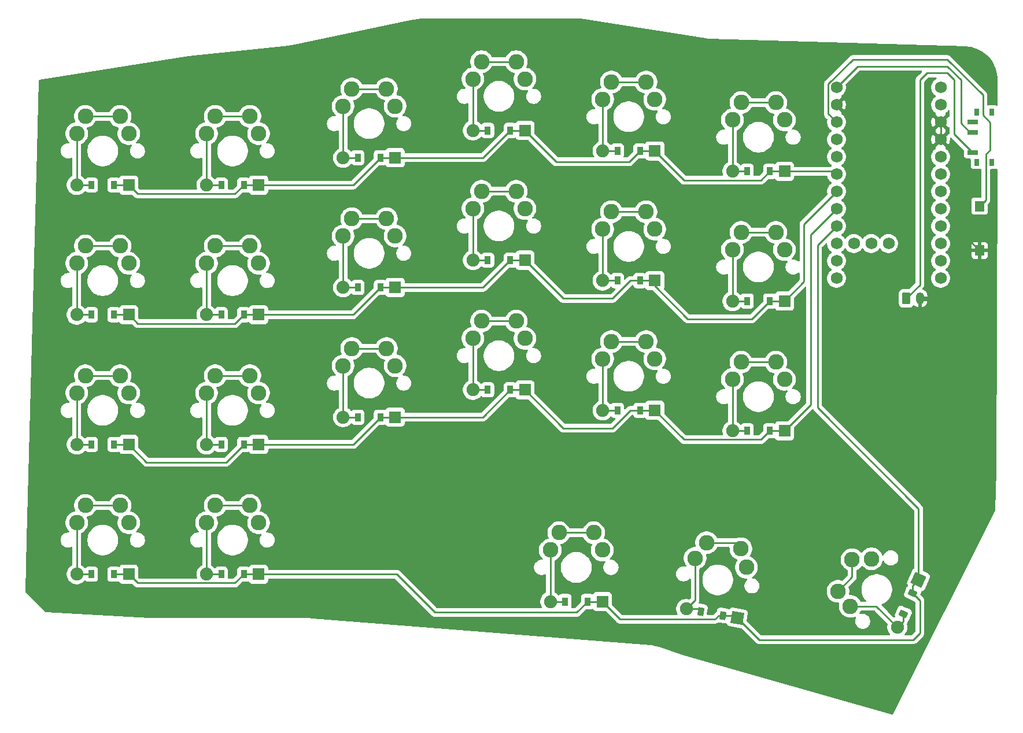
<source format=gtl>
%TF.GenerationSoftware,KiCad,Pcbnew,9.0.2*%
%TF.CreationDate,2025-06-03T16:56:12+08:00*%
%TF.ProjectId,experiment,65787065-7269-46d6-956e-742e6b696361,v1.0.0*%
%TF.SameCoordinates,Original*%
%TF.FileFunction,Copper,L1,Top*%
%TF.FilePolarity,Positive*%
%FSLAX46Y46*%
G04 Gerber Fmt 4.6, Leading zero omitted, Abs format (unit mm)*
G04 Created by KiCad (PCBNEW 9.0.2) date 2025-06-03 16:56:12*
%MOMM*%
%LPD*%
G01*
G04 APERTURE LIST*
G04 Aperture macros list*
%AMRoundRect*
0 Rectangle with rounded corners*
0 $1 Rounding radius*
0 $2 $3 $4 $5 $6 $7 $8 $9 X,Y pos of 4 corners*
0 Add a 4 corners polygon primitive as box body*
4,1,4,$2,$3,$4,$5,$6,$7,$8,$9,$2,$3,0*
0 Add four circle primitives for the rounded corners*
1,1,$1+$1,$2,$3*
1,1,$1+$1,$4,$5*
1,1,$1+$1,$6,$7*
1,1,$1+$1,$8,$9*
0 Add four rect primitives between the rounded corners*
20,1,$1+$1,$2,$3,$4,$5,0*
20,1,$1+$1,$4,$5,$6,$7,0*
20,1,$1+$1,$6,$7,$8,$9,0*
20,1,$1+$1,$8,$9,$2,$3,0*%
%AMRotRect*
0 Rectangle, with rotation*
0 The origin of the aperture is its center*
0 $1 length*
0 $2 width*
0 $3 Rotation angle, in degrees counterclockwise*
0 Add horizontal line*
21,1,$1,$2,0,0,$3*%
G04 Aperture macros list end*
%TA.AperFunction,ComponentPad*%
%ADD10C,2.286000*%
%TD*%
%TA.AperFunction,ComponentPad*%
%ADD11R,1.778000X1.778000*%
%TD*%
%TA.AperFunction,SMDPad,CuDef*%
%ADD12R,0.900000X1.200000*%
%TD*%
%TA.AperFunction,ComponentPad*%
%ADD13C,1.905000*%
%TD*%
%TA.AperFunction,SMDPad,CuDef*%
%ADD14R,0.800000X1.000000*%
%TD*%
%TA.AperFunction,SMDPad,CuDef*%
%ADD15R,1.500000X0.700000*%
%TD*%
%TA.AperFunction,ComponentPad*%
%ADD16RoundRect,0.250000X-0.350000X-0.625000X0.350000X-0.625000X0.350000X0.625000X-0.350000X0.625000X0*%
%TD*%
%TA.AperFunction,ComponentPad*%
%ADD17O,1.200000X1.750000*%
%TD*%
%TA.AperFunction,ComponentPad*%
%ADD18RotRect,1.778000X1.778000X170.000000*%
%TD*%
%TA.AperFunction,SMDPad,CuDef*%
%ADD19RotRect,0.900000X1.200000X170.000000*%
%TD*%
%TA.AperFunction,ComponentPad*%
%ADD20R,1.400000X1.500000*%
%TD*%
%TA.AperFunction,ComponentPad*%
%ADD21C,1.752600*%
%TD*%
%TA.AperFunction,ComponentPad*%
%ADD22RotRect,1.778000X1.778000X246.000000*%
%TD*%
%TA.AperFunction,SMDPad,CuDef*%
%ADD23RotRect,0.900000X1.200000X246.000000*%
%TD*%
%TA.AperFunction,Conductor*%
%ADD24C,0.250000*%
%TD*%
G04 APERTURE END LIST*
D10*
%TO.P,S3,1*%
%TO.N,P022*%
X130810000Y-109320000D03*
X135890000Y-109320000D03*
%TO.P,S3,2*%
%TO.N,pinkyfar_home*%
X129540000Y-111860000D03*
X137160000Y-111860000D03*
%TD*%
%TO.P,S7,1*%
%TO.N,P024*%
X149810000Y-109320000D03*
X154890000Y-109320000D03*
%TO.P,S7,2*%
%TO.N,pinky_home*%
X148540000Y-111860000D03*
X156160000Y-111860000D03*
%TD*%
%TO.P,S13,1*%
%TO.N,P011*%
X188812500Y-101320000D03*
X193892500Y-101320000D03*
%TO.P,S13,2*%
%TO.N,middle_home*%
X187542500Y-103860000D03*
X195162500Y-103860000D03*
%TD*%
D11*
%TO.P,D20,1*%
%TO.N,P029*%
X233162500Y-98400000D03*
D12*
X231002500Y-98400000D03*
%TO.P,D20,2*%
%TO.N,indexfar_top*%
X227702500Y-98400000D03*
D13*
X225542500Y-98400000D03*
%TD*%
D11*
%TO.P,D5,1*%
%TO.N,P113*%
X156160000Y-157400000D03*
D12*
X154000000Y-157400000D03*
%TO.P,D5,2*%
%TO.N,pinky_mod*%
X150700000Y-157400000D03*
D13*
X148540000Y-157400000D03*
%TD*%
D10*
%TO.P,S12,1*%
%TO.N,P011*%
X188812500Y-120320000D03*
X193892500Y-120320000D03*
%TO.P,S12,2*%
%TO.N,middle_low*%
X187542500Y-122860000D03*
X195162500Y-122860000D03*
%TD*%
D11*
%TO.P,D10,1*%
%TO.N,P002*%
X176162500Y-115400000D03*
D12*
X174002500Y-115400000D03*
%TO.P,D10,2*%
%TO.N,ring_home*%
X170702500Y-115400000D03*
D13*
X168542500Y-115400000D03*
%TD*%
D11*
%TO.P,D8,1*%
%TO.N,P029*%
X156160000Y-100400000D03*
D12*
X154000000Y-100400000D03*
%TO.P,D8,2*%
%TO.N,pinky_top*%
X150700000Y-100400000D03*
D13*
X148540000Y-100400000D03*
%TD*%
D14*
%TO.P,T1,*%
%TO.N,*%
X261338500Y-97050000D03*
X263548500Y-97050000D03*
D15*
X260688500Y-91150000D03*
D14*
X261338500Y-89750000D03*
X263548500Y-89750000D03*
D15*
%TO.P,T1,1*%
%TO.N,pos*%
X260688500Y-95650000D03*
%TO.P,T1,2*%
%TO.N,RAW*%
X260688500Y-92650000D03*
%TD*%
D10*
%TO.P,S19,1*%
%TO.N,P106*%
X226812500Y-107320000D03*
X231892500Y-107320000D03*
%TO.P,S19,2*%
%TO.N,indexfar_home*%
X225542500Y-109860000D03*
X233162500Y-109860000D03*
%TD*%
D11*
%TO.P,D17,1*%
%TO.N,P029*%
X214162500Y-95400000D03*
D12*
X212002500Y-95400000D03*
%TO.P,D17,2*%
%TO.N,index_top*%
X208702500Y-95400000D03*
D13*
X206542500Y-95400000D03*
%TD*%
D10*
%TO.P,S1,1*%
%TO.N,P022*%
X130810000Y-147320000D03*
X135890000Y-147320000D03*
%TO.P,S1,2*%
%TO.N,pinkyfar_mod*%
X129540000Y-149860000D03*
X137160000Y-149860000D03*
%TD*%
%TO.P,S17,1*%
%TO.N,P104*%
X207812500Y-85320000D03*
X212892500Y-85320000D03*
%TO.P,S17,2*%
%TO.N,index_top*%
X206542500Y-87860000D03*
X214162500Y-87860000D03*
%TD*%
%TO.P,S11,1*%
%TO.N,P100*%
X169812500Y-86320000D03*
X174892500Y-86320000D03*
%TO.P,S11,2*%
%TO.N,ring_top*%
X168542500Y-88860000D03*
X176162500Y-88860000D03*
%TD*%
D11*
%TO.P,D4,1*%
%TO.N,P029*%
X137160000Y-100400000D03*
D12*
X135000000Y-100400000D03*
%TO.P,D4,2*%
%TO.N,pinkyfar_top*%
X131700000Y-100400000D03*
D13*
X129540000Y-100400000D03*
%TD*%
D11*
%TO.P,D12,1*%
%TO.N,P115*%
X195162500Y-130400000D03*
D12*
X193002500Y-130400000D03*
%TO.P,D12,2*%
%TO.N,middle_low*%
X189702500Y-130400000D03*
D13*
X187542500Y-130400000D03*
%TD*%
D10*
%TO.P,S16,1*%
%TO.N,P104*%
X207812500Y-104320000D03*
X212892500Y-104320000D03*
%TO.P,S16,2*%
%TO.N,index_home*%
X206542500Y-106860000D03*
X214162500Y-106860000D03*
%TD*%
%TO.P,S21,1*%
%TO.N,P011*%
X200142500Y-151320000D03*
X205222500Y-151320000D03*
%TO.P,S21,2*%
%TO.N,layer2_layerkey*%
X198872500Y-153860000D03*
X206492500Y-153860000D03*
%TD*%
D11*
%TO.P,D15,1*%
%TO.N,P115*%
X214162500Y-133400000D03*
D12*
X212002500Y-133400000D03*
%TO.P,D15,2*%
%TO.N,index_low*%
X208702500Y-133400000D03*
D13*
X206542500Y-133400000D03*
%TD*%
D10*
%TO.P,S20,1*%
%TO.N,P106*%
X226812500Y-88320000D03*
X231892500Y-88320000D03*
%TO.P,S20,2*%
%TO.N,indexfar_top*%
X225542500Y-90860000D03*
X233162500Y-90860000D03*
%TD*%
D11*
%TO.P,D18,1*%
%TO.N,P115*%
X233162500Y-136400000D03*
D12*
X231002500Y-136400000D03*
%TO.P,D18,2*%
%TO.N,indexfar_low*%
X227702500Y-136400000D03*
D13*
X225542500Y-136400000D03*
%TD*%
D11*
%TO.P,D11,1*%
%TO.N,P029*%
X176162500Y-96400000D03*
D12*
X174002500Y-96400000D03*
%TO.P,D11,2*%
%TO.N,ring_top*%
X170702500Y-96400000D03*
D13*
X168542500Y-96400000D03*
%TD*%
D16*
%TO.P,_1,1*%
%TO.N,pos*%
X251000000Y-117000000D03*
D17*
%TO.P,_1,2*%
%TO.N,GND*%
X253000000Y-117000000D03*
%TD*%
D11*
%TO.P,D13,1*%
%TO.N,P002*%
X195162500Y-111400000D03*
D12*
X193002500Y-111400000D03*
%TO.P,D13,2*%
%TO.N,middle_home*%
X189702500Y-111400000D03*
D13*
X187542500Y-111400000D03*
%TD*%
D11*
%TO.P,D19,1*%
%TO.N,P002*%
X233162500Y-117400000D03*
D12*
X231002500Y-117400000D03*
%TO.P,D19,2*%
%TO.N,indexfar_home*%
X227702500Y-117400000D03*
D13*
X225542500Y-117400000D03*
%TD*%
D11*
%TO.P,D3,1*%
%TO.N,P002*%
X137160000Y-119400000D03*
D12*
X135000000Y-119400000D03*
%TO.P,D3,2*%
%TO.N,pinkyfar_home*%
X131700000Y-119400000D03*
D13*
X129540000Y-119400000D03*
%TD*%
D11*
%TO.P,D14,1*%
%TO.N,P029*%
X195162500Y-92400000D03*
D12*
X193002500Y-92400000D03*
%TO.P,D14,2*%
%TO.N,middle_top*%
X189702500Y-92400000D03*
D13*
X187542500Y-92400000D03*
%TD*%
D18*
%TO.P,D22,1*%
%TO.N,P113*%
X226275522Y-163810147D03*
D19*
X224148335Y-163435066D03*
%TO.P,D22,2*%
%TO.N,layer1_layerkey*%
X220898469Y-162862028D03*
D13*
X218771282Y-162486947D03*
%TD*%
D11*
%TO.P,D9,1*%
%TO.N,P115*%
X176162500Y-134400000D03*
D12*
X174002500Y-134400000D03*
%TO.P,D9,2*%
%TO.N,ring_low*%
X170702500Y-134400000D03*
D13*
X168542500Y-134400000D03*
%TD*%
D11*
%TO.P,D2,1*%
%TO.N,P115*%
X137160000Y-138400000D03*
D12*
X135000000Y-138400000D03*
%TO.P,D2,2*%
%TO.N,pinkyfar_low*%
X131700000Y-138400000D03*
D13*
X129540000Y-138400000D03*
%TD*%
D10*
%TO.P,S5,1*%
%TO.N,P024*%
X149810000Y-147320000D03*
X154890000Y-147320000D03*
%TO.P,S5,2*%
%TO.N,pinky_mod*%
X148540000Y-149860000D03*
X156160000Y-149860000D03*
%TD*%
D11*
%TO.P,D16,1*%
%TO.N,P002*%
X214162500Y-114400000D03*
D12*
X212002500Y-114400000D03*
%TO.P,D16,2*%
%TO.N,index_home*%
X208702500Y-114400000D03*
D13*
X206542500Y-114400000D03*
%TD*%
D10*
%TO.P,S2,1*%
%TO.N,P022*%
X130810000Y-128320000D03*
X135890000Y-128320000D03*
%TO.P,S2,2*%
%TO.N,pinkyfar_low*%
X129540000Y-130860000D03*
X137160000Y-130860000D03*
%TD*%
D11*
%TO.P,D7,1*%
%TO.N,P002*%
X156160000Y-119400000D03*
D12*
X154000000Y-119400000D03*
%TO.P,D7,2*%
%TO.N,pinky_home*%
X150700000Y-119400000D03*
D13*
X148540000Y-119400000D03*
%TD*%
D10*
%TO.P,S6,1*%
%TO.N,P024*%
X149810000Y-128320000D03*
X154890000Y-128320000D03*
%TO.P,S6,2*%
%TO.N,pinky_low*%
X148540000Y-130860000D03*
X156160000Y-130860000D03*
%TD*%
%TO.P,S10,1*%
%TO.N,P100*%
X169812500Y-105320000D03*
X174892500Y-105320000D03*
%TO.P,S10,2*%
%TO.N,ring_home*%
X168542500Y-107860000D03*
X176162500Y-107860000D03*
%TD*%
%TO.P,S18,1*%
%TO.N,P106*%
X226812500Y-126320000D03*
X231892500Y-126320000D03*
%TO.P,S18,2*%
%TO.N,indexfar_low*%
X225542500Y-128860000D03*
X233162500Y-128860000D03*
%TD*%
%TO.P,S15,1*%
%TO.N,P104*%
X207812500Y-123320000D03*
X212892500Y-123320000D03*
%TO.P,S15,2*%
%TO.N,index_low*%
X206542500Y-125860000D03*
X214162500Y-125860000D03*
%TD*%
D11*
%TO.P,D21,1*%
%TO.N,P113*%
X206492500Y-161400000D03*
D12*
X204332500Y-161400000D03*
%TO.P,D21,2*%
%TO.N,layer2_layerkey*%
X201032500Y-161400000D03*
D13*
X198872500Y-161400000D03*
%TD*%
D20*
%TO.P,S24,1*%
%TO.N,RST*%
X261737500Y-103485000D03*
%TO.P,S24,2*%
%TO.N,GND*%
X261737500Y-109985000D03*
%TD*%
D11*
%TO.P,D1,1*%
%TO.N,P113*%
X137160000Y-157400000D03*
D12*
X135000000Y-157400000D03*
%TO.P,D1,2*%
%TO.N,pinkyfar_mod*%
X131700000Y-157400000D03*
D13*
X129540000Y-157400000D03*
%TD*%
D11*
%TO.P,D6,1*%
%TO.N,P115*%
X156160000Y-138400000D03*
D12*
X154000000Y-138400000D03*
%TO.P,D6,2*%
%TO.N,pinky_low*%
X150700000Y-138400000D03*
D13*
X148540000Y-138400000D03*
%TD*%
D10*
%TO.P,S23,1*%
%TO.N,P106*%
X240998353Y-159902780D03*
X243064575Y-155261969D03*
%TO.P,S23,2*%
%TO.N,space_layerkey*%
X242802203Y-162096094D03*
X245901536Y-155134878D03*
%TD*%
%TO.P,S4,1*%
%TO.N,P022*%
X130810000Y-90320000D03*
X135890000Y-90320000D03*
%TO.P,S4,2*%
%TO.N,pinkyfar_top*%
X129540000Y-92860000D03*
X137160000Y-92860000D03*
%TD*%
%TO.P,S22,1*%
%TO.N,P104*%
X221772364Y-152780618D03*
X226775187Y-153662751D03*
%TO.P,S22,2*%
%TO.N,layer1_layerkey*%
X220080592Y-155061497D03*
X227584827Y-156384696D03*
%TD*%
D21*
%TO.P,MCU1,1*%
%TO.N,P006*%
X256022500Y-86097500D03*
%TO.P,MCU1,2*%
%TO.N,P008*%
X256022500Y-88637500D03*
%TO.P,MCU1,3*%
%TO.N,GND*%
X256022500Y-91177500D03*
%TO.P,MCU1,4*%
X256022500Y-93717500D03*
%TO.P,MCU1,5*%
%TO.N,P017*%
X256022500Y-96257500D03*
%TO.P,MCU1,6*%
%TO.N,P020*%
X256022500Y-98797500D03*
%TO.P,MCU1,7*%
%TO.N,P022*%
X256022500Y-101337500D03*
%TO.P,MCU1,8*%
%TO.N,P024*%
X256022500Y-103877500D03*
%TO.P,MCU1,9*%
%TO.N,P100*%
X256022500Y-106417500D03*
%TO.P,MCU1,10*%
%TO.N,P011*%
X256022500Y-108957500D03*
%TO.P,MCU1,11*%
%TO.N,P104*%
X256022500Y-111497500D03*
%TO.P,MCU1,12*%
%TO.N,P106*%
X256022500Y-114037500D03*
%TO.P,MCU1,13*%
%TO.N,P009*%
X240782500Y-114037500D03*
%TO.P,MCU1,14*%
%TO.N,P010*%
X240782500Y-111497500D03*
%TO.P,MCU1,15*%
%TO.N,P111*%
X240782500Y-108957500D03*
%TO.P,MCU1,16*%
%TO.N,P113*%
X240782500Y-106417500D03*
%TO.P,MCU1,17*%
%TO.N,P115*%
X240782500Y-103877500D03*
%TO.P,MCU1,18*%
%TO.N,P002*%
X240782500Y-101337500D03*
%TO.P,MCU1,19*%
%TO.N,P029*%
X240782500Y-98797500D03*
%TO.P,MCU1,20*%
%TO.N,P031*%
X240782500Y-96257500D03*
%TO.P,MCU1,21*%
%TO.N,VCC*%
X240782500Y-93717500D03*
%TO.P,MCU1,22*%
%TO.N,RST*%
X240782500Y-91177500D03*
%TO.P,MCU1,23*%
%TO.N,GND*%
X240782500Y-88637500D03*
%TO.P,MCU1,24*%
%TO.N,RAW*%
X240782500Y-86097500D03*
%TO.P,MCU1,31*%
%TO.N,P101*%
X243322500Y-108957500D03*
%TO.P,MCU1,32*%
%TO.N,P102*%
X245862500Y-108957500D03*
%TO.P,MCU1,33*%
%TO.N,P107*%
X248402500Y-108957500D03*
%TD*%
D10*
%TO.P,S14,1*%
%TO.N,P011*%
X188812500Y-82320000D03*
X193892500Y-82320000D03*
%TO.P,S14,2*%
%TO.N,middle_top*%
X187542500Y-84860000D03*
X195162500Y-84860000D03*
%TD*%
%TO.P,S9,1*%
%TO.N,P100*%
X169812500Y-124320000D03*
X174892500Y-124320000D03*
%TO.P,S9,2*%
%TO.N,ring_low*%
X168542500Y-126860000D03*
X176162500Y-126860000D03*
%TD*%
%TO.P,S8,1*%
%TO.N,P024*%
X149810000Y-90320000D03*
X154890000Y-90320000D03*
%TO.P,S8,2*%
%TO.N,pinky_top*%
X148540000Y-92860000D03*
X156160000Y-92860000D03*
%TD*%
D22*
%TO.P,D23,1*%
%TO.N,P113*%
X252789669Y-158201672D03*
D23*
X251911117Y-160174930D03*
%TO.P,D23,2*%
%TO.N,space_layerkey*%
X250568887Y-163189630D03*
D13*
X249690335Y-165162888D03*
%TD*%
D24*
%TO.N,P022*%
X130810000Y-109320000D02*
X135890000Y-109320000D01*
X130810000Y-128320000D02*
X135890000Y-128320000D01*
X130810000Y-147320000D02*
X135890000Y-147320000D01*
X130810000Y-90320000D02*
X135890000Y-90320000D01*
%TO.N,pinkyfar_mod*%
X129540000Y-149860000D02*
X129540000Y-157400000D01*
X129540000Y-157400000D02*
X131700000Y-157400000D01*
%TO.N,pinkyfar_low*%
X129540000Y-138400000D02*
X131700000Y-138400000D01*
X129540000Y-130860000D02*
X129540000Y-138400000D01*
%TO.N,pinkyfar_home*%
X129540000Y-119400000D02*
X131700000Y-119400000D01*
X129540000Y-111860000D02*
X129540000Y-119400000D01*
%TO.N,pinkyfar_top*%
X129540000Y-92860000D02*
X129540000Y-100400000D01*
X129540000Y-100400000D02*
X131700000Y-100400000D01*
%TO.N,P024*%
X154890000Y-128320000D02*
X149810000Y-128320000D01*
X149810000Y-90320000D02*
X154890000Y-90320000D01*
X149810000Y-109320000D02*
X154890000Y-109320000D01*
X149810000Y-147320000D02*
X154890000Y-147320000D01*
%TO.N,pinky_mod*%
X148540000Y-157400000D02*
X150700000Y-157400000D01*
X148540000Y-149860000D02*
X148540000Y-157400000D01*
%TO.N,pinky_low*%
X148540000Y-130860000D02*
X148540000Y-138400000D01*
X148540000Y-138400000D02*
X150700000Y-138400000D01*
%TO.N,pinky_home*%
X148540000Y-119400000D02*
X150700000Y-119400000D01*
X148540000Y-111860000D02*
X148540000Y-119400000D01*
%TO.N,pinky_top*%
X148540000Y-92860000D02*
X148540000Y-100400000D01*
X148540000Y-100400000D02*
X150700000Y-100400000D01*
%TO.N,P100*%
X169812500Y-124320000D02*
X174892500Y-124320000D01*
X169812500Y-86320000D02*
X174892500Y-86320000D01*
X169812500Y-105320000D02*
X174892500Y-105320000D01*
%TO.N,ring_low*%
X168542500Y-126860000D02*
X168542500Y-134400000D01*
X168542500Y-134400000D02*
X170702500Y-134400000D01*
%TO.N,ring_home*%
X168542500Y-107860000D02*
X168542500Y-115400000D01*
X168542500Y-115400000D02*
X170702500Y-115400000D01*
%TO.N,ring_top*%
X168542500Y-96400000D02*
X170702500Y-96400000D01*
X168542500Y-88860000D02*
X168542500Y-96400000D01*
%TO.N,P011*%
X188812500Y-82320000D02*
X193892500Y-82320000D01*
X200142500Y-151320000D02*
X205222500Y-151320000D01*
X188812500Y-101320000D02*
X193892500Y-101320000D01*
X188812500Y-120320000D02*
X193892500Y-120320000D01*
%TO.N,middle_low*%
X187542500Y-122860000D02*
X187542500Y-130400000D01*
X187542500Y-130400000D02*
X189702500Y-130400000D01*
%TO.N,middle_home*%
X187542500Y-103860000D02*
X187542500Y-111400000D01*
X187542500Y-111400000D02*
X189702500Y-111400000D01*
%TO.N,middle_top*%
X187542500Y-92400000D02*
X189702500Y-92400000D01*
X187542500Y-92400000D02*
X187542500Y-84860000D01*
%TO.N,P104*%
X207812500Y-85320000D02*
X212892500Y-85320000D01*
X207812500Y-104320000D02*
X212892500Y-104320000D01*
X225893054Y-152780618D02*
X226775187Y-153662751D01*
X207812500Y-123320000D02*
X212892500Y-123320000D01*
X221772364Y-152780618D02*
X225893054Y-152780618D01*
%TO.N,index_low*%
X206542500Y-125860000D02*
X206542500Y-133400000D01*
X208702500Y-133400000D02*
X206542500Y-133400000D01*
%TO.N,index_home*%
X206542500Y-106860000D02*
X206542500Y-114400000D01*
X206542500Y-114400000D02*
X208702500Y-114400000D01*
%TO.N,index_top*%
X206542500Y-95400000D02*
X208702500Y-95400000D01*
X206542500Y-87860000D02*
X206542500Y-95400000D01*
%TO.N,P106*%
X243064575Y-155261969D02*
X243064575Y-157836558D01*
X226812500Y-107320000D02*
X231892500Y-107320000D01*
X226812500Y-88320000D02*
X231892500Y-88320000D01*
X226812500Y-126320000D02*
X231892500Y-126320000D01*
X243064575Y-157836558D02*
X240998353Y-159902780D01*
%TO.N,indexfar_low*%
X225542500Y-128860000D02*
X225542500Y-136400000D01*
X225542500Y-136400000D02*
X227702500Y-136400000D01*
%TO.N,indexfar_home*%
X225542500Y-109860000D02*
X225542500Y-117400000D01*
X225542500Y-117400000D02*
X227702500Y-117400000D01*
%TO.N,indexfar_top*%
X225542500Y-98400000D02*
X227702500Y-98400000D01*
X225542500Y-90860000D02*
X225542500Y-98400000D01*
%TO.N,layer2_layerkey*%
X198872500Y-153860000D02*
X198872500Y-161400000D01*
X198872500Y-161400000D02*
X201032500Y-161400000D01*
%TO.N,layer1_layerkey*%
X220080592Y-155061497D02*
X220080592Y-161177639D01*
X218771284Y-162486947D02*
X220523388Y-162486947D01*
X220080592Y-161177639D02*
X218771284Y-162486947D01*
X220523388Y-162486947D02*
X220898469Y-162862028D01*
%TO.N,space_layerkey*%
X250568887Y-163189630D02*
X250568887Y-164284336D01*
X246623541Y-162096094D02*
X242802203Y-162096094D01*
X250568887Y-164284336D02*
X249690335Y-165162888D01*
X249690335Y-165162888D02*
X246623541Y-162096094D01*
%TO.N,RAW*%
X259000000Y-85000000D02*
X257000000Y-83000000D01*
X257000000Y-83000000D02*
X243880000Y-83000000D01*
X260688500Y-92650000D02*
X260288500Y-92650000D01*
X260288500Y-92650000D02*
X259000000Y-91361500D01*
X243880000Y-83000000D02*
X240782500Y-86097500D01*
X259000000Y-91361500D02*
X259000000Y-85000000D01*
%TO.N,GND*%
X259152500Y-107400000D02*
X259152500Y-96847500D01*
X253212500Y-117212500D02*
X257787500Y-117212500D01*
X257787500Y-117212500D02*
X261737500Y-113262500D01*
X256022500Y-93717500D02*
X256022500Y-91177500D01*
X261737500Y-109985000D02*
X259152500Y-107400000D01*
X261737500Y-113262500D02*
X261737500Y-109985000D01*
X259152500Y-96847500D02*
X256022500Y-93717500D01*
X253000000Y-117000000D02*
X253212500Y-117212500D01*
%TO.N,RST*%
X261737500Y-103485000D02*
X262649524Y-102572976D01*
X262223510Y-90159010D02*
X262223510Y-87223510D01*
X262223510Y-87223510D02*
X257000000Y-82000000D01*
X257000000Y-82000000D02*
X243179691Y-82000000D01*
X262649524Y-102572976D02*
X262649524Y-95867116D01*
X262649524Y-95867116D02*
X263274500Y-95242140D01*
X243179691Y-82000000D02*
X239580200Y-85599491D01*
X263274500Y-91210000D02*
X262223510Y-90159010D01*
X239580200Y-85599491D02*
X239580200Y-89975200D01*
X239580200Y-89975200D02*
X240782500Y-91177500D01*
X263274500Y-95242140D02*
X263274500Y-91210000D01*
%TO.N,P029*%
X174002500Y-96400000D02*
X176162500Y-96400000D01*
X176162500Y-96400000D02*
X189002500Y-96400000D01*
X229724000Y-99678500D02*
X231002500Y-98400000D01*
X189002500Y-96400000D02*
X193002500Y-92400000D01*
X210402500Y-97000000D02*
X212002500Y-95400000D01*
X231002500Y-98400000D02*
X233162500Y-98400000D01*
X193002500Y-92400000D02*
X195162500Y-92400000D01*
X240385000Y-98400000D02*
X240782500Y-98797500D01*
X154000000Y-100400000D02*
X156160000Y-100400000D01*
X233162500Y-98400000D02*
X240385000Y-98400000D01*
X135000000Y-100400000D02*
X137160000Y-100400000D01*
X218441000Y-99678500D02*
X229724000Y-99678500D01*
X214162500Y-95400000D02*
X218441000Y-99678500D01*
X152721500Y-101678500D02*
X154000000Y-100400000D01*
X212002500Y-95400000D02*
X214162500Y-95400000D01*
X137160000Y-100400000D02*
X138438500Y-101678500D01*
X170002500Y-100400000D02*
X174002500Y-96400000D01*
X195162500Y-92400000D02*
X199762500Y-97000000D01*
X199762500Y-97000000D02*
X210402500Y-97000000D01*
X138438500Y-101678500D02*
X152721500Y-101678500D01*
X156160000Y-100400000D02*
X170002500Y-100400000D01*
%TO.N,P002*%
X154000000Y-119400000D02*
X156160000Y-119400000D01*
X236000000Y-106120000D02*
X240782500Y-101337500D01*
X152721500Y-120678500D02*
X154000000Y-119400000D01*
X156160000Y-119400000D02*
X170002500Y-119400000D01*
X193002500Y-111400000D02*
X195162500Y-111400000D01*
X233162500Y-117400000D02*
X236000000Y-114562500D01*
X195162500Y-111400000D02*
X200762500Y-117000000D01*
X212002500Y-114400000D02*
X214162500Y-114400000D01*
X236000000Y-114562500D02*
X236000000Y-106120000D01*
X174002500Y-115400000D02*
X176162500Y-115400000D01*
X214162500Y-114400000D02*
X214162500Y-115162500D01*
X214162500Y-115162500D02*
X219000000Y-120000000D01*
X228402500Y-120000000D02*
X231002500Y-117400000D01*
X135000000Y-119400000D02*
X137160000Y-119400000D01*
X138438500Y-120678500D02*
X152721500Y-120678500D01*
X231002500Y-117400000D02*
X233162500Y-117400000D01*
X210600000Y-114400000D02*
X212002500Y-114400000D01*
X208000000Y-117000000D02*
X210600000Y-114400000D01*
X176162500Y-115400000D02*
X189002500Y-115400000D01*
X200762500Y-117000000D02*
X208000000Y-117000000D01*
X137160000Y-119400000D02*
X138438500Y-120678500D01*
X219000000Y-120000000D02*
X228402500Y-120000000D01*
X170002500Y-119400000D02*
X174002500Y-115400000D01*
X189002500Y-115400000D02*
X193002500Y-111400000D01*
%TO.N,P115*%
X154000000Y-138400000D02*
X156160000Y-138400000D01*
X174002500Y-134400000D02*
X176162500Y-134400000D01*
X208000000Y-136000000D02*
X210600000Y-133400000D01*
X195162500Y-130400000D02*
X200762500Y-136000000D01*
X170002500Y-138400000D02*
X174002500Y-134400000D01*
X200762500Y-136000000D02*
X208000000Y-136000000D01*
X135000000Y-138400000D02*
X137160000Y-138400000D01*
X210600000Y-133400000D02*
X212002500Y-133400000D01*
X156160000Y-138400000D02*
X170002500Y-138400000D01*
X237000000Y-132562500D02*
X237000000Y-107660000D01*
X237000000Y-107660000D02*
X240782500Y-103877500D01*
X231002500Y-136400000D02*
X233162500Y-136400000D01*
X229724000Y-137678500D02*
X231002500Y-136400000D01*
X176162500Y-134400000D02*
X189002500Y-134400000D01*
X193002500Y-130400000D02*
X195162500Y-130400000D01*
X189002500Y-134400000D02*
X193002500Y-130400000D01*
X151400000Y-141000000D02*
X154000000Y-138400000D01*
X214162500Y-133400000D02*
X218441000Y-137678500D01*
X218441000Y-137678500D02*
X229724000Y-137678500D01*
X137160000Y-138400000D02*
X139760000Y-141000000D01*
X233162500Y-136400000D02*
X237000000Y-132562500D01*
X139760000Y-141000000D02*
X151400000Y-141000000D01*
X212002500Y-133400000D02*
X214162500Y-133400000D01*
%TO.N,P113*%
X206492500Y-161400000D02*
X209092500Y-164000000D01*
X135000000Y-157400000D02*
X137160000Y-157400000D01*
X251911117Y-159080224D02*
X252789669Y-158201672D01*
X252789669Y-158201672D02*
X252789669Y-147789669D01*
X176400000Y-157400000D02*
X182000000Y-163000000D01*
X252000000Y-167000000D02*
X253000000Y-166000000D01*
X202732500Y-163000000D02*
X204332500Y-161400000D01*
X138438500Y-158678500D02*
X152721500Y-158678500D01*
X238000000Y-133000000D02*
X238000000Y-109200000D01*
X182000000Y-163000000D02*
X202732500Y-163000000D01*
X204332500Y-161400000D02*
X206492500Y-161400000D01*
X251911117Y-160174930D02*
X251911117Y-159080224D01*
X238000000Y-109200000D02*
X240782500Y-106417500D01*
X229465373Y-167000000D02*
X252000000Y-167000000D01*
X224148335Y-163435066D02*
X225900439Y-163435066D01*
X223564934Y-163435066D02*
X224148335Y-163435066D01*
X152721500Y-158678500D02*
X154000000Y-157400000D01*
X156160000Y-157400000D02*
X176400000Y-157400000D01*
X137160000Y-157400000D02*
X138438500Y-158678500D01*
X226275520Y-163810147D02*
X229465373Y-167000000D01*
X225900439Y-163435066D02*
X226275520Y-163810147D01*
X253000000Y-166000000D02*
X253000000Y-161263813D01*
X154000000Y-157400000D02*
X156160000Y-157400000D01*
X223000000Y-164000000D02*
X223564934Y-163435066D01*
X209092500Y-164000000D02*
X223000000Y-164000000D01*
X253000000Y-161263813D02*
X251911117Y-160174930D01*
X252789669Y-147789669D02*
X238000000Y-133000000D01*
%TO.N,pos*%
X258000000Y-85000000D02*
X257000000Y-84000000D01*
X258000000Y-92961500D02*
X258000000Y-85000000D01*
X254000000Y-84000000D02*
X253000000Y-85000000D01*
X260688500Y-95650000D02*
X258000000Y-92961500D01*
X253000000Y-85000000D02*
X253000000Y-115000000D01*
X253000000Y-115000000D02*
X251238500Y-116761500D01*
X257000000Y-84000000D02*
X254000000Y-84000000D01*
%TD*%
%TA.AperFunction,Conductor*%
%TO.N,GND*%
G36*
X203003100Y-76000155D02*
G01*
X203264228Y-76013211D01*
X203277373Y-76014573D01*
X221608928Y-78909028D01*
X221608930Y-78909029D01*
X221628343Y-78912094D01*
X221628344Y-78912095D01*
X221635060Y-78913155D01*
X221645113Y-78914743D01*
X221645114Y-78914743D01*
X221648421Y-78915265D01*
X221652575Y-78915921D01*
X221652575Y-78915922D01*
X221724658Y-78927306D01*
X221869419Y-78945914D01*
X222014655Y-78960353D01*
X222074066Y-78964536D01*
X222075524Y-78965191D01*
X222088989Y-78965587D01*
X222111922Y-78967203D01*
X222111922Y-78967202D01*
X222122379Y-78967939D01*
X222132360Y-78966863D01*
X259783642Y-80075247D01*
X259793811Y-80075967D01*
X260190385Y-80120510D01*
X260191769Y-80120666D01*
X260201982Y-80122246D01*
X260595517Y-80200064D01*
X260605530Y-80202482D01*
X260991220Y-80312802D01*
X261001013Y-80316050D01*
X261376158Y-80458100D01*
X261385643Y-80462151D01*
X261662017Y-80594069D01*
X261747669Y-80634953D01*
X261756802Y-80639790D01*
X262103174Y-80842135D01*
X262111847Y-80847699D01*
X262356797Y-81019661D01*
X262440165Y-81078187D01*
X262448359Y-81084464D01*
X262756347Y-81341496D01*
X262763984Y-81348429D01*
X263049495Y-81630212D01*
X263056542Y-81637773D01*
X263317576Y-81942331D01*
X263323969Y-81950451D01*
X263558744Y-82275701D01*
X263564439Y-82284326D01*
X263771315Y-82628003D01*
X263776271Y-82637072D01*
X263953806Y-82996774D01*
X263957990Y-83006225D01*
X264104953Y-83379463D01*
X264108335Y-83389228D01*
X264223705Y-83773402D01*
X264226263Y-83783416D01*
X264309242Y-84175871D01*
X264310957Y-84186063D01*
X264360966Y-84584067D01*
X264361826Y-84594367D01*
X264378516Y-84995152D01*
X264378515Y-85005487D01*
X264362493Y-85389017D01*
X264362442Y-85390118D01*
X264361881Y-85401176D01*
X264361344Y-85402465D01*
X264361311Y-85412419D01*
X264361163Y-85415352D01*
X264361052Y-85415667D01*
X264360891Y-85419405D01*
X264359159Y-85440120D01*
X264361164Y-85457678D01*
X264350738Y-88679116D01*
X264330837Y-88746092D01*
X264277885Y-88791675D01*
X264208695Y-88801395D01*
X264183405Y-88794896D01*
X264057707Y-88748012D01*
X264057702Y-88748011D01*
X263997154Y-88741500D01*
X263997138Y-88741500D01*
X263099862Y-88741500D01*
X263099845Y-88741500D01*
X263039297Y-88748011D01*
X263039294Y-88748011D01*
X263024340Y-88753589D01*
X262954648Y-88758571D01*
X262893326Y-88725085D01*
X262859843Y-88663761D01*
X262857010Y-88637406D01*
X262857010Y-87161115D01*
X262857009Y-87161111D01*
X262853225Y-87142086D01*
X262832665Y-87038725D01*
X262807184Y-86977209D01*
X262784911Y-86923435D01*
X262736181Y-86850505D01*
X262715582Y-86819676D01*
X262715579Y-86819673D01*
X257403836Y-81507931D01*
X257403832Y-81507928D01*
X257300081Y-81438603D01*
X257300072Y-81438598D01*
X257184785Y-81390845D01*
X257184777Y-81390843D01*
X257062398Y-81366500D01*
X257062394Y-81366500D01*
X243242085Y-81366500D01*
X243117297Y-81366500D01*
X243117292Y-81366500D01*
X242994913Y-81390843D01*
X242994905Y-81390845D01*
X242879618Y-81438598D01*
X242879609Y-81438603D01*
X242775858Y-81507928D01*
X242775854Y-81507931D01*
X240057751Y-84226036D01*
X239176367Y-85107420D01*
X239142489Y-85141298D01*
X239088127Y-85195659D01*
X239018803Y-85299409D01*
X239018798Y-85299418D01*
X238971045Y-85414705D01*
X238971043Y-85414713D01*
X238946700Y-85537092D01*
X238946700Y-90037598D01*
X238971043Y-90159977D01*
X238971045Y-90159985D01*
X239018798Y-90275272D01*
X239018803Y-90275281D01*
X239088128Y-90379032D01*
X239088131Y-90379036D01*
X239410075Y-90700979D01*
X239443560Y-90762302D01*
X239440326Y-90826975D01*
X239431798Y-90853223D01*
X239397700Y-91068508D01*
X239397700Y-91286491D01*
X239429408Y-91486687D01*
X239431798Y-91501775D01*
X239482531Y-91657912D01*
X239499157Y-91709083D01*
X239557095Y-91822791D01*
X239595845Y-91898842D01*
X239598115Y-91903296D01*
X239726228Y-92079630D01*
X239726232Y-92079635D01*
X239880364Y-92233767D01*
X239880369Y-92233771D01*
X240036466Y-92347182D01*
X240079132Y-92402512D01*
X240085111Y-92472125D01*
X240052506Y-92533920D01*
X240036466Y-92547818D01*
X239880369Y-92661228D01*
X239880364Y-92661232D01*
X239726232Y-92815364D01*
X239726228Y-92815369D01*
X239598115Y-92991703D01*
X239499157Y-93185916D01*
X239477398Y-93252883D01*
X239431798Y-93393225D01*
X239431797Y-93393228D01*
X239431797Y-93393230D01*
X239397700Y-93608508D01*
X239397700Y-93826491D01*
X239426302Y-94007077D01*
X239431798Y-94041775D01*
X239469222Y-94156953D01*
X239499157Y-94249083D01*
X239547293Y-94343554D01*
X239595846Y-94438844D01*
X239598115Y-94443296D01*
X239726228Y-94619630D01*
X239726232Y-94619635D01*
X239880364Y-94773767D01*
X239880369Y-94773771D01*
X240036466Y-94887182D01*
X240079132Y-94942512D01*
X240085111Y-95012125D01*
X240052506Y-95073920D01*
X240036466Y-95087818D01*
X239880369Y-95201228D01*
X239880364Y-95201232D01*
X239726232Y-95355364D01*
X239726228Y-95355369D01*
X239598115Y-95531703D01*
X239499157Y-95725916D01*
X239485971Y-95766500D01*
X239431798Y-95933225D01*
X239431797Y-95933228D01*
X239431797Y-95933230D01*
X239397700Y-96148508D01*
X239397700Y-96366491D01*
X239431797Y-96581769D01*
X239431798Y-96581775D01*
X239454701Y-96652261D01*
X239499157Y-96789083D01*
X239551633Y-96892071D01*
X239586958Y-96961401D01*
X239598115Y-96983296D01*
X239726228Y-97159630D01*
X239726232Y-97159635D01*
X239880364Y-97313767D01*
X239880369Y-97313771D01*
X240036466Y-97427182D01*
X240053644Y-97449459D01*
X240073251Y-97469634D01*
X240074694Y-97476757D01*
X240079132Y-97482512D01*
X240081539Y-97510539D01*
X240087126Y-97538112D01*
X240084489Y-97544884D01*
X240085111Y-97552125D01*
X240071984Y-97577003D01*
X240061777Y-97603221D01*
X240054335Y-97610452D01*
X240052506Y-97613920D01*
X240036466Y-97627818D01*
X239878181Y-97742818D01*
X239812375Y-97766298D01*
X239805296Y-97766500D01*
X234684000Y-97766500D01*
X234616961Y-97746815D01*
X234571206Y-97694011D01*
X234560000Y-97642500D01*
X234560000Y-97462362D01*
X234559999Y-97462345D01*
X234556218Y-97427182D01*
X234553489Y-97401799D01*
X234552148Y-97398204D01*
X234528459Y-97334691D01*
X234502389Y-97264796D01*
X234414761Y-97147739D01*
X234297704Y-97060111D01*
X234266944Y-97048638D01*
X234160703Y-97009011D01*
X234100154Y-97002500D01*
X234100138Y-97002500D01*
X232224862Y-97002500D01*
X232224845Y-97002500D01*
X232164297Y-97009011D01*
X232164295Y-97009011D01*
X232027295Y-97060111D01*
X231910239Y-97147739D01*
X231822610Y-97264797D01*
X231818363Y-97272576D01*
X231816822Y-97271734D01*
X231781320Y-97319146D01*
X231715852Y-97343554D01*
X231663689Y-97336051D01*
X231561701Y-97298010D01*
X231501154Y-97291500D01*
X231501138Y-97291500D01*
X230503862Y-97291500D01*
X230503845Y-97291500D01*
X230443297Y-97298011D01*
X230443295Y-97298011D01*
X230306295Y-97349111D01*
X230189239Y-97436739D01*
X230101611Y-97553795D01*
X230050511Y-97690795D01*
X230050511Y-97690797D01*
X230044000Y-97751345D01*
X230044000Y-98411234D01*
X230024315Y-98478273D01*
X230007681Y-98498915D01*
X229497915Y-99008681D01*
X229436592Y-99042166D01*
X229410234Y-99045000D01*
X228785000Y-99045000D01*
X228717961Y-99025315D01*
X228672206Y-98972511D01*
X228661000Y-98921000D01*
X228661000Y-97751362D01*
X228660999Y-97751345D01*
X228654834Y-97694011D01*
X228654489Y-97690799D01*
X228642703Y-97659201D01*
X228624037Y-97609154D01*
X228603389Y-97553796D01*
X228515761Y-97436739D01*
X228398704Y-97349111D01*
X228367944Y-97337638D01*
X228261703Y-97298011D01*
X228201154Y-97291500D01*
X228201138Y-97291500D01*
X227203862Y-97291500D01*
X227203845Y-97291500D01*
X227143297Y-97298011D01*
X227143295Y-97298011D01*
X227006295Y-97349111D01*
X226889237Y-97436740D01*
X226867850Y-97465310D01*
X226811916Y-97507180D01*
X226742224Y-97512163D01*
X226680902Y-97478676D01*
X226668265Y-97463880D01*
X226656890Y-97448223D01*
X226494280Y-97285613D01*
X226494278Y-97285611D01*
X226354893Y-97184342D01*
X226308226Y-97150436D01*
X226243705Y-97117561D01*
X226192909Y-97069587D01*
X226176000Y-97007077D01*
X226176000Y-93252900D01*
X227108100Y-93252900D01*
X227108100Y-93547099D01*
X227108101Y-93547116D01*
X227144880Y-93826486D01*
X227146502Y-93838800D01*
X227208341Y-94069587D01*
X227222652Y-94122994D01*
X227335234Y-94394794D01*
X227335242Y-94394810D01*
X227482340Y-94649589D01*
X227482351Y-94649605D01*
X227661448Y-94883009D01*
X227661454Y-94883016D01*
X227869483Y-95091045D01*
X227869489Y-95091050D01*
X228102903Y-95270155D01*
X228102910Y-95270159D01*
X228357689Y-95417257D01*
X228357705Y-95417265D01*
X228629505Y-95529847D01*
X228629507Y-95529847D01*
X228629513Y-95529850D01*
X228913700Y-95605998D01*
X229205394Y-95644400D01*
X229205401Y-95644400D01*
X229499599Y-95644400D01*
X229499606Y-95644400D01*
X229791300Y-95605998D01*
X230075487Y-95529850D01*
X230272556Y-95448222D01*
X230347294Y-95417265D01*
X230347297Y-95417263D01*
X230347303Y-95417261D01*
X230602097Y-95270155D01*
X230835511Y-95091050D01*
X231043550Y-94883011D01*
X231222655Y-94649597D01*
X231369761Y-94394803D01*
X231371542Y-94390505D01*
X231468281Y-94156953D01*
X231482350Y-94122987D01*
X231558498Y-93838800D01*
X231596900Y-93547106D01*
X231596900Y-93252894D01*
X231558498Y-92961200D01*
X231482350Y-92677013D01*
X231481140Y-92674092D01*
X231369765Y-92405205D01*
X231369757Y-92405189D01*
X231222659Y-92150410D01*
X231222655Y-92150403D01*
X231075054Y-91958046D01*
X231043551Y-91916990D01*
X231043545Y-91916983D01*
X230835516Y-91708954D01*
X230835509Y-91708948D01*
X230602105Y-91529851D01*
X230602103Y-91529849D01*
X230602097Y-91529845D01*
X230602092Y-91529842D01*
X230602089Y-91529840D01*
X230347310Y-91382742D01*
X230347294Y-91382734D01*
X230075494Y-91270152D01*
X230055505Y-91264796D01*
X229791300Y-91194002D01*
X229791299Y-91194001D01*
X229791296Y-91194001D01*
X229499616Y-91155601D01*
X229499611Y-91155600D01*
X229499606Y-91155600D01*
X229205394Y-91155600D01*
X229205388Y-91155600D01*
X229205383Y-91155601D01*
X228913703Y-91194001D01*
X228629505Y-91270152D01*
X228357705Y-91382734D01*
X228357689Y-91382742D01*
X228102910Y-91529840D01*
X228102894Y-91529851D01*
X227869490Y-91708948D01*
X227869483Y-91708954D01*
X227661454Y-91916983D01*
X227661448Y-91916990D01*
X227482351Y-92150394D01*
X227482340Y-92150410D01*
X227335242Y-92405189D01*
X227335234Y-92405205D01*
X227222652Y-92677005D01*
X227146501Y-92961203D01*
X227108101Y-93252883D01*
X227108100Y-93252900D01*
X226176000Y-93252900D01*
X226176000Y-92466724D01*
X226195685Y-92399685D01*
X226243704Y-92356240D01*
X226408075Y-92272490D01*
X226618380Y-92119694D01*
X226802194Y-91935880D01*
X226954990Y-91725575D01*
X227073005Y-91493956D01*
X227153335Y-91246727D01*
X227162326Y-91189962D01*
X227194000Y-90989981D01*
X227194000Y-90730018D01*
X227153335Y-90473272D01*
X227096389Y-90298012D01*
X227073005Y-90226044D01*
X227073003Y-90226041D01*
X227073003Y-90226039D01*
X227047176Y-90175352D01*
X227020728Y-90123445D01*
X227007833Y-90054778D01*
X227034109Y-89990037D01*
X227091215Y-89949780D01*
X227111814Y-89944679D01*
X227199227Y-89930835D01*
X227446456Y-89850505D01*
X227678075Y-89732490D01*
X227888380Y-89579694D01*
X228072194Y-89395880D01*
X228224990Y-89185575D01*
X228308740Y-89021204D01*
X228356714Y-88970409D01*
X228419225Y-88953500D01*
X230285775Y-88953500D01*
X230352814Y-88973185D01*
X230396259Y-89021204D01*
X230480010Y-89185575D01*
X230632806Y-89395880D01*
X230816620Y-89579694D01*
X231026925Y-89732490D01*
X231103683Y-89771600D01*
X231258539Y-89850503D01*
X231258541Y-89850503D01*
X231258544Y-89850505D01*
X231311665Y-89867765D01*
X231505772Y-89930835D01*
X231547084Y-89937378D01*
X231593182Y-89944679D01*
X231656317Y-89974608D01*
X231693249Y-90033919D01*
X231692251Y-90103782D01*
X231684270Y-90123446D01*
X231631997Y-90226036D01*
X231551664Y-90473272D01*
X231511000Y-90730018D01*
X231511000Y-90989981D01*
X231551664Y-91246727D01*
X231631996Y-91493960D01*
X231730041Y-91686384D01*
X231750010Y-91725575D01*
X231902806Y-91935880D01*
X232086620Y-92119694D01*
X232296925Y-92272490D01*
X232401395Y-92325720D01*
X232528539Y-92390503D01*
X232528541Y-92390503D01*
X232528544Y-92390505D01*
X232621499Y-92420708D01*
X232775772Y-92470835D01*
X233032519Y-92511500D01*
X233032524Y-92511500D01*
X233292481Y-92511500D01*
X233435162Y-92488900D01*
X233476219Y-92482398D01*
X233545512Y-92491352D01*
X233598964Y-92536348D01*
X233619604Y-92603100D01*
X233600879Y-92670414D01*
X233595046Y-92678387D01*
X233595263Y-92678545D01*
X233592401Y-92682483D01*
X233592399Y-92682486D01*
X233553944Y-92735415D01*
X233490498Y-92822739D01*
X233411791Y-92977208D01*
X233411790Y-92977211D01*
X233358220Y-93142086D01*
X233331100Y-93313312D01*
X233331100Y-93486687D01*
X233358220Y-93657913D01*
X233411790Y-93822788D01*
X233411791Y-93822791D01*
X233465545Y-93928287D01*
X233490498Y-93977260D01*
X233592399Y-94117514D01*
X233714986Y-94240101D01*
X233855240Y-94342002D01*
X233882487Y-94355885D01*
X234009708Y-94420708D01*
X234009711Y-94420709D01*
X234065486Y-94438831D01*
X234174588Y-94474280D01*
X234253891Y-94486840D01*
X234345813Y-94501400D01*
X234345818Y-94501400D01*
X234519187Y-94501400D01*
X234602195Y-94488252D01*
X234690412Y-94474280D01*
X234855291Y-94420708D01*
X235009760Y-94342002D01*
X235150014Y-94240101D01*
X235272601Y-94117514D01*
X235374502Y-93977260D01*
X235453208Y-93822791D01*
X235506780Y-93657912D01*
X235526215Y-93535204D01*
X235533900Y-93486687D01*
X235533900Y-93313312D01*
X235513722Y-93185921D01*
X235506780Y-93142088D01*
X235457919Y-92991707D01*
X235453209Y-92977211D01*
X235453208Y-92977208D01*
X235374501Y-92822739D01*
X235272601Y-92682486D01*
X235150014Y-92559899D01*
X235009760Y-92457998D01*
X234989157Y-92447500D01*
X234855291Y-92379291D01*
X234855288Y-92379290D01*
X234690413Y-92325720D01*
X234519187Y-92298600D01*
X234519182Y-92298600D01*
X234358836Y-92298600D01*
X234291797Y-92278915D01*
X234246042Y-92226111D01*
X234236098Y-92156953D01*
X234265123Y-92093397D01*
X234271155Y-92086919D01*
X234335386Y-92022688D01*
X234422194Y-91935880D01*
X234574990Y-91725575D01*
X234693005Y-91493956D01*
X234773335Y-91246727D01*
X234782326Y-91189962D01*
X234814000Y-90989981D01*
X234814000Y-90730018D01*
X234773335Y-90473272D01*
X234716389Y-90298012D01*
X234693005Y-90226044D01*
X234693003Y-90226041D01*
X234693003Y-90226039D01*
X234599943Y-90043398D01*
X234574990Y-89994425D01*
X234422194Y-89784120D01*
X234238380Y-89600306D01*
X234028075Y-89447510D01*
X234006100Y-89436313D01*
X233796460Y-89329496D01*
X233549227Y-89249164D01*
X233461816Y-89235320D01*
X233398681Y-89205391D01*
X233361750Y-89146079D01*
X233362748Y-89076216D01*
X233370730Y-89056552D01*
X233423005Y-88953956D01*
X233503335Y-88706727D01*
X233512382Y-88649605D01*
X233544000Y-88449981D01*
X233544000Y-88190018D01*
X233503335Y-87933272D01*
X233423003Y-87686039D01*
X233321428Y-87486687D01*
X233304990Y-87454425D01*
X233152194Y-87244120D01*
X232968380Y-87060306D01*
X232758075Y-86907510D01*
X232683843Y-86869687D01*
X232526460Y-86789496D01*
X232279227Y-86709164D01*
X232022481Y-86668500D01*
X232022476Y-86668500D01*
X231762524Y-86668500D01*
X231762519Y-86668500D01*
X231505772Y-86709164D01*
X231258539Y-86789496D01*
X231026924Y-86907510D01*
X230936531Y-86973185D01*
X230816620Y-87060306D01*
X230816618Y-87060308D01*
X230816617Y-87060308D01*
X230632808Y-87244117D01*
X230632808Y-87244118D01*
X230632806Y-87244120D01*
X230582535Y-87313312D01*
X230480010Y-87454424D01*
X230396260Y-87618795D01*
X230348286Y-87669591D01*
X230285775Y-87686500D01*
X228419225Y-87686500D01*
X228352186Y-87666815D01*
X228308740Y-87618795D01*
X228224990Y-87454425D01*
X228072194Y-87244120D01*
X227888380Y-87060306D01*
X227678075Y-86907510D01*
X227603843Y-86869687D01*
X227446460Y-86789496D01*
X227199227Y-86709164D01*
X226942481Y-86668500D01*
X226942476Y-86668500D01*
X226682524Y-86668500D01*
X226682519Y-86668500D01*
X226425772Y-86709164D01*
X226178539Y-86789496D01*
X225946924Y-86907510D01*
X225856531Y-86973185D01*
X225736620Y-87060306D01*
X225736618Y-87060308D01*
X225736617Y-87060308D01*
X225552808Y-87244117D01*
X225552808Y-87244118D01*
X225552806Y-87244120D01*
X225502535Y-87313312D01*
X225400010Y-87454424D01*
X225281996Y-87686039D01*
X225201664Y-87933272D01*
X225161000Y-88190018D01*
X225161000Y-88449981D01*
X225201664Y-88706727D01*
X225281996Y-88953960D01*
X225334270Y-89056552D01*
X225347166Y-89125221D01*
X225320890Y-89189962D01*
X225263783Y-89230219D01*
X225243183Y-89235320D01*
X225155772Y-89249164D01*
X224908539Y-89329496D01*
X224676924Y-89447510D01*
X224569942Y-89525238D01*
X224466620Y-89600306D01*
X224466618Y-89600308D01*
X224466617Y-89600308D01*
X224282808Y-89784117D01*
X224282808Y-89784118D01*
X224282806Y-89784120D01*
X224251799Y-89826798D01*
X224130010Y-89994424D01*
X224011996Y-90226039D01*
X223931664Y-90473272D01*
X223891000Y-90730018D01*
X223891000Y-90989981D01*
X223931664Y-91246727D01*
X224011996Y-91493960D01*
X224110041Y-91686384D01*
X224130010Y-91725575D01*
X224282806Y-91935880D01*
X224282808Y-91935882D01*
X224433845Y-92086919D01*
X224467330Y-92148242D01*
X224462346Y-92217934D01*
X224420474Y-92273867D01*
X224355010Y-92298284D01*
X224346164Y-92298600D01*
X224185813Y-92298600D01*
X224014586Y-92325720D01*
X223849711Y-92379290D01*
X223849708Y-92379291D01*
X223695239Y-92457998D01*
X223621601Y-92511500D01*
X223554986Y-92559899D01*
X223554984Y-92559901D01*
X223554983Y-92559901D01*
X223432401Y-92682483D01*
X223432401Y-92682484D01*
X223432399Y-92682486D01*
X223393944Y-92735415D01*
X223330498Y-92822739D01*
X223251791Y-92977208D01*
X223251790Y-92977211D01*
X223198220Y-93142086D01*
X223171100Y-93313312D01*
X223171100Y-93486687D01*
X223198220Y-93657913D01*
X223251790Y-93822788D01*
X223251791Y-93822791D01*
X223305545Y-93928287D01*
X223330498Y-93977260D01*
X223432399Y-94117514D01*
X223554986Y-94240101D01*
X223695240Y-94342002D01*
X223722487Y-94355885D01*
X223849708Y-94420708D01*
X223849711Y-94420709D01*
X223905486Y-94438831D01*
X224014588Y-94474280D01*
X224093891Y-94486840D01*
X224185813Y-94501400D01*
X224185818Y-94501400D01*
X224359187Y-94501400D01*
X224442195Y-94488252D01*
X224530412Y-94474280D01*
X224695291Y-94420708D01*
X224728705Y-94403682D01*
X224797372Y-94390786D01*
X224862113Y-94417061D01*
X224902371Y-94474167D01*
X224909000Y-94514167D01*
X224909000Y-97007077D01*
X224889315Y-97074116D01*
X224841295Y-97117561D01*
X224776773Y-97150436D01*
X224590719Y-97285613D01*
X224428113Y-97448219D01*
X224292940Y-97634268D01*
X224188539Y-97839166D01*
X224117473Y-98057881D01*
X224081500Y-98285011D01*
X224081500Y-98514988D01*
X224117474Y-98742118D01*
X224163146Y-98882681D01*
X224165141Y-98952523D01*
X224129061Y-99012356D01*
X224066360Y-99043184D01*
X224045215Y-99045000D01*
X218754767Y-99045000D01*
X218687728Y-99025315D01*
X218667086Y-99008681D01*
X215596319Y-95937914D01*
X215562834Y-95876591D01*
X215560000Y-95850233D01*
X215560000Y-94462362D01*
X215559999Y-94462345D01*
X215555522Y-94420708D01*
X215553489Y-94401799D01*
X215550882Y-94394810D01*
X215514997Y-94298600D01*
X215502389Y-94264796D01*
X215414761Y-94147739D01*
X215297704Y-94060111D01*
X215278138Y-94052813D01*
X215160703Y-94009011D01*
X215100154Y-94002500D01*
X215100138Y-94002500D01*
X213224862Y-94002500D01*
X213224845Y-94002500D01*
X213164297Y-94009011D01*
X213164295Y-94009011D01*
X213027295Y-94060111D01*
X212910239Y-94147739D01*
X212822610Y-94264797D01*
X212818363Y-94272576D01*
X212816822Y-94271734D01*
X212781320Y-94319146D01*
X212715852Y-94343554D01*
X212663689Y-94336051D01*
X212561701Y-94298010D01*
X212501154Y-94291500D01*
X212501138Y-94291500D01*
X211503862Y-94291500D01*
X211503845Y-94291500D01*
X211443297Y-94298011D01*
X211443295Y-94298011D01*
X211306295Y-94349111D01*
X211189239Y-94436739D01*
X211101611Y-94553795D01*
X211050511Y-94690795D01*
X211050511Y-94690797D01*
X211044000Y-94751345D01*
X211044000Y-95411233D01*
X211024315Y-95478272D01*
X211007681Y-95498914D01*
X210176415Y-96330181D01*
X210115092Y-96363666D01*
X210088734Y-96366500D01*
X209737115Y-96366500D01*
X209670076Y-96346815D01*
X209624321Y-96294011D01*
X209614377Y-96224853D01*
X209620934Y-96199165D01*
X209654488Y-96109204D01*
X209654488Y-96109203D01*
X209654489Y-96109201D01*
X209658091Y-96075692D01*
X209660999Y-96048654D01*
X209661000Y-96048637D01*
X209661000Y-94751362D01*
X209660999Y-94751345D01*
X209655013Y-94695676D01*
X209654489Y-94690799D01*
X209651388Y-94682486D01*
X209626462Y-94615657D01*
X209603389Y-94553796D01*
X209515761Y-94436739D01*
X209398704Y-94349111D01*
X209383805Y-94343554D01*
X209261703Y-94298011D01*
X209201154Y-94291500D01*
X209201138Y-94291500D01*
X208203862Y-94291500D01*
X208203845Y-94291500D01*
X208143297Y-94298011D01*
X208143295Y-94298011D01*
X208006295Y-94349111D01*
X207889237Y-94436740D01*
X207867850Y-94465310D01*
X207811916Y-94507180D01*
X207742224Y-94512163D01*
X207680902Y-94478676D01*
X207668265Y-94463880D01*
X207656890Y-94448223D01*
X207494280Y-94285613D01*
X207494278Y-94285611D01*
X207360333Y-94188294D01*
X207308226Y-94150436D01*
X207243705Y-94117561D01*
X207192909Y-94069587D01*
X207176000Y-94007077D01*
X207176000Y-90252900D01*
X208108100Y-90252900D01*
X208108100Y-90547099D01*
X208108101Y-90547116D01*
X208144589Y-90824274D01*
X208146502Y-90838800D01*
X208217992Y-91105605D01*
X208222652Y-91122994D01*
X208335234Y-91394794D01*
X208335242Y-91394810D01*
X208482340Y-91649589D01*
X208482351Y-91649605D01*
X208661448Y-91883009D01*
X208661454Y-91883016D01*
X208869483Y-92091045D01*
X208869490Y-92091051D01*
X208946839Y-92150403D01*
X209102903Y-92270155D01*
X209102910Y-92270159D01*
X209357689Y-92417257D01*
X209357705Y-92417265D01*
X209629505Y-92529847D01*
X209629507Y-92529847D01*
X209629513Y-92529850D01*
X209913700Y-92605998D01*
X210205394Y-92644400D01*
X210205401Y-92644400D01*
X210499599Y-92644400D01*
X210499606Y-92644400D01*
X210791300Y-92605998D01*
X211075487Y-92529850D01*
X211209646Y-92474280D01*
X211347294Y-92417265D01*
X211347297Y-92417263D01*
X211347303Y-92417261D01*
X211602097Y-92270155D01*
X211835511Y-92091050D01*
X212043550Y-91883011D01*
X212222655Y-91649597D01*
X212369761Y-91394803D01*
X212403516Y-91313312D01*
X212472097Y-91147739D01*
X212482350Y-91122987D01*
X212558498Y-90838800D01*
X212596900Y-90547106D01*
X212596900Y-90252894D01*
X212558498Y-89961200D01*
X212482350Y-89677013D01*
X212478126Y-89666815D01*
X212369765Y-89405205D01*
X212369757Y-89405189D01*
X212225656Y-89155601D01*
X212222655Y-89150403D01*
X212123518Y-89021205D01*
X212043551Y-88916990D01*
X212043545Y-88916983D01*
X211835516Y-88708954D01*
X211835509Y-88708948D01*
X211602105Y-88529851D01*
X211602103Y-88529849D01*
X211602097Y-88529845D01*
X211602092Y-88529842D01*
X211602089Y-88529840D01*
X211347310Y-88382742D01*
X211347294Y-88382734D01*
X211075494Y-88270152D01*
X210988071Y-88246727D01*
X210791300Y-88194002D01*
X210791299Y-88194001D01*
X210791296Y-88194001D01*
X210499616Y-88155601D01*
X210499611Y-88155600D01*
X210499606Y-88155600D01*
X210205394Y-88155600D01*
X210205388Y-88155600D01*
X210205383Y-88155601D01*
X209913703Y-88194001D01*
X209629505Y-88270152D01*
X209357705Y-88382734D01*
X209357689Y-88382742D01*
X209102910Y-88529840D01*
X209102894Y-88529851D01*
X208869490Y-88708948D01*
X208869483Y-88708954D01*
X208661454Y-88916983D01*
X208661448Y-88916990D01*
X208482351Y-89150394D01*
X208482340Y-89150410D01*
X208335242Y-89405189D01*
X208335234Y-89405205D01*
X208222652Y-89677005D01*
X208146501Y-89961203D01*
X208108101Y-90252883D01*
X208108100Y-90252900D01*
X207176000Y-90252900D01*
X207176000Y-89466724D01*
X207195685Y-89399685D01*
X207243704Y-89356240D01*
X207408075Y-89272490D01*
X207618380Y-89119694D01*
X207802194Y-88935880D01*
X207954990Y-88725575D01*
X208073005Y-88493956D01*
X208153335Y-88246727D01*
X208172042Y-88128616D01*
X208194000Y-87989981D01*
X208194000Y-87730018D01*
X208153335Y-87473272D01*
X208106618Y-87329495D01*
X208073005Y-87226044D01*
X208073003Y-87226041D01*
X208073003Y-87226039D01*
X208032261Y-87146079D01*
X208020728Y-87123445D01*
X208007833Y-87054778D01*
X208034109Y-86990037D01*
X208091215Y-86949780D01*
X208111814Y-86944679D01*
X208199227Y-86930835D01*
X208446456Y-86850505D01*
X208678075Y-86732490D01*
X208888380Y-86579694D01*
X209072194Y-86395880D01*
X209224990Y-86185575D01*
X209308740Y-86021204D01*
X209356714Y-85970409D01*
X209419225Y-85953500D01*
X211285775Y-85953500D01*
X211352814Y-85973185D01*
X211396259Y-86021204D01*
X211480010Y-86185575D01*
X211632806Y-86395880D01*
X211816620Y-86579694D01*
X212026925Y-86732490D01*
X212128249Y-86784117D01*
X212258539Y-86850503D01*
X212258541Y-86850503D01*
X212258544Y-86850505D01*
X212317580Y-86869687D01*
X212505772Y-86930835D01*
X212558978Y-86939261D01*
X212593182Y-86944679D01*
X212656317Y-86974608D01*
X212693249Y-87033919D01*
X212692251Y-87103782D01*
X212684270Y-87123446D01*
X212631997Y-87226036D01*
X212551664Y-87473272D01*
X212511000Y-87730018D01*
X212511000Y-87989981D01*
X212551664Y-88246727D01*
X212631996Y-88493960D01*
X212741538Y-88708948D01*
X212750010Y-88725575D01*
X212902806Y-88935880D01*
X213086620Y-89119694D01*
X213296925Y-89272490D01*
X213401395Y-89325720D01*
X213528539Y-89390503D01*
X213528541Y-89390503D01*
X213528544Y-89390505D01*
X213613303Y-89418045D01*
X213775772Y-89470835D01*
X214032519Y-89511500D01*
X214032524Y-89511500D01*
X214292481Y-89511500D01*
X214435162Y-89488900D01*
X214476219Y-89482398D01*
X214545512Y-89491352D01*
X214598964Y-89536348D01*
X214619604Y-89603100D01*
X214600879Y-89670414D01*
X214595046Y-89678387D01*
X214595263Y-89678545D01*
X214592401Y-89682483D01*
X214592399Y-89682486D01*
X214561093Y-89725575D01*
X214490498Y-89822739D01*
X214411791Y-89977208D01*
X214411790Y-89977211D01*
X214358220Y-90142086D01*
X214331100Y-90313312D01*
X214331100Y-90486687D01*
X214358220Y-90657913D01*
X214411790Y-90822788D01*
X214411791Y-90822791D01*
X214485124Y-90966713D01*
X214490498Y-90977260D01*
X214592399Y-91117514D01*
X214714986Y-91240101D01*
X214855240Y-91342002D01*
X214882489Y-91355886D01*
X215009708Y-91420708D01*
X215009711Y-91420709D01*
X215092148Y-91447494D01*
X215174588Y-91474280D01*
X215252892Y-91486682D01*
X215345813Y-91501400D01*
X215345818Y-91501400D01*
X215519187Y-91501400D01*
X215602195Y-91488252D01*
X215690412Y-91474280D01*
X215855291Y-91420708D01*
X216009760Y-91342002D01*
X216150014Y-91240101D01*
X216272601Y-91117514D01*
X216374502Y-90977260D01*
X216453208Y-90822791D01*
X216506780Y-90657912D01*
X216526034Y-90536348D01*
X216533900Y-90486687D01*
X216533900Y-90313312D01*
X216514371Y-90190018D01*
X216506780Y-90142088D01*
X216479994Y-90059648D01*
X216453209Y-89977211D01*
X216453208Y-89977208D01*
X216388648Y-89850503D01*
X216374502Y-89822740D01*
X216272601Y-89682486D01*
X216150014Y-89559899D01*
X216009760Y-89457998D01*
X215967201Y-89436313D01*
X215855291Y-89379291D01*
X215855288Y-89379290D01*
X215690413Y-89325720D01*
X215519187Y-89298600D01*
X215519182Y-89298600D01*
X215358836Y-89298600D01*
X215291797Y-89278915D01*
X215246042Y-89226111D01*
X215236098Y-89156953D01*
X215265123Y-89093397D01*
X215271155Y-89086919D01*
X215336869Y-89021205D01*
X215422194Y-88935880D01*
X215574990Y-88725575D01*
X215693005Y-88493956D01*
X215773335Y-88246727D01*
X215792042Y-88128616D01*
X215814000Y-87989981D01*
X215814000Y-87730018D01*
X215773335Y-87473272D01*
X215726618Y-87329495D01*
X215693005Y-87226044D01*
X215693003Y-87226041D01*
X215693003Y-87226039D01*
X215606645Y-87056552D01*
X215574990Y-86994425D01*
X215422194Y-86784120D01*
X215238380Y-86600306D01*
X215028075Y-86447510D01*
X214977567Y-86421775D01*
X214796460Y-86329496D01*
X214549227Y-86249164D01*
X214461816Y-86235320D01*
X214398681Y-86205391D01*
X214361750Y-86146079D01*
X214362748Y-86076216D01*
X214370730Y-86056552D01*
X214423005Y-85953956D01*
X214503335Y-85706727D01*
X214509217Y-85669591D01*
X214544000Y-85449981D01*
X214544000Y-85190018D01*
X214503335Y-84933272D01*
X214431666Y-84712700D01*
X214423005Y-84686044D01*
X214423003Y-84686041D01*
X214423003Y-84686039D01*
X214304989Y-84454424D01*
X214152194Y-84244120D01*
X213968380Y-84060306D01*
X213758075Y-83907510D01*
X213526460Y-83789496D01*
X213279227Y-83709164D01*
X213022481Y-83668500D01*
X213022476Y-83668500D01*
X212762524Y-83668500D01*
X212762519Y-83668500D01*
X212505772Y-83709164D01*
X212258539Y-83789496D01*
X212026924Y-83907510D01*
X211934573Y-83974608D01*
X211816620Y-84060306D01*
X211816618Y-84060308D01*
X211816617Y-84060308D01*
X211632808Y-84244117D01*
X211632808Y-84244118D01*
X211632806Y-84244120D01*
X211598415Y-84291455D01*
X211480010Y-84454424D01*
X211415119Y-84581780D01*
X211408707Y-84594367D01*
X211396260Y-84618795D01*
X211348286Y-84669591D01*
X211285775Y-84686500D01*
X209419225Y-84686500D01*
X209352186Y-84666815D01*
X209308740Y-84618795D01*
X209297211Y-84596168D01*
X209224990Y-84454425D01*
X209072194Y-84244120D01*
X208888380Y-84060306D01*
X208678075Y-83907510D01*
X208446460Y-83789496D01*
X208199227Y-83709164D01*
X207942481Y-83668500D01*
X207942476Y-83668500D01*
X207682524Y-83668500D01*
X207682519Y-83668500D01*
X207425772Y-83709164D01*
X207178539Y-83789496D01*
X206946924Y-83907510D01*
X206854573Y-83974608D01*
X206736620Y-84060306D01*
X206736618Y-84060308D01*
X206736617Y-84060308D01*
X206552808Y-84244117D01*
X206552808Y-84244118D01*
X206552806Y-84244120D01*
X206518415Y-84291455D01*
X206400010Y-84454424D01*
X206281996Y-84686039D01*
X206201664Y-84933272D01*
X206161000Y-85190018D01*
X206161000Y-85449981D01*
X206201664Y-85706727D01*
X206281996Y-85953960D01*
X206334270Y-86056552D01*
X206347166Y-86125221D01*
X206320890Y-86189962D01*
X206263783Y-86230219D01*
X206243183Y-86235320D01*
X206155772Y-86249164D01*
X205908539Y-86329496D01*
X205676924Y-86447510D01*
X205556938Y-86534685D01*
X205466620Y-86600306D01*
X205466618Y-86600308D01*
X205466617Y-86600308D01*
X205282808Y-86784117D01*
X205282808Y-86784118D01*
X205282806Y-86784120D01*
X205254748Y-86822739D01*
X205130010Y-86994424D01*
X205011996Y-87226039D01*
X204931664Y-87473272D01*
X204891000Y-87730018D01*
X204891000Y-87989981D01*
X204931664Y-88246727D01*
X205011996Y-88493960D01*
X205121538Y-88708948D01*
X205130010Y-88725575D01*
X205282806Y-88935880D01*
X205282808Y-88935882D01*
X205433845Y-89086919D01*
X205467330Y-89148242D01*
X205462346Y-89217934D01*
X205420474Y-89273867D01*
X205355010Y-89298284D01*
X205346164Y-89298600D01*
X205185813Y-89298600D01*
X205014586Y-89325720D01*
X204849711Y-89379290D01*
X204849708Y-89379291D01*
X204695239Y-89457998D01*
X204641349Y-89497152D01*
X204554986Y-89559899D01*
X204554984Y-89559901D01*
X204554983Y-89559901D01*
X204432401Y-89682483D01*
X204432401Y-89682484D01*
X204432399Y-89682486D01*
X204401093Y-89725575D01*
X204330498Y-89822739D01*
X204251791Y-89977208D01*
X204251790Y-89977211D01*
X204198220Y-90142086D01*
X204171100Y-90313312D01*
X204171100Y-90486687D01*
X204198220Y-90657913D01*
X204251790Y-90822788D01*
X204251791Y-90822791D01*
X204325124Y-90966713D01*
X204330498Y-90977260D01*
X204432399Y-91117514D01*
X204554986Y-91240101D01*
X204695240Y-91342002D01*
X204722489Y-91355886D01*
X204849708Y-91420708D01*
X204849711Y-91420709D01*
X204932148Y-91447494D01*
X205014588Y-91474280D01*
X205092892Y-91486682D01*
X205185813Y-91501400D01*
X205185818Y-91501400D01*
X205359187Y-91501400D01*
X205442195Y-91488252D01*
X205530412Y-91474280D01*
X205695291Y-91420708D01*
X205728705Y-91403682D01*
X205797372Y-91390786D01*
X205862113Y-91417061D01*
X205902371Y-91474167D01*
X205909000Y-91514167D01*
X205909000Y-94007077D01*
X205889315Y-94074116D01*
X205841295Y-94117561D01*
X205776773Y-94150436D01*
X205590719Y-94285613D01*
X205428113Y-94448219D01*
X205292940Y-94634268D01*
X205188539Y-94839166D01*
X205117473Y-95057881D01*
X205081500Y-95285011D01*
X205081500Y-95514988D01*
X205117473Y-95742118D01*
X205188539Y-95960833D01*
X205292941Y-96165734D01*
X205295762Y-96169616D01*
X205319241Y-96235423D01*
X205303415Y-96303477D01*
X205253308Y-96352171D01*
X205195443Y-96366500D01*
X200076266Y-96366500D01*
X200009227Y-96346815D01*
X199988585Y-96330181D01*
X196596319Y-92937915D01*
X196562834Y-92876592D01*
X196560000Y-92850234D01*
X196560000Y-91462362D01*
X196559999Y-91462345D01*
X196555522Y-91420708D01*
X196553489Y-91401799D01*
X196551281Y-91395880D01*
X196520487Y-91313318D01*
X196502389Y-91264796D01*
X196414761Y-91147739D01*
X196297704Y-91060111D01*
X196288162Y-91056552D01*
X196160703Y-91009011D01*
X196100154Y-91002500D01*
X196100138Y-91002500D01*
X194224862Y-91002500D01*
X194224845Y-91002500D01*
X194164297Y-91009011D01*
X194164295Y-91009011D01*
X194027295Y-91060111D01*
X193910239Y-91147739D01*
X193822610Y-91264797D01*
X193818363Y-91272576D01*
X193816822Y-91271734D01*
X193781320Y-91319146D01*
X193715852Y-91343554D01*
X193663689Y-91336051D01*
X193561701Y-91298010D01*
X193501154Y-91291500D01*
X193501138Y-91291500D01*
X192503862Y-91291500D01*
X192503845Y-91291500D01*
X192443297Y-91298011D01*
X192443295Y-91298011D01*
X192306295Y-91349111D01*
X192189239Y-91436739D01*
X192101611Y-91553795D01*
X192050511Y-91690795D01*
X192050511Y-91690797D01*
X192044000Y-91751345D01*
X192044000Y-92411234D01*
X192024315Y-92478273D01*
X192007681Y-92498915D01*
X188776415Y-95730181D01*
X188715092Y-95763666D01*
X188688734Y-95766500D01*
X177684000Y-95766500D01*
X177616961Y-95746815D01*
X177571206Y-95694011D01*
X177560000Y-95642500D01*
X177560000Y-95462362D01*
X177559999Y-95462345D01*
X177556189Y-95426918D01*
X177553489Y-95401799D01*
X177548773Y-95389156D01*
X177520487Y-95313318D01*
X177502389Y-95264796D01*
X177414761Y-95147739D01*
X177297704Y-95060111D01*
X177291725Y-95057881D01*
X177160703Y-95009011D01*
X177100154Y-95002500D01*
X177100138Y-95002500D01*
X175224862Y-95002500D01*
X175224845Y-95002500D01*
X175164297Y-95009011D01*
X175164295Y-95009011D01*
X175027295Y-95060111D01*
X174910239Y-95147739D01*
X174822610Y-95264797D01*
X174818363Y-95272576D01*
X174816822Y-95271734D01*
X174781320Y-95319146D01*
X174715852Y-95343554D01*
X174663689Y-95336051D01*
X174561701Y-95298010D01*
X174501154Y-95291500D01*
X174501138Y-95291500D01*
X173503862Y-95291500D01*
X173503845Y-95291500D01*
X173443297Y-95298011D01*
X173443295Y-95298011D01*
X173306295Y-95349111D01*
X173189239Y-95436739D01*
X173101611Y-95553795D01*
X173050511Y-95690795D01*
X173050511Y-95690797D01*
X173044000Y-95751345D01*
X173044000Y-96411234D01*
X173024315Y-96478273D01*
X173007681Y-96498915D01*
X169776415Y-99730181D01*
X169715092Y-99763666D01*
X169688734Y-99766500D01*
X157681500Y-99766500D01*
X157614461Y-99746815D01*
X157568706Y-99694011D01*
X157557500Y-99642500D01*
X157557500Y-99462362D01*
X157557499Y-99462345D01*
X157554157Y-99431270D01*
X157550989Y-99401799D01*
X157549648Y-99398204D01*
X157523866Y-99329081D01*
X157499889Y-99264796D01*
X157412261Y-99147739D01*
X157295204Y-99060111D01*
X157276635Y-99053185D01*
X157158203Y-99009011D01*
X157097654Y-99002500D01*
X157097638Y-99002500D01*
X155222362Y-99002500D01*
X155222345Y-99002500D01*
X155161797Y-99009011D01*
X155161795Y-99009011D01*
X155024795Y-99060111D01*
X154907739Y-99147739D01*
X154820110Y-99264797D01*
X154815863Y-99272576D01*
X154814322Y-99271734D01*
X154778820Y-99319146D01*
X154713352Y-99343554D01*
X154661189Y-99336051D01*
X154559201Y-99298010D01*
X154498654Y-99291500D01*
X154498638Y-99291500D01*
X153501362Y-99291500D01*
X153501345Y-99291500D01*
X153440797Y-99298011D01*
X153440795Y-99298011D01*
X153303795Y-99349111D01*
X153186739Y-99436739D01*
X153099111Y-99553795D01*
X153048011Y-99690795D01*
X153048011Y-99690797D01*
X153041500Y-99751345D01*
X153041500Y-100411234D01*
X153021815Y-100478273D01*
X153005181Y-100498915D01*
X152495415Y-101008681D01*
X152434092Y-101042166D01*
X152407734Y-101045000D01*
X151782500Y-101045000D01*
X151715461Y-101025315D01*
X151669706Y-100972511D01*
X151658500Y-100921000D01*
X151658500Y-99751362D01*
X151658499Y-99751345D01*
X151652939Y-99699637D01*
X151651989Y-99690799D01*
X151600889Y-99553796D01*
X151513261Y-99436739D01*
X151396204Y-99349111D01*
X151365444Y-99337638D01*
X151259203Y-99298011D01*
X151198654Y-99291500D01*
X151198638Y-99291500D01*
X150201362Y-99291500D01*
X150201345Y-99291500D01*
X150140797Y-99298011D01*
X150140795Y-99298011D01*
X150003795Y-99349111D01*
X149886737Y-99436740D01*
X149865350Y-99465310D01*
X149809416Y-99507180D01*
X149739724Y-99512163D01*
X149678402Y-99478676D01*
X149665765Y-99463880D01*
X149654390Y-99448223D01*
X149491780Y-99285613D01*
X149491778Y-99285611D01*
X149380474Y-99204744D01*
X149305726Y-99150436D01*
X149241205Y-99117561D01*
X149190409Y-99069587D01*
X149173500Y-99007077D01*
X149173500Y-95252900D01*
X150105600Y-95252900D01*
X150105600Y-95547099D01*
X150105601Y-95547116D01*
X150142819Y-95829819D01*
X150144002Y-95838800D01*
X150213752Y-96099111D01*
X150220152Y-96122994D01*
X150332734Y-96394794D01*
X150332742Y-96394810D01*
X150479840Y-96649589D01*
X150479851Y-96649605D01*
X150658948Y-96883009D01*
X150658954Y-96883016D01*
X150866983Y-97091045D01*
X150866990Y-97091051D01*
X150901539Y-97117561D01*
X151100403Y-97270155D01*
X151100410Y-97270159D01*
X151355189Y-97417257D01*
X151355205Y-97417265D01*
X151627005Y-97529847D01*
X151627007Y-97529847D01*
X151627013Y-97529850D01*
X151911200Y-97605998D01*
X152202894Y-97644400D01*
X152202901Y-97644400D01*
X152497099Y-97644400D01*
X152497106Y-97644400D01*
X152788800Y-97605998D01*
X153072987Y-97529850D01*
X153201166Y-97476757D01*
X153344794Y-97417265D01*
X153344797Y-97417263D01*
X153344803Y-97417261D01*
X153599597Y-97270155D01*
X153833011Y-97091050D01*
X154041050Y-96883011D01*
X154220155Y-96649597D01*
X154367261Y-96394803D01*
X154378985Y-96366500D01*
X154479847Y-96122994D01*
X154479846Y-96122994D01*
X154479850Y-96122987D01*
X154555998Y-95838800D01*
X154594400Y-95547106D01*
X154594400Y-95252894D01*
X154555998Y-94961200D01*
X154479850Y-94677013D01*
X154477117Y-94670414D01*
X154367265Y-94405205D01*
X154367257Y-94405189D01*
X154220159Y-94150410D01*
X154220155Y-94150403D01*
X154055547Y-93935882D01*
X154041051Y-93916990D01*
X154041045Y-93916983D01*
X153833016Y-93708954D01*
X153833009Y-93708948D01*
X153599605Y-93529851D01*
X153599603Y-93529849D01*
X153599597Y-93529845D01*
X153599592Y-93529842D01*
X153599589Y-93529840D01*
X153344810Y-93382742D01*
X153344794Y-93382734D01*
X153072994Y-93270152D01*
X153072979Y-93270148D01*
X152788800Y-93194002D01*
X152788799Y-93194001D01*
X152788796Y-93194001D01*
X152497116Y-93155601D01*
X152497111Y-93155600D01*
X152497106Y-93155600D01*
X152202894Y-93155600D01*
X152202888Y-93155600D01*
X152202883Y-93155601D01*
X151911203Y-93194001D01*
X151627005Y-93270152D01*
X151355205Y-93382734D01*
X151355189Y-93382742D01*
X151100410Y-93529840D01*
X151100394Y-93529851D01*
X150866990Y-93708948D01*
X150866983Y-93708954D01*
X150658954Y-93916983D01*
X150658948Y-93916990D01*
X150479851Y-94150394D01*
X150479840Y-94150410D01*
X150332742Y-94405189D01*
X150332734Y-94405205D01*
X150220152Y-94677005D01*
X150144001Y-94961203D01*
X150105601Y-95252883D01*
X150105600Y-95252900D01*
X149173500Y-95252900D01*
X149173500Y-94466724D01*
X149193185Y-94399685D01*
X149241204Y-94356240D01*
X149405575Y-94272490D01*
X149615880Y-94119694D01*
X149799694Y-93935880D01*
X149952490Y-93725575D01*
X150070505Y-93493956D01*
X150150835Y-93246727D01*
X150160466Y-93185921D01*
X150191500Y-92989981D01*
X150191500Y-92730018D01*
X150150835Y-92473272D01*
X150089721Y-92285184D01*
X150070505Y-92226044D01*
X150070503Y-92226041D01*
X150070503Y-92226039D01*
X150044676Y-92175352D01*
X150018228Y-92123445D01*
X150005333Y-92054778D01*
X150031609Y-91990037D01*
X150088715Y-91949780D01*
X150109314Y-91944679D01*
X150196727Y-91930835D01*
X150443956Y-91850505D01*
X150675575Y-91732490D01*
X150885880Y-91579694D01*
X151069694Y-91395880D01*
X151222490Y-91185575D01*
X151306240Y-91021204D01*
X151354214Y-90970409D01*
X151416725Y-90953500D01*
X153283275Y-90953500D01*
X153350314Y-90973185D01*
X153393759Y-91021204D01*
X153477510Y-91185575D01*
X153630306Y-91395880D01*
X153814120Y-91579694D01*
X154024425Y-91732490D01*
X154061464Y-91751362D01*
X154256039Y-91850503D01*
X154256041Y-91850503D01*
X154256044Y-91850505D01*
X154356087Y-91883011D01*
X154503272Y-91930835D01*
X154556478Y-91939261D01*
X154590682Y-91944679D01*
X154653817Y-91974608D01*
X154690749Y-92033919D01*
X154689751Y-92103782D01*
X154681770Y-92123446D01*
X154629497Y-92226036D01*
X154549164Y-92473272D01*
X154508500Y-92730018D01*
X154508500Y-92989981D01*
X154549164Y-93246727D01*
X154629496Y-93493960D01*
X154719872Y-93671332D01*
X154747510Y-93725575D01*
X154900306Y-93935880D01*
X155084120Y-94119694D01*
X155294425Y-94272490D01*
X155346378Y-94298961D01*
X155526039Y-94390503D01*
X155526041Y-94390503D01*
X155526044Y-94390505D01*
X155571286Y-94405205D01*
X155773272Y-94470835D01*
X156030019Y-94511500D01*
X156030024Y-94511500D01*
X156289981Y-94511500D01*
X156432662Y-94488900D01*
X156473719Y-94482398D01*
X156543012Y-94491352D01*
X156596464Y-94536348D01*
X156617104Y-94603100D01*
X156598379Y-94670414D01*
X156592546Y-94678387D01*
X156592763Y-94678545D01*
X156589901Y-94682483D01*
X156589899Y-94682486D01*
X156580319Y-94695672D01*
X156487998Y-94822739D01*
X156409291Y-94977208D01*
X156409290Y-94977211D01*
X156355720Y-95142086D01*
X156328600Y-95313312D01*
X156328600Y-95486687D01*
X156355720Y-95657913D01*
X156409290Y-95822788D01*
X156409291Y-95822791D01*
X156467950Y-95937914D01*
X156487998Y-95977260D01*
X156589899Y-96117514D01*
X156712486Y-96240101D01*
X156852740Y-96342002D01*
X156900820Y-96366500D01*
X157007208Y-96420708D01*
X157007211Y-96420709D01*
X157089648Y-96447494D01*
X157172088Y-96474280D01*
X157251391Y-96486840D01*
X157343313Y-96501400D01*
X157343318Y-96501400D01*
X157516687Y-96501400D01*
X157599695Y-96488252D01*
X157687912Y-96474280D01*
X157852791Y-96420708D01*
X158007260Y-96342002D01*
X158147514Y-96240101D01*
X158270101Y-96117514D01*
X158372002Y-95977260D01*
X158450708Y-95822791D01*
X158504280Y-95657912D01*
X158520770Y-95553796D01*
X158531400Y-95486687D01*
X158531400Y-95313312D01*
X158513647Y-95201228D01*
X158504280Y-95142088D01*
X158476920Y-95057881D01*
X158450709Y-94977211D01*
X158450708Y-94977208D01*
X158386706Y-94851599D01*
X158372002Y-94822740D01*
X158270101Y-94682486D01*
X158147514Y-94559899D01*
X158007260Y-94457998D01*
X157978400Y-94443293D01*
X157852791Y-94379291D01*
X157852788Y-94379290D01*
X157687913Y-94325720D01*
X157516687Y-94298600D01*
X157516682Y-94298600D01*
X157356336Y-94298600D01*
X157289297Y-94278915D01*
X157243542Y-94226111D01*
X157233598Y-94156953D01*
X157262623Y-94093397D01*
X157268655Y-94086919D01*
X157315790Y-94039784D01*
X157419694Y-93935880D01*
X157572490Y-93725575D01*
X157690505Y-93493956D01*
X157770835Y-93246727D01*
X157780466Y-93185921D01*
X157811500Y-92989981D01*
X157811500Y-92730018D01*
X157770835Y-92473272D01*
X157709721Y-92285184D01*
X157690505Y-92226044D01*
X157690503Y-92226041D01*
X157690503Y-92226039D01*
X157614804Y-92077472D01*
X157572490Y-91994425D01*
X157419694Y-91784120D01*
X157235880Y-91600306D01*
X157025575Y-91447510D01*
X156922131Y-91394803D01*
X156793960Y-91329496D01*
X156744151Y-91313312D01*
X166171100Y-91313312D01*
X166171100Y-91486687D01*
X166198220Y-91657913D01*
X166251790Y-91822788D01*
X166251791Y-91822791D01*
X166320707Y-91958045D01*
X166330498Y-91977260D01*
X166432399Y-92117514D01*
X166554986Y-92240101D01*
X166695240Y-92342002D01*
X166768422Y-92379290D01*
X166849708Y-92420708D01*
X166849711Y-92420709D01*
X166874158Y-92428652D01*
X167014588Y-92474280D01*
X167093891Y-92486840D01*
X167185813Y-92501400D01*
X167185818Y-92501400D01*
X167359187Y-92501400D01*
X167442195Y-92488252D01*
X167530412Y-92474280D01*
X167695291Y-92420708D01*
X167728705Y-92403682D01*
X167797372Y-92390786D01*
X167862113Y-92417061D01*
X167902371Y-92474167D01*
X167909000Y-92514167D01*
X167909000Y-95007077D01*
X167889315Y-95074116D01*
X167841295Y-95117561D01*
X167776773Y-95150436D01*
X167590719Y-95285613D01*
X167428113Y-95448219D01*
X167292940Y-95634268D01*
X167188539Y-95839166D01*
X167117473Y-96057881D01*
X167081500Y-96285011D01*
X167081500Y-96514988D01*
X167117473Y-96742118D01*
X167188539Y-96960833D01*
X167264137Y-97109202D01*
X167292940Y-97165731D01*
X167428111Y-97351778D01*
X167590722Y-97514389D01*
X167776769Y-97649560D01*
X167795691Y-97659201D01*
X167981666Y-97753960D01*
X167981668Y-97753960D01*
X167981671Y-97753962D01*
X168095625Y-97790988D01*
X168200381Y-97825026D01*
X168427512Y-97861000D01*
X168427517Y-97861000D01*
X168657488Y-97861000D01*
X168884618Y-97825026D01*
X169103329Y-97753962D01*
X169308231Y-97649560D01*
X169494278Y-97514389D01*
X169656889Y-97351778D01*
X169668266Y-97336117D01*
X169723594Y-97293452D01*
X169793207Y-97287471D01*
X169855003Y-97320076D01*
X169867851Y-97334691D01*
X169874486Y-97343554D01*
X169889239Y-97363261D01*
X170006296Y-97450889D01*
X170143299Y-97501989D01*
X170170550Y-97504918D01*
X170203845Y-97508499D01*
X170203862Y-97508500D01*
X171201138Y-97508500D01*
X171201154Y-97508499D01*
X171228192Y-97505591D01*
X171261701Y-97501989D01*
X171398704Y-97450889D01*
X171515761Y-97363261D01*
X171603389Y-97246204D01*
X171654489Y-97109201D01*
X171659767Y-97060111D01*
X171660999Y-97048654D01*
X171661000Y-97048637D01*
X171661000Y-95751362D01*
X171660999Y-95751345D01*
X171654834Y-95694011D01*
X171654489Y-95690799D01*
X171603389Y-95553796D01*
X171515761Y-95436739D01*
X171398704Y-95349111D01*
X171383805Y-95343554D01*
X171261703Y-95298011D01*
X171201154Y-95291500D01*
X171201138Y-95291500D01*
X170203862Y-95291500D01*
X170203845Y-95291500D01*
X170143297Y-95298011D01*
X170143295Y-95298011D01*
X170006295Y-95349111D01*
X169889237Y-95436740D01*
X169867850Y-95465310D01*
X169811916Y-95507180D01*
X169742224Y-95512163D01*
X169680902Y-95478676D01*
X169668265Y-95463880D01*
X169667331Y-95462595D01*
X169656889Y-95448222D01*
X169494278Y-95285611D01*
X169378135Y-95201228D01*
X169308226Y-95150436D01*
X169243705Y-95117561D01*
X169192909Y-95069587D01*
X169176000Y-95007077D01*
X169176000Y-91252900D01*
X170108100Y-91252900D01*
X170108100Y-91547099D01*
X170108101Y-91547116D01*
X170139302Y-91784117D01*
X170146502Y-91838800D01*
X170214092Y-92091050D01*
X170222652Y-92122994D01*
X170335234Y-92394794D01*
X170335242Y-92394810D01*
X170482340Y-92649589D01*
X170482351Y-92649605D01*
X170661448Y-92883009D01*
X170661454Y-92883016D01*
X170869483Y-93091045D01*
X170869490Y-93091051D01*
X171013752Y-93201747D01*
X171102903Y-93270155D01*
X171102910Y-93270159D01*
X171357689Y-93417257D01*
X171357705Y-93417265D01*
X171629505Y-93529847D01*
X171629507Y-93529847D01*
X171629513Y-93529850D01*
X171913700Y-93605998D01*
X172205394Y-93644400D01*
X172205401Y-93644400D01*
X172499599Y-93644400D01*
X172499606Y-93644400D01*
X172791300Y-93605998D01*
X173075487Y-93529850D01*
X173179705Y-93486682D01*
X173347294Y-93417265D01*
X173347297Y-93417263D01*
X173347303Y-93417261D01*
X173602097Y-93270155D01*
X173835511Y-93091050D01*
X174043550Y-92883011D01*
X174222655Y-92649597D01*
X174369761Y-92394803D01*
X174371542Y-92390505D01*
X174482160Y-92123446D01*
X174482350Y-92122987D01*
X174558498Y-91838800D01*
X174596900Y-91547106D01*
X174596900Y-91252894D01*
X174558498Y-90961200D01*
X174482350Y-90677013D01*
X174474439Y-90657913D01*
X174369765Y-90405205D01*
X174369757Y-90405189D01*
X174222659Y-90150410D01*
X174222655Y-90150403D01*
X174089760Y-89977211D01*
X174043551Y-89916990D01*
X174043545Y-89916983D01*
X173835516Y-89708954D01*
X173835509Y-89708948D01*
X173602105Y-89529851D01*
X173602103Y-89529849D01*
X173602097Y-89529845D01*
X173602092Y-89529842D01*
X173602089Y-89529840D01*
X173347310Y-89382742D01*
X173347294Y-89382734D01*
X173075494Y-89270152D01*
X173075479Y-89270148D01*
X172791300Y-89194002D01*
X172791299Y-89194001D01*
X172791296Y-89194001D01*
X172499616Y-89155601D01*
X172499611Y-89155600D01*
X172499606Y-89155600D01*
X172205394Y-89155600D01*
X172205388Y-89155600D01*
X172205383Y-89155601D01*
X171913703Y-89194001D01*
X171629505Y-89270152D01*
X171357705Y-89382734D01*
X171357689Y-89382742D01*
X171102910Y-89529840D01*
X171102894Y-89529851D01*
X170869490Y-89708948D01*
X170869483Y-89708954D01*
X170661454Y-89916983D01*
X170661448Y-89916990D01*
X170482351Y-90150394D01*
X170482340Y-90150410D01*
X170335242Y-90405189D01*
X170335234Y-90405205D01*
X170222652Y-90677005D01*
X170146501Y-90961203D01*
X170108101Y-91252883D01*
X170108100Y-91252900D01*
X169176000Y-91252900D01*
X169176000Y-90466724D01*
X169195685Y-90399685D01*
X169243704Y-90356240D01*
X169408075Y-90272490D01*
X169618380Y-90119694D01*
X169802194Y-89935880D01*
X169954990Y-89725575D01*
X170073005Y-89493956D01*
X170153335Y-89246727D01*
X170162326Y-89189962D01*
X170194000Y-88989981D01*
X170194000Y-88730018D01*
X170153335Y-88473272D01*
X170110682Y-88342001D01*
X170073005Y-88226044D01*
X170073003Y-88226041D01*
X170073003Y-88226039D01*
X170023363Y-88128616D01*
X170020728Y-88123445D01*
X170007833Y-88054778D01*
X170034109Y-87990037D01*
X170091215Y-87949780D01*
X170111814Y-87944679D01*
X170199227Y-87930835D01*
X170446456Y-87850505D01*
X170678075Y-87732490D01*
X170888380Y-87579694D01*
X171072194Y-87395880D01*
X171224990Y-87185575D01*
X171308740Y-87021204D01*
X171356714Y-86970409D01*
X171419225Y-86953500D01*
X173285775Y-86953500D01*
X173352814Y-86973185D01*
X173396259Y-87021204D01*
X173480010Y-87185575D01*
X173632806Y-87395880D01*
X173816620Y-87579694D01*
X174026925Y-87732490D01*
X174097240Y-87768317D01*
X174258539Y-87850503D01*
X174258541Y-87850503D01*
X174258544Y-87850505D01*
X174391064Y-87893563D01*
X174505772Y-87930835D01*
X174558978Y-87939261D01*
X174593182Y-87944679D01*
X174656317Y-87974608D01*
X174693249Y-88033919D01*
X174692251Y-88103782D01*
X174684270Y-88123446D01*
X174631997Y-88226036D01*
X174551664Y-88473272D01*
X174511000Y-88730018D01*
X174511000Y-88989981D01*
X174551664Y-89246727D01*
X174631996Y-89493960D01*
X174733803Y-89693767D01*
X174750010Y-89725575D01*
X174902806Y-89935880D01*
X175086620Y-90119694D01*
X175296925Y-90272490D01*
X175377043Y-90313312D01*
X175528539Y-90390503D01*
X175528541Y-90390503D01*
X175528544Y-90390505D01*
X175573786Y-90405205D01*
X175775772Y-90470835D01*
X176032519Y-90511500D01*
X176032524Y-90511500D01*
X176292481Y-90511500D01*
X176435162Y-90488900D01*
X176476219Y-90482398D01*
X176545512Y-90491352D01*
X176598964Y-90536348D01*
X176619604Y-90603100D01*
X176600879Y-90670414D01*
X176595046Y-90678387D01*
X176595263Y-90678545D01*
X176592401Y-90682483D01*
X176592399Y-90682486D01*
X176553381Y-90736190D01*
X176490498Y-90822739D01*
X176411791Y-90977208D01*
X176411790Y-90977211D01*
X176358220Y-91142086D01*
X176331100Y-91313312D01*
X176331100Y-91486687D01*
X176358220Y-91657913D01*
X176411790Y-91822788D01*
X176411791Y-91822791D01*
X176480707Y-91958045D01*
X176490498Y-91977260D01*
X176592399Y-92117514D01*
X176714986Y-92240101D01*
X176855240Y-92342002D01*
X176928422Y-92379290D01*
X177009708Y-92420708D01*
X177009711Y-92420709D01*
X177034158Y-92428652D01*
X177174588Y-92474280D01*
X177253891Y-92486840D01*
X177345813Y-92501400D01*
X177345818Y-92501400D01*
X177519187Y-92501400D01*
X177602195Y-92488252D01*
X177690412Y-92474280D01*
X177855291Y-92420708D01*
X178009760Y-92342002D01*
X178150014Y-92240101D01*
X178272601Y-92117514D01*
X178374502Y-91977260D01*
X178453208Y-91822791D01*
X178506780Y-91657912D01*
X178523270Y-91553796D01*
X178533900Y-91486687D01*
X178533900Y-91313312D01*
X178514362Y-91189962D01*
X178506780Y-91142088D01*
X178462913Y-91007077D01*
X178453209Y-90977211D01*
X178453208Y-90977208D01*
X178390034Y-90853223D01*
X178374502Y-90822740D01*
X178272601Y-90682486D01*
X178150014Y-90559899D01*
X178009760Y-90457998D01*
X177997413Y-90451707D01*
X177855291Y-90379291D01*
X177855288Y-90379290D01*
X177690413Y-90325720D01*
X177519187Y-90298600D01*
X177519182Y-90298600D01*
X177358836Y-90298600D01*
X177291797Y-90278915D01*
X177246042Y-90226111D01*
X177236098Y-90156953D01*
X177265123Y-90093397D01*
X177271155Y-90086919D01*
X177345003Y-90013071D01*
X177422194Y-89935880D01*
X177574990Y-89725575D01*
X177693005Y-89493956D01*
X177773335Y-89246727D01*
X177782326Y-89189962D01*
X177814000Y-88989981D01*
X177814000Y-88730018D01*
X177773335Y-88473272D01*
X177730682Y-88342001D01*
X177693005Y-88226044D01*
X177693003Y-88226041D01*
X177693003Y-88226039D01*
X177574989Y-87994424D01*
X177571761Y-87989981D01*
X177422194Y-87784120D01*
X177238380Y-87600306D01*
X177028075Y-87447510D01*
X176926745Y-87395880D01*
X176796460Y-87329496D01*
X176746651Y-87313312D01*
X185171100Y-87313312D01*
X185171100Y-87486687D01*
X185198220Y-87657913D01*
X185251790Y-87822788D01*
X185251791Y-87822791D01*
X185297095Y-87911703D01*
X185330498Y-87977260D01*
X185432399Y-88117514D01*
X185554986Y-88240101D01*
X185695240Y-88342002D01*
X185756903Y-88373421D01*
X185849708Y-88420708D01*
X185849711Y-88420709D01*
X185932148Y-88447494D01*
X186014588Y-88474280D01*
X186093891Y-88486840D01*
X186185813Y-88501400D01*
X186185818Y-88501400D01*
X186359187Y-88501400D01*
X186449595Y-88487080D01*
X186530412Y-88474280D01*
X186695291Y-88420708D01*
X186728705Y-88403682D01*
X186797372Y-88390786D01*
X186862113Y-88417061D01*
X186902371Y-88474167D01*
X186909000Y-88514167D01*
X186909000Y-91007077D01*
X186889315Y-91074116D01*
X186841295Y-91117561D01*
X186776773Y-91150436D01*
X186590719Y-91285613D01*
X186428113Y-91448219D01*
X186292940Y-91634268D01*
X186188539Y-91839166D01*
X186117473Y-92057881D01*
X186081500Y-92285011D01*
X186081500Y-92514988D01*
X186117473Y-92742118D01*
X186188539Y-92960833D01*
X186292940Y-93165731D01*
X186428111Y-93351778D01*
X186590722Y-93514389D01*
X186776769Y-93649560D01*
X186873578Y-93698886D01*
X186981666Y-93753960D01*
X186981668Y-93753960D01*
X186981671Y-93753962D01*
X187090722Y-93789395D01*
X187200381Y-93825026D01*
X187427512Y-93861000D01*
X187427517Y-93861000D01*
X187657488Y-93861000D01*
X187884618Y-93825026D01*
X187908750Y-93817185D01*
X188103329Y-93753962D01*
X188308231Y-93649560D01*
X188494278Y-93514389D01*
X188656889Y-93351778D01*
X188668266Y-93336117D01*
X188723594Y-93293452D01*
X188793207Y-93287471D01*
X188855003Y-93320076D01*
X188867851Y-93334691D01*
X188880643Y-93351778D01*
X188889239Y-93363261D01*
X189006296Y-93450889D01*
X189143299Y-93501989D01*
X189170550Y-93504918D01*
X189203845Y-93508499D01*
X189203862Y-93508500D01*
X190201138Y-93508500D01*
X190201154Y-93508499D01*
X190228192Y-93505591D01*
X190261701Y-93501989D01*
X190398704Y-93450889D01*
X190515761Y-93363261D01*
X190603389Y-93246204D01*
X190654489Y-93109201D01*
X190658091Y-93075692D01*
X190660999Y-93048654D01*
X190661000Y-93048637D01*
X190661000Y-91751362D01*
X190660999Y-91751345D01*
X190657657Y-91720270D01*
X190654489Y-91690799D01*
X190652842Y-91686384D01*
X190626462Y-91615657D01*
X190603389Y-91553796D01*
X190515761Y-91436739D01*
X190398704Y-91349111D01*
X190383805Y-91343554D01*
X190261703Y-91298011D01*
X190201154Y-91291500D01*
X190201138Y-91291500D01*
X189203862Y-91291500D01*
X189203845Y-91291500D01*
X189143297Y-91298011D01*
X189143295Y-91298011D01*
X189006295Y-91349111D01*
X188889237Y-91436740D01*
X188867850Y-91465310D01*
X188811916Y-91507180D01*
X188742224Y-91512163D01*
X188680902Y-91478676D01*
X188668265Y-91463880D01*
X188656890Y-91448223D01*
X188494280Y-91285613D01*
X188494278Y-91285611D01*
X188368188Y-91194001D01*
X188308226Y-91150436D01*
X188243705Y-91117561D01*
X188192909Y-91069587D01*
X188176000Y-91007077D01*
X188176000Y-87252900D01*
X189108100Y-87252900D01*
X189108100Y-87547099D01*
X189108101Y-87547116D01*
X189143605Y-87816800D01*
X189146502Y-87838800D01*
X189166037Y-87911707D01*
X189222652Y-88122994D01*
X189335234Y-88394794D01*
X189335242Y-88394810D01*
X189482340Y-88649589D01*
X189482351Y-88649605D01*
X189661448Y-88883009D01*
X189661454Y-88883016D01*
X189869483Y-89091045D01*
X189869490Y-89091051D01*
X190013228Y-89201345D01*
X190102903Y-89270155D01*
X190102910Y-89270159D01*
X190357689Y-89417257D01*
X190357705Y-89417265D01*
X190629505Y-89529847D01*
X190629507Y-89529847D01*
X190629513Y-89529850D01*
X190913700Y-89605998D01*
X191205394Y-89644400D01*
X191205401Y-89644400D01*
X191499599Y-89644400D01*
X191499606Y-89644400D01*
X191791300Y-89605998D01*
X192075487Y-89529850D01*
X192227888Y-89466724D01*
X192347294Y-89417265D01*
X192347297Y-89417263D01*
X192347303Y-89417261D01*
X192360422Y-89409687D01*
X192363311Y-89408018D01*
X192602097Y-89270155D01*
X192835511Y-89091050D01*
X193043550Y-88883011D01*
X193222655Y-88649597D01*
X193369761Y-88394803D01*
X193403550Y-88313230D01*
X193482347Y-88122994D01*
X193482346Y-88122994D01*
X193482350Y-88122987D01*
X193558498Y-87838800D01*
X193596900Y-87547106D01*
X193596900Y-87252894D01*
X193558498Y-86961200D01*
X193482350Y-86677013D01*
X193462497Y-86629083D01*
X193369765Y-86405205D01*
X193369757Y-86405189D01*
X193222659Y-86150410D01*
X193222655Y-86150403D01*
X193084541Y-85970409D01*
X193043551Y-85916990D01*
X193043545Y-85916983D01*
X192835516Y-85708954D01*
X192835509Y-85708948D01*
X192602105Y-85529851D01*
X192602103Y-85529849D01*
X192602097Y-85529845D01*
X192602092Y-85529842D01*
X192602089Y-85529840D01*
X192347310Y-85382742D01*
X192347294Y-85382734D01*
X192075494Y-85270152D01*
X192046578Y-85262404D01*
X191791300Y-85194002D01*
X191791299Y-85194001D01*
X191791296Y-85194001D01*
X191499616Y-85155601D01*
X191499611Y-85155600D01*
X191499606Y-85155600D01*
X191205394Y-85155600D01*
X191205388Y-85155600D01*
X191205383Y-85155601D01*
X190913703Y-85194001D01*
X190629505Y-85270152D01*
X190357705Y-85382734D01*
X190357689Y-85382742D01*
X190102910Y-85529840D01*
X190102894Y-85529851D01*
X189869490Y-85708948D01*
X189869483Y-85708954D01*
X189661454Y-85916983D01*
X189661448Y-85916990D01*
X189482351Y-86150394D01*
X189482340Y-86150410D01*
X189335242Y-86405189D01*
X189335234Y-86405205D01*
X189222652Y-86677005D01*
X189146501Y-86961203D01*
X189108101Y-87252883D01*
X189108100Y-87252900D01*
X188176000Y-87252900D01*
X188176000Y-86466724D01*
X188195685Y-86399685D01*
X188243704Y-86356240D01*
X188408075Y-86272490D01*
X188618380Y-86119694D01*
X188802194Y-85935880D01*
X188954990Y-85725575D01*
X189073005Y-85493956D01*
X189153335Y-85246727D01*
X189161423Y-85195659D01*
X189194000Y-84989981D01*
X189194000Y-84730018D01*
X189153335Y-84473272D01*
X189078878Y-84244120D01*
X189073005Y-84226044D01*
X189073003Y-84226041D01*
X189073003Y-84226039D01*
X189034203Y-84149890D01*
X189020728Y-84123445D01*
X189007833Y-84054778D01*
X189034109Y-83990037D01*
X189091215Y-83949780D01*
X189111814Y-83944679D01*
X189199227Y-83930835D01*
X189446456Y-83850505D01*
X189678075Y-83732490D01*
X189888380Y-83579694D01*
X190072194Y-83395880D01*
X190224990Y-83185575D01*
X190308740Y-83021204D01*
X190356714Y-82970409D01*
X190419225Y-82953500D01*
X192285775Y-82953500D01*
X192352814Y-82973185D01*
X192396259Y-83021204D01*
X192480010Y-83185575D01*
X192632806Y-83395880D01*
X192816620Y-83579694D01*
X193026925Y-83732490D01*
X193124069Y-83781987D01*
X193258539Y-83850503D01*
X193258541Y-83850503D01*
X193258544Y-83850505D01*
X193391064Y-83893563D01*
X193505772Y-83930835D01*
X193558978Y-83939261D01*
X193593182Y-83944679D01*
X193656317Y-83974608D01*
X193693249Y-84033919D01*
X193692251Y-84103782D01*
X193684270Y-84123446D01*
X193631997Y-84226036D01*
X193551664Y-84473272D01*
X193511000Y-84730018D01*
X193511000Y-84989981D01*
X193551665Y-85246727D01*
X193551664Y-85246727D01*
X193631996Y-85493960D01*
X193741538Y-85708948D01*
X193750010Y-85725575D01*
X193902806Y-85935880D01*
X194086620Y-86119694D01*
X194296925Y-86272490D01*
X194401395Y-86325720D01*
X194528539Y-86390503D01*
X194528541Y-86390503D01*
X194528544Y-86390505D01*
X194624783Y-86421775D01*
X194775772Y-86470835D01*
X195032519Y-86511500D01*
X195032524Y-86511500D01*
X195292481Y-86511500D01*
X195435162Y-86488900D01*
X195476219Y-86482398D01*
X195545512Y-86491352D01*
X195598964Y-86536348D01*
X195619604Y-86603100D01*
X195600879Y-86670414D01*
X195595046Y-86678387D01*
X195595263Y-86678545D01*
X195592401Y-86682483D01*
X195592399Y-86682486D01*
X195556070Y-86732489D01*
X195490498Y-86822739D01*
X195411792Y-86977208D01*
X195358220Y-87142086D01*
X195331100Y-87313312D01*
X195331100Y-87486687D01*
X195358220Y-87657913D01*
X195411790Y-87822788D01*
X195411791Y-87822791D01*
X195457095Y-87911703D01*
X195490498Y-87977260D01*
X195592399Y-88117514D01*
X195714986Y-88240101D01*
X195855240Y-88342002D01*
X195916903Y-88373421D01*
X196009708Y-88420708D01*
X196009711Y-88420709D01*
X196092148Y-88447494D01*
X196174588Y-88474280D01*
X196253891Y-88486840D01*
X196345813Y-88501400D01*
X196345818Y-88501400D01*
X196519187Y-88501400D01*
X196609595Y-88487080D01*
X196690412Y-88474280D01*
X196855291Y-88420708D01*
X197009760Y-88342002D01*
X197150014Y-88240101D01*
X197272601Y-88117514D01*
X197374502Y-87977260D01*
X197453208Y-87822791D01*
X197506780Y-87657912D01*
X197524331Y-87547099D01*
X197533900Y-87486687D01*
X197533900Y-87313312D01*
X197514362Y-87189962D01*
X197506780Y-87142088D01*
X197458802Y-86994425D01*
X197453208Y-86977208D01*
X197374785Y-86823296D01*
X197374502Y-86822740D01*
X197272601Y-86682486D01*
X197150014Y-86559899D01*
X197009760Y-86457998D01*
X196989176Y-86447510D01*
X196855291Y-86379291D01*
X196855288Y-86379290D01*
X196690413Y-86325720D01*
X196519187Y-86298600D01*
X196519182Y-86298600D01*
X196358836Y-86298600D01*
X196291797Y-86278915D01*
X196246042Y-86226111D01*
X196236098Y-86156953D01*
X196265123Y-86093397D01*
X196271155Y-86086919D01*
X196336869Y-86021205D01*
X196422194Y-85935880D01*
X196574990Y-85725575D01*
X196693005Y-85493956D01*
X196773335Y-85246727D01*
X196781423Y-85195659D01*
X196814000Y-84989981D01*
X196814000Y-84730018D01*
X196773335Y-84473272D01*
X196698878Y-84244120D01*
X196693005Y-84226044D01*
X196693003Y-84226041D01*
X196693003Y-84226039D01*
X196574989Y-83994424D01*
X196542266Y-83949385D01*
X196422194Y-83784120D01*
X196238380Y-83600306D01*
X196028075Y-83447510D01*
X196006035Y-83436280D01*
X195796460Y-83329496D01*
X195549227Y-83249164D01*
X195461816Y-83235320D01*
X195398681Y-83205391D01*
X195361750Y-83146079D01*
X195362748Y-83076216D01*
X195370730Y-83056552D01*
X195423005Y-82953956D01*
X195503335Y-82706727D01*
X195515804Y-82628003D01*
X195544000Y-82449981D01*
X195544000Y-82190018D01*
X195503335Y-81933272D01*
X195423003Y-81686039D01*
X195332251Y-81507928D01*
X195304990Y-81454425D01*
X195152194Y-81244120D01*
X194968380Y-81060306D01*
X194758075Y-80907510D01*
X194526460Y-80789496D01*
X194279227Y-80709164D01*
X194022481Y-80668500D01*
X194022476Y-80668500D01*
X193762524Y-80668500D01*
X193762519Y-80668500D01*
X193505772Y-80709164D01*
X193258539Y-80789496D01*
X193026924Y-80907510D01*
X192906938Y-80994685D01*
X192816620Y-81060306D01*
X192816618Y-81060308D01*
X192816617Y-81060308D01*
X192632808Y-81244117D01*
X192632808Y-81244118D01*
X192632806Y-81244120D01*
X192567185Y-81334438D01*
X192480010Y-81454424D01*
X192396260Y-81618795D01*
X192348286Y-81669591D01*
X192285775Y-81686500D01*
X190419225Y-81686500D01*
X190352186Y-81666815D01*
X190308740Y-81618795D01*
X190252251Y-81507928D01*
X190224990Y-81454425D01*
X190072194Y-81244120D01*
X189888380Y-81060306D01*
X189678075Y-80907510D01*
X189446460Y-80789496D01*
X189199227Y-80709164D01*
X188942481Y-80668500D01*
X188942476Y-80668500D01*
X188682524Y-80668500D01*
X188682519Y-80668500D01*
X188425772Y-80709164D01*
X188178539Y-80789496D01*
X187946924Y-80907510D01*
X187826938Y-80994685D01*
X187736620Y-81060306D01*
X187736618Y-81060308D01*
X187736617Y-81060308D01*
X187552808Y-81244117D01*
X187552808Y-81244118D01*
X187552806Y-81244120D01*
X187487185Y-81334438D01*
X187400010Y-81454424D01*
X187281996Y-81686039D01*
X187201664Y-81933272D01*
X187161000Y-82190018D01*
X187161000Y-82449981D01*
X187201664Y-82706727D01*
X187281996Y-82953960D01*
X187334270Y-83056552D01*
X187347166Y-83125221D01*
X187320890Y-83189962D01*
X187263783Y-83230219D01*
X187243183Y-83235320D01*
X187155772Y-83249164D01*
X186908539Y-83329496D01*
X186676924Y-83447510D01*
X186556938Y-83534685D01*
X186466620Y-83600306D01*
X186466618Y-83600308D01*
X186466617Y-83600308D01*
X186282808Y-83784117D01*
X186282808Y-83784118D01*
X186282806Y-83784120D01*
X186234576Y-83850503D01*
X186130010Y-83994424D01*
X186011996Y-84226039D01*
X185931664Y-84473272D01*
X185891000Y-84730018D01*
X185891000Y-84989981D01*
X185931665Y-85246727D01*
X185931664Y-85246727D01*
X186011996Y-85493960D01*
X186121538Y-85708948D01*
X186130010Y-85725575D01*
X186282806Y-85935880D01*
X186282808Y-85935882D01*
X186433845Y-86086919D01*
X186467330Y-86148242D01*
X186462346Y-86217934D01*
X186420474Y-86273867D01*
X186355010Y-86298284D01*
X186346164Y-86298600D01*
X186185813Y-86298600D01*
X186014586Y-86325720D01*
X185849711Y-86379290D01*
X185849708Y-86379291D01*
X185695239Y-86457998D01*
X185677571Y-86470835D01*
X185554986Y-86559899D01*
X185554984Y-86559901D01*
X185554983Y-86559901D01*
X185432401Y-86682483D01*
X185432401Y-86682484D01*
X185432399Y-86682486D01*
X185396070Y-86732489D01*
X185330498Y-86822739D01*
X185251792Y-86977208D01*
X185198220Y-87142086D01*
X185171100Y-87313312D01*
X176746651Y-87313312D01*
X176549227Y-87249164D01*
X176461816Y-87235320D01*
X176398681Y-87205391D01*
X176361750Y-87146079D01*
X176362748Y-87076216D01*
X176370730Y-87056552D01*
X176418313Y-86963163D01*
X176423002Y-86953962D01*
X176423003Y-86953960D01*
X176423005Y-86953956D01*
X176503335Y-86706727D01*
X176508041Y-86677013D01*
X176544000Y-86449981D01*
X176544000Y-86190018D01*
X176503335Y-85933272D01*
X176466063Y-85818564D01*
X176423005Y-85686044D01*
X176423003Y-85686041D01*
X176423003Y-85686039D01*
X176343418Y-85529845D01*
X176304990Y-85454425D01*
X176152194Y-85244120D01*
X175968380Y-85060306D01*
X175758075Y-84907510D01*
X175526460Y-84789496D01*
X175279227Y-84709164D01*
X175022481Y-84668500D01*
X175022476Y-84668500D01*
X174762524Y-84668500D01*
X174762519Y-84668500D01*
X174505772Y-84709164D01*
X174258539Y-84789496D01*
X174026924Y-84907510D01*
X173922085Y-84983681D01*
X173816620Y-85060306D01*
X173816618Y-85060308D01*
X173816617Y-85060308D01*
X173632808Y-85244117D01*
X173632808Y-85244118D01*
X173632806Y-85244120D01*
X173619522Y-85262404D01*
X173480010Y-85454424D01*
X173396260Y-85618795D01*
X173348286Y-85669591D01*
X173285775Y-85686500D01*
X171419225Y-85686500D01*
X171352186Y-85666815D01*
X171308740Y-85618795D01*
X171293417Y-85588721D01*
X171224990Y-85454425D01*
X171072194Y-85244120D01*
X170888380Y-85060306D01*
X170678075Y-84907510D01*
X170446460Y-84789496D01*
X170199227Y-84709164D01*
X169942481Y-84668500D01*
X169942476Y-84668500D01*
X169682524Y-84668500D01*
X169682519Y-84668500D01*
X169425772Y-84709164D01*
X169178539Y-84789496D01*
X168946924Y-84907510D01*
X168842085Y-84983681D01*
X168736620Y-85060306D01*
X168736618Y-85060308D01*
X168736617Y-85060308D01*
X168552808Y-85244117D01*
X168552808Y-85244118D01*
X168552806Y-85244120D01*
X168539522Y-85262404D01*
X168400010Y-85454424D01*
X168281996Y-85686039D01*
X168201664Y-85933272D01*
X168161000Y-86190018D01*
X168161000Y-86449981D01*
X168201664Y-86706727D01*
X168281996Y-86953960D01*
X168334270Y-87056552D01*
X168347166Y-87125221D01*
X168320890Y-87189962D01*
X168263783Y-87230219D01*
X168243183Y-87235320D01*
X168155772Y-87249164D01*
X167908539Y-87329496D01*
X167676924Y-87447510D01*
X167556938Y-87534685D01*
X167466620Y-87600306D01*
X167466618Y-87600308D01*
X167466617Y-87600308D01*
X167282808Y-87784117D01*
X167282808Y-87784118D01*
X167282806Y-87784120D01*
X167218595Y-87872499D01*
X167130010Y-87994424D01*
X167011996Y-88226039D01*
X166931664Y-88473272D01*
X166891000Y-88730018D01*
X166891000Y-88989981D01*
X166931664Y-89246727D01*
X167011996Y-89493960D01*
X167113803Y-89693767D01*
X167130010Y-89725575D01*
X167282806Y-89935880D01*
X167282808Y-89935882D01*
X167433845Y-90086919D01*
X167467330Y-90148242D01*
X167462346Y-90217934D01*
X167420474Y-90273867D01*
X167355010Y-90298284D01*
X167346164Y-90298600D01*
X167185813Y-90298600D01*
X167014586Y-90325720D01*
X166849711Y-90379290D01*
X166849708Y-90379291D01*
X166695239Y-90457998D01*
X166661656Y-90482398D01*
X166554986Y-90559899D01*
X166554984Y-90559901D01*
X166554983Y-90559901D01*
X166432401Y-90682483D01*
X166432401Y-90682484D01*
X166432399Y-90682486D01*
X166393381Y-90736190D01*
X166330498Y-90822739D01*
X166251791Y-90977208D01*
X166251790Y-90977211D01*
X166198220Y-91142086D01*
X166171100Y-91313312D01*
X156744151Y-91313312D01*
X156546727Y-91249164D01*
X156459316Y-91235320D01*
X156396181Y-91205391D01*
X156359250Y-91146079D01*
X156360248Y-91076216D01*
X156368230Y-91056552D01*
X156415813Y-90963163D01*
X156420502Y-90953962D01*
X156420503Y-90953960D01*
X156420505Y-90953956D01*
X156500835Y-90706727D01*
X156505541Y-90677013D01*
X156541500Y-90449981D01*
X156541500Y-90190018D01*
X156500835Y-89933272D01*
X156427949Y-89708954D01*
X156420505Y-89686044D01*
X156420503Y-89686041D01*
X156420503Y-89686039D01*
X156345904Y-89539630D01*
X156302490Y-89454425D01*
X156149694Y-89244120D01*
X155965880Y-89060306D01*
X155755575Y-88907510D01*
X155744677Y-88901957D01*
X155523960Y-88789496D01*
X155276727Y-88709164D01*
X155019981Y-88668500D01*
X155019976Y-88668500D01*
X154760024Y-88668500D01*
X154760019Y-88668500D01*
X154503272Y-88709164D01*
X154256039Y-88789496D01*
X154024424Y-88907510D01*
X153937852Y-88970409D01*
X153814120Y-89060306D01*
X153814118Y-89060308D01*
X153814117Y-89060308D01*
X153630308Y-89244117D01*
X153630308Y-89244118D01*
X153630306Y-89244120D01*
X153590724Y-89298600D01*
X153477510Y-89454424D01*
X153393760Y-89618795D01*
X153345786Y-89669591D01*
X153283275Y-89686500D01*
X151416725Y-89686500D01*
X151349686Y-89666815D01*
X151306240Y-89618795D01*
X151298243Y-89603100D01*
X151222490Y-89454425D01*
X151069694Y-89244120D01*
X150885880Y-89060306D01*
X150675575Y-88907510D01*
X150664677Y-88901957D01*
X150443960Y-88789496D01*
X150196727Y-88709164D01*
X149939981Y-88668500D01*
X149939976Y-88668500D01*
X149680024Y-88668500D01*
X149680019Y-88668500D01*
X149423272Y-88709164D01*
X149176039Y-88789496D01*
X148944424Y-88907510D01*
X148857852Y-88970409D01*
X148734120Y-89060306D01*
X148734118Y-89060308D01*
X148734117Y-89060308D01*
X148550308Y-89244117D01*
X148550308Y-89244118D01*
X148550306Y-89244120D01*
X148510724Y-89298600D01*
X148397510Y-89454424D01*
X148279496Y-89686039D01*
X148199164Y-89933272D01*
X148158500Y-90190018D01*
X148158500Y-90449981D01*
X148199164Y-90706727D01*
X148279496Y-90953960D01*
X148331770Y-91056552D01*
X148344666Y-91125221D01*
X148318390Y-91189962D01*
X148261283Y-91230219D01*
X148240683Y-91235320D01*
X148153272Y-91249164D01*
X147906039Y-91329496D01*
X147674424Y-91447510D01*
X147585438Y-91512163D01*
X147464120Y-91600306D01*
X147464118Y-91600308D01*
X147464117Y-91600308D01*
X147280308Y-91784117D01*
X147280308Y-91784118D01*
X147280306Y-91784120D01*
X147240579Y-91838800D01*
X147127510Y-91994424D01*
X147009496Y-92226039D01*
X146929164Y-92473272D01*
X146888500Y-92730018D01*
X146888500Y-92989981D01*
X146929164Y-93246727D01*
X147009496Y-93493960D01*
X147099872Y-93671332D01*
X147127510Y-93725575D01*
X147280306Y-93935880D01*
X147280308Y-93935882D01*
X147431345Y-94086919D01*
X147464830Y-94148242D01*
X147459846Y-94217934D01*
X147417974Y-94273867D01*
X147352510Y-94298284D01*
X147343664Y-94298600D01*
X147183313Y-94298600D01*
X147012086Y-94325720D01*
X146847211Y-94379290D01*
X146847208Y-94379291D01*
X146692739Y-94457998D01*
X146625047Y-94507180D01*
X146552486Y-94559899D01*
X146552484Y-94559901D01*
X146552483Y-94559901D01*
X146429901Y-94682483D01*
X146429901Y-94682484D01*
X146429899Y-94682486D01*
X146420319Y-94695672D01*
X146327998Y-94822739D01*
X146249291Y-94977208D01*
X146249290Y-94977211D01*
X146195720Y-95142086D01*
X146168600Y-95313312D01*
X146168600Y-95486687D01*
X146195720Y-95657913D01*
X146249290Y-95822788D01*
X146249291Y-95822791D01*
X146307950Y-95937914D01*
X146327998Y-95977260D01*
X146429899Y-96117514D01*
X146552486Y-96240101D01*
X146692740Y-96342002D01*
X146740820Y-96366500D01*
X146847208Y-96420708D01*
X146847211Y-96420709D01*
X146929648Y-96447494D01*
X147012088Y-96474280D01*
X147091391Y-96486840D01*
X147183313Y-96501400D01*
X147183318Y-96501400D01*
X147356687Y-96501400D01*
X147439695Y-96488252D01*
X147527912Y-96474280D01*
X147692791Y-96420708D01*
X147726205Y-96403682D01*
X147794872Y-96390786D01*
X147859613Y-96417061D01*
X147899871Y-96474167D01*
X147906500Y-96514167D01*
X147906500Y-99007077D01*
X147886815Y-99074116D01*
X147838795Y-99117561D01*
X147774273Y-99150436D01*
X147588219Y-99285613D01*
X147425613Y-99448219D01*
X147290440Y-99634268D01*
X147186039Y-99839166D01*
X147114973Y-100057881D01*
X147079000Y-100285011D01*
X147079000Y-100514988D01*
X147114974Y-100742118D01*
X147160646Y-100882681D01*
X147162641Y-100952523D01*
X147126561Y-101012356D01*
X147063860Y-101043184D01*
X147042715Y-101045000D01*
X138752266Y-101045000D01*
X138722825Y-101036355D01*
X138692839Y-101029832D01*
X138687823Y-101026077D01*
X138685227Y-101025315D01*
X138664585Y-101008681D01*
X138593819Y-100937915D01*
X138560334Y-100876592D01*
X138557500Y-100850234D01*
X138557500Y-99462362D01*
X138557499Y-99462345D01*
X138554157Y-99431270D01*
X138550989Y-99401799D01*
X138549648Y-99398204D01*
X138523866Y-99329081D01*
X138499889Y-99264796D01*
X138412261Y-99147739D01*
X138295204Y-99060111D01*
X138276635Y-99053185D01*
X138158203Y-99009011D01*
X138097654Y-99002500D01*
X138097638Y-99002500D01*
X136222362Y-99002500D01*
X136222345Y-99002500D01*
X136161797Y-99009011D01*
X136161795Y-99009011D01*
X136024795Y-99060111D01*
X135907739Y-99147739D01*
X135820110Y-99264797D01*
X135815863Y-99272576D01*
X135814322Y-99271734D01*
X135778820Y-99319146D01*
X135713352Y-99343554D01*
X135661189Y-99336051D01*
X135559201Y-99298010D01*
X135498654Y-99291500D01*
X135498638Y-99291500D01*
X134501362Y-99291500D01*
X134501345Y-99291500D01*
X134440797Y-99298011D01*
X134440795Y-99298011D01*
X134303795Y-99349111D01*
X134186739Y-99436739D01*
X134099111Y-99553795D01*
X134048011Y-99690795D01*
X134048011Y-99690797D01*
X134041500Y-99751345D01*
X134041500Y-101048654D01*
X134048011Y-101109202D01*
X134048011Y-101109204D01*
X134092511Y-101228508D01*
X134099111Y-101246204D01*
X134186739Y-101363261D01*
X134303796Y-101450889D01*
X134440799Y-101501989D01*
X134468050Y-101504918D01*
X134501345Y-101508499D01*
X134501362Y-101508500D01*
X135498638Y-101508500D01*
X135498654Y-101508499D01*
X135525692Y-101505591D01*
X135559201Y-101501989D01*
X135661189Y-101463948D01*
X135730880Y-101458963D01*
X135792203Y-101492448D01*
X135814989Y-101527900D01*
X135815863Y-101527424D01*
X135820110Y-101535202D01*
X135820111Y-101535204D01*
X135907739Y-101652261D01*
X136024796Y-101739889D01*
X136161799Y-101790989D01*
X136189050Y-101793918D01*
X136222345Y-101797499D01*
X136222362Y-101797500D01*
X137610234Y-101797500D01*
X137677273Y-101817185D01*
X137697915Y-101833819D01*
X137946429Y-102082333D01*
X138010175Y-102146079D01*
X138034668Y-102170572D01*
X138138418Y-102239896D01*
X138138427Y-102239901D01*
X138164543Y-102250718D01*
X138253715Y-102287655D01*
X138376101Y-102311999D01*
X138376105Y-102312000D01*
X138376106Y-102312000D01*
X152783895Y-102312000D01*
X152783896Y-102311999D01*
X152906285Y-102287655D01*
X153021575Y-102239900D01*
X153125333Y-102170571D01*
X153751085Y-101544819D01*
X153812408Y-101511334D01*
X153838766Y-101508500D01*
X154498638Y-101508500D01*
X154498654Y-101508499D01*
X154525692Y-101505591D01*
X154559201Y-101501989D01*
X154661189Y-101463948D01*
X154730880Y-101458963D01*
X154792203Y-101492448D01*
X154814989Y-101527900D01*
X154815863Y-101527424D01*
X154820110Y-101535202D01*
X154820111Y-101535204D01*
X154907739Y-101652261D01*
X155024796Y-101739889D01*
X155161799Y-101790989D01*
X155189050Y-101793918D01*
X155222345Y-101797499D01*
X155222362Y-101797500D01*
X157097638Y-101797500D01*
X157097654Y-101797499D01*
X157124692Y-101794591D01*
X157158201Y-101790989D01*
X157295204Y-101739889D01*
X157412261Y-101652261D01*
X157499889Y-101535204D01*
X157550989Y-101398201D01*
X157555980Y-101351778D01*
X157557499Y-101337654D01*
X157557500Y-101337637D01*
X157557500Y-101157500D01*
X157577185Y-101090461D01*
X157629989Y-101044706D01*
X157681500Y-101033500D01*
X170064895Y-101033500D01*
X170064896Y-101033499D01*
X170187285Y-101009155D01*
X170302575Y-100961400D01*
X170406333Y-100892071D01*
X173753585Y-97544819D01*
X173814908Y-97511334D01*
X173841266Y-97508500D01*
X174501138Y-97508500D01*
X174501154Y-97508499D01*
X174528192Y-97505591D01*
X174561701Y-97501989D01*
X174663689Y-97463948D01*
X174733380Y-97458963D01*
X174794703Y-97492448D01*
X174817489Y-97527900D01*
X174818363Y-97527424D01*
X174822610Y-97535202D01*
X174822611Y-97535204D01*
X174910239Y-97652261D01*
X175027296Y-97739889D01*
X175164299Y-97790989D01*
X175191550Y-97793918D01*
X175224845Y-97797499D01*
X175224862Y-97797500D01*
X177100138Y-97797500D01*
X177100154Y-97797499D01*
X177127192Y-97794591D01*
X177160701Y-97790989D01*
X177297704Y-97739889D01*
X177414761Y-97652261D01*
X177502389Y-97535204D01*
X177552148Y-97401797D01*
X177553488Y-97398204D01*
X177553488Y-97398203D01*
X177553489Y-97398201D01*
X177558767Y-97349111D01*
X177559999Y-97337654D01*
X177560000Y-97337637D01*
X177560000Y-97157500D01*
X177579685Y-97090461D01*
X177632489Y-97044706D01*
X177684000Y-97033500D01*
X189064895Y-97033500D01*
X189064896Y-97033499D01*
X189187285Y-97009155D01*
X189302575Y-96961400D01*
X189406333Y-96892071D01*
X192753585Y-93544819D01*
X192814908Y-93511334D01*
X192841266Y-93508500D01*
X193501138Y-93508500D01*
X193501154Y-93508499D01*
X193528192Y-93505591D01*
X193561701Y-93501989D01*
X193663689Y-93463948D01*
X193733380Y-93458963D01*
X193794703Y-93492448D01*
X193817489Y-93527900D01*
X193818363Y-93527424D01*
X193822610Y-93535202D01*
X193822611Y-93535204D01*
X193910239Y-93652261D01*
X194027296Y-93739889D01*
X194164299Y-93790989D01*
X194191550Y-93793918D01*
X194224845Y-93797499D01*
X194224862Y-93797500D01*
X195612734Y-93797500D01*
X195679773Y-93817185D01*
X195700415Y-93833819D01*
X199270429Y-97403833D01*
X199314815Y-97448219D01*
X199358668Y-97492072D01*
X199462418Y-97561396D01*
X199462424Y-97561399D01*
X199462425Y-97561400D01*
X199577715Y-97609155D01*
X199671541Y-97627818D01*
X199700101Y-97633499D01*
X199700105Y-97633500D01*
X199700106Y-97633500D01*
X210464895Y-97633500D01*
X210464896Y-97633499D01*
X210587285Y-97609155D01*
X210702575Y-97561400D01*
X210806333Y-97492071D01*
X211264905Y-97033499D01*
X211753586Y-96544819D01*
X211814909Y-96511334D01*
X211841267Y-96508500D01*
X212501138Y-96508500D01*
X212501154Y-96508499D01*
X212528192Y-96505591D01*
X212561701Y-96501989D01*
X212663689Y-96463948D01*
X212733380Y-96458963D01*
X212794703Y-96492448D01*
X212817489Y-96527900D01*
X212818363Y-96527424D01*
X212822610Y-96535202D01*
X212822611Y-96535204D01*
X212910239Y-96652261D01*
X213027296Y-96739889D01*
X213164299Y-96790989D01*
X213191550Y-96793918D01*
X213224845Y-96797499D01*
X213224862Y-96797500D01*
X214612734Y-96797500D01*
X214679773Y-96817185D01*
X214700415Y-96833819D01*
X218037163Y-100170569D01*
X218037167Y-100170572D01*
X218140921Y-100239899D01*
X218140923Y-100239899D01*
X218140925Y-100239901D01*
X218222447Y-100273668D01*
X218256215Y-100287655D01*
X218256217Y-100287655D01*
X218256222Y-100287657D01*
X218378601Y-100311999D01*
X218378605Y-100312000D01*
X218378606Y-100312000D01*
X229786395Y-100312000D01*
X229786396Y-100311999D01*
X229908785Y-100287655D01*
X230024075Y-100239900D01*
X230127833Y-100170571D01*
X230753585Y-99544819D01*
X230814908Y-99511334D01*
X230841266Y-99508500D01*
X231501138Y-99508500D01*
X231501154Y-99508499D01*
X231528192Y-99505591D01*
X231561701Y-99501989D01*
X231663689Y-99463948D01*
X231733380Y-99458963D01*
X231794703Y-99492448D01*
X231817489Y-99527900D01*
X231818363Y-99527424D01*
X231822610Y-99535202D01*
X231822611Y-99535204D01*
X231910239Y-99652261D01*
X232027296Y-99739889D01*
X232164299Y-99790989D01*
X232191550Y-99793918D01*
X232224845Y-99797499D01*
X232224862Y-99797500D01*
X234100138Y-99797500D01*
X234100154Y-99797499D01*
X234127192Y-99794591D01*
X234160701Y-99790989D01*
X234297704Y-99739889D01*
X234414761Y-99652261D01*
X234502389Y-99535204D01*
X234552148Y-99401797D01*
X234553488Y-99398204D01*
X234553488Y-99398203D01*
X234553489Y-99398201D01*
X234558767Y-99349111D01*
X234559999Y-99337654D01*
X234560000Y-99337637D01*
X234560000Y-99157500D01*
X234579685Y-99090461D01*
X234632489Y-99044706D01*
X234684000Y-99033500D01*
X239313025Y-99033500D01*
X239380064Y-99053185D01*
X239425819Y-99105989D01*
X239430956Y-99119182D01*
X239431797Y-99121769D01*
X239431798Y-99121775D01*
X239499156Y-99329079D01*
X239590575Y-99508499D01*
X239598115Y-99523296D01*
X239726228Y-99699630D01*
X239726232Y-99699635D01*
X239880364Y-99853767D01*
X239880369Y-99853771D01*
X240036466Y-99967182D01*
X240079132Y-100022512D01*
X240085111Y-100092125D01*
X240052506Y-100153920D01*
X240036466Y-100167818D01*
X239880369Y-100281228D01*
X239880364Y-100281232D01*
X239726232Y-100435364D01*
X239726228Y-100435369D01*
X239598115Y-100611703D01*
X239499157Y-100805916D01*
X239476193Y-100876592D01*
X239431798Y-101013225D01*
X239431797Y-101013228D01*
X239431797Y-101013230D01*
X239397700Y-101228508D01*
X239397700Y-101446491D01*
X239431797Y-101661775D01*
X239440325Y-101688019D01*
X239442320Y-101757861D01*
X239410075Y-101814019D01*
X236538208Y-104685888D01*
X235596167Y-105627929D01*
X235555596Y-105668500D01*
X235507927Y-105716168D01*
X235438603Y-105819918D01*
X235438598Y-105819927D01*
X235390845Y-105935214D01*
X235390843Y-105935222D01*
X235366500Y-106057601D01*
X235366500Y-111477023D01*
X235346815Y-111544062D01*
X235294011Y-111589817D01*
X235224853Y-111599761D01*
X235161297Y-111570736D01*
X235154819Y-111564704D01*
X235150016Y-111559901D01*
X235150014Y-111559899D01*
X235009760Y-111457998D01*
X234855291Y-111379291D01*
X234855288Y-111379290D01*
X234690413Y-111325720D01*
X234519187Y-111298600D01*
X234519182Y-111298600D01*
X234358836Y-111298600D01*
X234291797Y-111278915D01*
X234246042Y-111226111D01*
X234236098Y-111156953D01*
X234265123Y-111093397D01*
X234271155Y-111086919D01*
X234324155Y-111033919D01*
X234422194Y-110935880D01*
X234574990Y-110725575D01*
X234693005Y-110493956D01*
X234773335Y-110246727D01*
X234779882Y-110205391D01*
X234814000Y-109989981D01*
X234814000Y-109730018D01*
X234773335Y-109473272D01*
X234710184Y-109278915D01*
X234693005Y-109226044D01*
X234693003Y-109226041D01*
X234693003Y-109226039D01*
X234595113Y-109033919D01*
X234574990Y-108994425D01*
X234422194Y-108784120D01*
X234238380Y-108600306D01*
X234028075Y-108447510D01*
X233985694Y-108425916D01*
X233796460Y-108329496D01*
X233549227Y-108249164D01*
X233461816Y-108235320D01*
X233398681Y-108205391D01*
X233361750Y-108146079D01*
X233362748Y-108076216D01*
X233370730Y-108056552D01*
X233423005Y-107953956D01*
X233503335Y-107706727D01*
X233509390Y-107668500D01*
X233544000Y-107449981D01*
X233544000Y-107190018D01*
X233503335Y-106933272D01*
X233423003Y-106686039D01*
X233321428Y-106486687D01*
X233304990Y-106454425D01*
X233152194Y-106244120D01*
X232968380Y-106060306D01*
X232758075Y-105907510D01*
X232715694Y-105885916D01*
X232526460Y-105789496D01*
X232279227Y-105709164D01*
X232022481Y-105668500D01*
X232022476Y-105668500D01*
X231762524Y-105668500D01*
X231762519Y-105668500D01*
X231505772Y-105709164D01*
X231258539Y-105789496D01*
X231026924Y-105907510D01*
X230936531Y-105973185D01*
X230816620Y-106060306D01*
X230816618Y-106060308D01*
X230816617Y-106060308D01*
X230632808Y-106244117D01*
X230632808Y-106244118D01*
X230632806Y-106244120D01*
X230626427Y-106252900D01*
X230480010Y-106454424D01*
X230396260Y-106618795D01*
X230348286Y-106669591D01*
X230285775Y-106686500D01*
X228419225Y-106686500D01*
X228352186Y-106666815D01*
X228308740Y-106618795D01*
X228224990Y-106454425D01*
X228072194Y-106244120D01*
X227888380Y-106060306D01*
X227678075Y-105907510D01*
X227635694Y-105885916D01*
X227446460Y-105789496D01*
X227199227Y-105709164D01*
X226942481Y-105668500D01*
X226942476Y-105668500D01*
X226682524Y-105668500D01*
X226682519Y-105668500D01*
X226425772Y-105709164D01*
X226178539Y-105789496D01*
X225946924Y-105907510D01*
X225856531Y-105973185D01*
X225736620Y-106060306D01*
X225736618Y-106060308D01*
X225736617Y-106060308D01*
X225552808Y-106244117D01*
X225552808Y-106244118D01*
X225552806Y-106244120D01*
X225546427Y-106252900D01*
X225400010Y-106454424D01*
X225281996Y-106686039D01*
X225201664Y-106933272D01*
X225161000Y-107190018D01*
X225161000Y-107449981D01*
X225201664Y-107706727D01*
X225281996Y-107953960D01*
X225334270Y-108056552D01*
X225347166Y-108125221D01*
X225320890Y-108189962D01*
X225263783Y-108230219D01*
X225243183Y-108235320D01*
X225155772Y-108249164D01*
X224908539Y-108329496D01*
X224676924Y-108447510D01*
X224563608Y-108529840D01*
X224466620Y-108600306D01*
X224466618Y-108600308D01*
X224466617Y-108600308D01*
X224282808Y-108784117D01*
X224282808Y-108784118D01*
X224282806Y-108784120D01*
X224277339Y-108791645D01*
X224130010Y-108994424D01*
X224011996Y-109226039D01*
X223931664Y-109473272D01*
X223891000Y-109730018D01*
X223891000Y-109989981D01*
X223931664Y-110246727D01*
X224011996Y-110493960D01*
X224112289Y-110690795D01*
X224130010Y-110725575D01*
X224282806Y-110935880D01*
X224282808Y-110935882D01*
X224433845Y-111086919D01*
X224467330Y-111148242D01*
X224462346Y-111217934D01*
X224420474Y-111273867D01*
X224355010Y-111298284D01*
X224346164Y-111298600D01*
X224185813Y-111298600D01*
X224014586Y-111325720D01*
X223849711Y-111379290D01*
X223849708Y-111379291D01*
X223695239Y-111457998D01*
X223621601Y-111511500D01*
X223554986Y-111559899D01*
X223554984Y-111559901D01*
X223554983Y-111559901D01*
X223432401Y-111682483D01*
X223432401Y-111682484D01*
X223432399Y-111682486D01*
X223389074Y-111742118D01*
X223330498Y-111822739D01*
X223251791Y-111977208D01*
X223251790Y-111977211D01*
X223198220Y-112142086D01*
X223171100Y-112313312D01*
X223171100Y-112486687D01*
X223198220Y-112657913D01*
X223251790Y-112822788D01*
X223251791Y-112822791D01*
X223309414Y-112935880D01*
X223330498Y-112977260D01*
X223432399Y-113117514D01*
X223554986Y-113240101D01*
X223695240Y-113342002D01*
X223723182Y-113356239D01*
X223849708Y-113420708D01*
X223849711Y-113420709D01*
X223932148Y-113447494D01*
X224014588Y-113474280D01*
X224093891Y-113486840D01*
X224185813Y-113501400D01*
X224185818Y-113501400D01*
X224359187Y-113501400D01*
X224442195Y-113488252D01*
X224530412Y-113474280D01*
X224695291Y-113420708D01*
X224728705Y-113403682D01*
X224797372Y-113390786D01*
X224862113Y-113417061D01*
X224902371Y-113474167D01*
X224909000Y-113514167D01*
X224909000Y-116007077D01*
X224889315Y-116074116D01*
X224841295Y-116117561D01*
X224776773Y-116150436D01*
X224590719Y-116285613D01*
X224428113Y-116448219D01*
X224292940Y-116634268D01*
X224188539Y-116839166D01*
X224117473Y-117057881D01*
X224081500Y-117285011D01*
X224081500Y-117514988D01*
X224117473Y-117742118D01*
X224188539Y-117960833D01*
X224264137Y-118109202D01*
X224292940Y-118165731D01*
X224428111Y-118351778D01*
X224590722Y-118514389D01*
X224776769Y-118649560D01*
X224857698Y-118690795D01*
X224981666Y-118753960D01*
X224981668Y-118753960D01*
X224981671Y-118753962D01*
X225091030Y-118789495D01*
X225200381Y-118825026D01*
X225427512Y-118861000D01*
X225427517Y-118861000D01*
X225657488Y-118861000D01*
X225884618Y-118825026D01*
X226103329Y-118753962D01*
X226308231Y-118649560D01*
X226494278Y-118514389D01*
X226656889Y-118351778D01*
X226668266Y-118336117D01*
X226723594Y-118293452D01*
X226793207Y-118287471D01*
X226855003Y-118320076D01*
X226867851Y-118334691D01*
X226878649Y-118349115D01*
X226889239Y-118363261D01*
X227006296Y-118450889D01*
X227143299Y-118501989D01*
X227170550Y-118504918D01*
X227203845Y-118508499D01*
X227203862Y-118508500D01*
X228201138Y-118508500D01*
X228201154Y-118508499D01*
X228228192Y-118505591D01*
X228261701Y-118501989D01*
X228398704Y-118450889D01*
X228515761Y-118363261D01*
X228603389Y-118246204D01*
X228654489Y-118109201D01*
X228659767Y-118060111D01*
X228660999Y-118048654D01*
X228661000Y-118048637D01*
X228661000Y-116751362D01*
X228660999Y-116751345D01*
X228655470Y-116699925D01*
X228654489Y-116690799D01*
X228639107Y-116649560D01*
X228626462Y-116615657D01*
X228603389Y-116553796D01*
X228515761Y-116436739D01*
X228398704Y-116349111D01*
X228367944Y-116337638D01*
X228261703Y-116298011D01*
X228201154Y-116291500D01*
X228201138Y-116291500D01*
X227203862Y-116291500D01*
X227203845Y-116291500D01*
X227143297Y-116298011D01*
X227143295Y-116298011D01*
X227006295Y-116349111D01*
X226889237Y-116436740D01*
X226867850Y-116465310D01*
X226811916Y-116507180D01*
X226742224Y-116512163D01*
X226680902Y-116478676D01*
X226668265Y-116463880D01*
X226656890Y-116448223D01*
X226494280Y-116285613D01*
X226494278Y-116285611D01*
X226354893Y-116184342D01*
X226308226Y-116150436D01*
X226243705Y-116117561D01*
X226192909Y-116069587D01*
X226176000Y-116007077D01*
X226176000Y-112252900D01*
X227108100Y-112252900D01*
X227108100Y-112547099D01*
X227108101Y-112547116D01*
X227144688Y-112825026D01*
X227146502Y-112838800D01*
X227208341Y-113069587D01*
X227222652Y-113122994D01*
X227335234Y-113394794D01*
X227335242Y-113394810D01*
X227482340Y-113649589D01*
X227482351Y-113649605D01*
X227661448Y-113883009D01*
X227661454Y-113883016D01*
X227869483Y-114091045D01*
X227869490Y-114091051D01*
X227941741Y-114146491D01*
X228102903Y-114270155D01*
X228102910Y-114270159D01*
X228357689Y-114417257D01*
X228357705Y-114417265D01*
X228629505Y-114529847D01*
X228629507Y-114529847D01*
X228629513Y-114529850D01*
X228913700Y-114605998D01*
X229205394Y-114644400D01*
X229205401Y-114644400D01*
X229499599Y-114644400D01*
X229499606Y-114644400D01*
X229791300Y-114605998D01*
X230075487Y-114529850D01*
X230272556Y-114448222D01*
X230347294Y-114417265D01*
X230347297Y-114417263D01*
X230347303Y-114417261D01*
X230602097Y-114270155D01*
X230835511Y-114091050D01*
X231043550Y-113883011D01*
X231222655Y-113649597D01*
X231369761Y-113394803D01*
X231371542Y-113390505D01*
X231482347Y-113122994D01*
X231482346Y-113122994D01*
X231482350Y-113122987D01*
X231558498Y-112838800D01*
X231596900Y-112547106D01*
X231596900Y-112252894D01*
X231558498Y-111961200D01*
X231482350Y-111677013D01*
X231479617Y-111670414D01*
X231369765Y-111405205D01*
X231369757Y-111405189D01*
X231222659Y-111150410D01*
X231222655Y-111150403D01*
X231089798Y-110977260D01*
X231043551Y-110916990D01*
X231043545Y-110916983D01*
X230835516Y-110708954D01*
X230835509Y-110708948D01*
X230602105Y-110529851D01*
X230602103Y-110529849D01*
X230602097Y-110529845D01*
X230602092Y-110529842D01*
X230602089Y-110529840D01*
X230347310Y-110382742D01*
X230347294Y-110382734D01*
X230075494Y-110270152D01*
X230055505Y-110264796D01*
X229791300Y-110194002D01*
X229791299Y-110194001D01*
X229791296Y-110194001D01*
X229499616Y-110155601D01*
X229499611Y-110155600D01*
X229499606Y-110155600D01*
X229205394Y-110155600D01*
X229205388Y-110155600D01*
X229205383Y-110155601D01*
X228913703Y-110194001D01*
X228629505Y-110270152D01*
X228357705Y-110382734D01*
X228357689Y-110382742D01*
X228102910Y-110529840D01*
X228102894Y-110529851D01*
X227869490Y-110708948D01*
X227869483Y-110708954D01*
X227661454Y-110916983D01*
X227661448Y-110916990D01*
X227482351Y-111150394D01*
X227482340Y-111150410D01*
X227335242Y-111405189D01*
X227335234Y-111405205D01*
X227222652Y-111677005D01*
X227146501Y-111961203D01*
X227108101Y-112252883D01*
X227108100Y-112252900D01*
X226176000Y-112252900D01*
X226176000Y-111466724D01*
X226195685Y-111399685D01*
X226243704Y-111356240D01*
X226408075Y-111272490D01*
X226618380Y-111119694D01*
X226802194Y-110935880D01*
X226954990Y-110725575D01*
X227073005Y-110493956D01*
X227153335Y-110246727D01*
X227159882Y-110205391D01*
X227194000Y-109989981D01*
X227194000Y-109730018D01*
X227153335Y-109473272D01*
X227090184Y-109278915D01*
X227073005Y-109226044D01*
X227073003Y-109226041D01*
X227073003Y-109226039D01*
X227041623Y-109164453D01*
X227020728Y-109123445D01*
X227007833Y-109054778D01*
X227034109Y-108990037D01*
X227091215Y-108949780D01*
X227111814Y-108944679D01*
X227199227Y-108930835D01*
X227446456Y-108850505D01*
X227678075Y-108732490D01*
X227888380Y-108579694D01*
X228072194Y-108395880D01*
X228224990Y-108185575D01*
X228308740Y-108021204D01*
X228356714Y-107970409D01*
X228419225Y-107953500D01*
X230285775Y-107953500D01*
X230352814Y-107973185D01*
X230396259Y-108021204D01*
X230480010Y-108185575D01*
X230632806Y-108395880D01*
X230816620Y-108579694D01*
X231026925Y-108732490D01*
X231128249Y-108784117D01*
X231258539Y-108850503D01*
X231258541Y-108850503D01*
X231258544Y-108850505D01*
X231391064Y-108893563D01*
X231505772Y-108930835D01*
X231558978Y-108939261D01*
X231593182Y-108944679D01*
X231656317Y-108974608D01*
X231693249Y-109033919D01*
X231692251Y-109103782D01*
X231684270Y-109123446D01*
X231631997Y-109226036D01*
X231551664Y-109473272D01*
X231511000Y-109730018D01*
X231511000Y-109989981D01*
X231551664Y-110246727D01*
X231631996Y-110493960D01*
X231732289Y-110690795D01*
X231750010Y-110725575D01*
X231902806Y-110935880D01*
X232086620Y-111119694D01*
X232296925Y-111272490D01*
X232348878Y-111298961D01*
X232528539Y-111390503D01*
X232528541Y-111390503D01*
X232528544Y-111390505D01*
X232621499Y-111420708D01*
X232775772Y-111470835D01*
X233032519Y-111511500D01*
X233032524Y-111511500D01*
X233292481Y-111511500D01*
X233435162Y-111488900D01*
X233476219Y-111482398D01*
X233545512Y-111491352D01*
X233598964Y-111536348D01*
X233619604Y-111603100D01*
X233600879Y-111670414D01*
X233595046Y-111678387D01*
X233595263Y-111678545D01*
X233592401Y-111682483D01*
X233592399Y-111682486D01*
X233549074Y-111742118D01*
X233490498Y-111822739D01*
X233411791Y-111977208D01*
X233411790Y-111977211D01*
X233358220Y-112142086D01*
X233331100Y-112313312D01*
X233331100Y-112486687D01*
X233358220Y-112657913D01*
X233411790Y-112822788D01*
X233411791Y-112822791D01*
X233469414Y-112935880D01*
X233490498Y-112977260D01*
X233592399Y-113117514D01*
X233714986Y-113240101D01*
X233855240Y-113342002D01*
X233883182Y-113356239D01*
X234009708Y-113420708D01*
X234009711Y-113420709D01*
X234092148Y-113447494D01*
X234174588Y-113474280D01*
X234253891Y-113486840D01*
X234345813Y-113501400D01*
X234345818Y-113501400D01*
X234519187Y-113501400D01*
X234602195Y-113488252D01*
X234690412Y-113474280D01*
X234855291Y-113420708D01*
X235009760Y-113342002D01*
X235150014Y-113240101D01*
X235154819Y-113235296D01*
X235216142Y-113201811D01*
X235285834Y-113206795D01*
X235341767Y-113248667D01*
X235366184Y-113314131D01*
X235366500Y-113322977D01*
X235366500Y-114248734D01*
X235346815Y-114315773D01*
X235330181Y-114336415D01*
X233700415Y-115966181D01*
X233639092Y-115999666D01*
X233612734Y-116002500D01*
X232224845Y-116002500D01*
X232164297Y-116009011D01*
X232164295Y-116009011D01*
X232027295Y-116060111D01*
X231910239Y-116147739D01*
X231822610Y-116264797D01*
X231818363Y-116272576D01*
X231816822Y-116271734D01*
X231781320Y-116319146D01*
X231715852Y-116343554D01*
X231663689Y-116336051D01*
X231561701Y-116298010D01*
X231501154Y-116291500D01*
X231501138Y-116291500D01*
X230503862Y-116291500D01*
X230503845Y-116291500D01*
X230443297Y-116298011D01*
X230443295Y-116298011D01*
X230306295Y-116349111D01*
X230189239Y-116436739D01*
X230101611Y-116553795D01*
X230050511Y-116690795D01*
X230050511Y-116690797D01*
X230044000Y-116751345D01*
X230044000Y-117411234D01*
X230024315Y-117478273D01*
X230007681Y-117498915D01*
X228176415Y-119330181D01*
X228115092Y-119363666D01*
X228088734Y-119366500D01*
X219313766Y-119366500D01*
X219246727Y-119346815D01*
X219226085Y-119330181D01*
X215539374Y-115643470D01*
X215505889Y-115582147D01*
X215510872Y-115512458D01*
X215553489Y-115398201D01*
X215559531Y-115342002D01*
X215559999Y-115337654D01*
X215560000Y-115337637D01*
X215560000Y-113462362D01*
X215559999Y-113462345D01*
X215555522Y-113420708D01*
X215553489Y-113401799D01*
X215550882Y-113394810D01*
X215525113Y-113325720D01*
X215502389Y-113264796D01*
X215414761Y-113147739D01*
X215297704Y-113060111D01*
X215160703Y-113009011D01*
X215100154Y-113002500D01*
X215100138Y-113002500D01*
X213224862Y-113002500D01*
X213224845Y-113002500D01*
X213164297Y-113009011D01*
X213164295Y-113009011D01*
X213027295Y-113060111D01*
X212910239Y-113147739D01*
X212822610Y-113264797D01*
X212818363Y-113272576D01*
X212816822Y-113271734D01*
X212781320Y-113319146D01*
X212715852Y-113343554D01*
X212663689Y-113336051D01*
X212561701Y-113298010D01*
X212501154Y-113291500D01*
X212501138Y-113291500D01*
X211503862Y-113291500D01*
X211503845Y-113291500D01*
X211443297Y-113298011D01*
X211443295Y-113298011D01*
X211306295Y-113349111D01*
X211189239Y-113436739D01*
X211101610Y-113553796D01*
X211052362Y-113685834D01*
X211010491Y-113741768D01*
X210945026Y-113766184D01*
X210936181Y-113766500D01*
X210537601Y-113766500D01*
X210415222Y-113790843D01*
X210415214Y-113790845D01*
X210299927Y-113838598D01*
X210299918Y-113838603D01*
X210196167Y-113907928D01*
X210196163Y-113907931D01*
X209872681Y-114231414D01*
X209811358Y-114264899D01*
X209741666Y-114259915D01*
X209685733Y-114218043D01*
X209661316Y-114152579D01*
X209661000Y-114143733D01*
X209661000Y-113751362D01*
X209660999Y-113751345D01*
X209657657Y-113720270D01*
X209654489Y-113690799D01*
X209652637Y-113685834D01*
X209626462Y-113615657D01*
X209603389Y-113553796D01*
X209515761Y-113436739D01*
X209398704Y-113349111D01*
X209383805Y-113343554D01*
X209261703Y-113298011D01*
X209201154Y-113291500D01*
X209201138Y-113291500D01*
X208203862Y-113291500D01*
X208203845Y-113291500D01*
X208143297Y-113298011D01*
X208143295Y-113298011D01*
X208006295Y-113349111D01*
X207889237Y-113436740D01*
X207867850Y-113465310D01*
X207811916Y-113507180D01*
X207742224Y-113512163D01*
X207680902Y-113478676D01*
X207668265Y-113463880D01*
X207656890Y-113448223D01*
X207494280Y-113285613D01*
X207494278Y-113285611D01*
X207378937Y-113201811D01*
X207308226Y-113150436D01*
X207243705Y-113117561D01*
X207192909Y-113069587D01*
X207176000Y-113007077D01*
X207176000Y-109252900D01*
X208108100Y-109252900D01*
X208108100Y-109547099D01*
X208108101Y-109547116D01*
X208146001Y-109835000D01*
X208146502Y-109838800D01*
X208208341Y-110069587D01*
X208222652Y-110122994D01*
X208335234Y-110394794D01*
X208335242Y-110394810D01*
X208482340Y-110649589D01*
X208482351Y-110649605D01*
X208661448Y-110883009D01*
X208661454Y-110883016D01*
X208869483Y-111091045D01*
X208869490Y-111091051D01*
X208946839Y-111150403D01*
X209102903Y-111270155D01*
X209102910Y-111270159D01*
X209357689Y-111417257D01*
X209357705Y-111417265D01*
X209629505Y-111529847D01*
X209629507Y-111529847D01*
X209629513Y-111529850D01*
X209913700Y-111605998D01*
X210205394Y-111644400D01*
X210205401Y-111644400D01*
X210499599Y-111644400D01*
X210499606Y-111644400D01*
X210791300Y-111605998D01*
X211075487Y-111529850D01*
X211209646Y-111474280D01*
X211347294Y-111417265D01*
X211347297Y-111417263D01*
X211347303Y-111417261D01*
X211602097Y-111270155D01*
X211835511Y-111091050D01*
X212043550Y-110883011D01*
X212222655Y-110649597D01*
X212369761Y-110394803D01*
X212403516Y-110313312D01*
X212482347Y-110122994D01*
X212482346Y-110122994D01*
X212482350Y-110122987D01*
X212558498Y-109838800D01*
X212596900Y-109547106D01*
X212596900Y-109252894D01*
X212558498Y-108961200D01*
X212482350Y-108677013D01*
X212478126Y-108666815D01*
X212369765Y-108405205D01*
X212369757Y-108405189D01*
X212225656Y-108155601D01*
X212222655Y-108150403D01*
X212084541Y-107970409D01*
X212043551Y-107916990D01*
X212043545Y-107916983D01*
X211835516Y-107708954D01*
X211835509Y-107708948D01*
X211602105Y-107529851D01*
X211602103Y-107529849D01*
X211602097Y-107529845D01*
X211602092Y-107529842D01*
X211602089Y-107529840D01*
X211347310Y-107382742D01*
X211347294Y-107382734D01*
X211075494Y-107270152D01*
X210988071Y-107246727D01*
X210791300Y-107194002D01*
X210791299Y-107194001D01*
X210791296Y-107194001D01*
X210499616Y-107155601D01*
X210499611Y-107155600D01*
X210499606Y-107155600D01*
X210205394Y-107155600D01*
X210205388Y-107155600D01*
X210205383Y-107155601D01*
X209913703Y-107194001D01*
X209629505Y-107270152D01*
X209357705Y-107382734D01*
X209357689Y-107382742D01*
X209102910Y-107529840D01*
X209102894Y-107529851D01*
X208869490Y-107708948D01*
X208869483Y-107708954D01*
X208661454Y-107916983D01*
X208661448Y-107916990D01*
X208482351Y-108150394D01*
X208482340Y-108150410D01*
X208335242Y-108405189D01*
X208335234Y-108405205D01*
X208222652Y-108677005D01*
X208146501Y-108961203D01*
X208108101Y-109252883D01*
X208108100Y-109252900D01*
X207176000Y-109252900D01*
X207176000Y-108466724D01*
X207195685Y-108399685D01*
X207243704Y-108356240D01*
X207408075Y-108272490D01*
X207618380Y-108119694D01*
X207802194Y-107935880D01*
X207954990Y-107725575D01*
X208073005Y-107493956D01*
X208153335Y-107246727D01*
X208169717Y-107143296D01*
X208194000Y-106989981D01*
X208194000Y-106730018D01*
X208153335Y-106473272D01*
X208081729Y-106252894D01*
X208073005Y-106226044D01*
X208073003Y-106226041D01*
X208073003Y-106226039D01*
X208032261Y-106146079D01*
X208020728Y-106123445D01*
X208007833Y-106054778D01*
X208034109Y-105990037D01*
X208091215Y-105949780D01*
X208111814Y-105944679D01*
X208199227Y-105930835D01*
X208446456Y-105850505D01*
X208678075Y-105732490D01*
X208888380Y-105579694D01*
X209072194Y-105395880D01*
X209224990Y-105185575D01*
X209308740Y-105021204D01*
X209356714Y-104970409D01*
X209419225Y-104953500D01*
X211285775Y-104953500D01*
X211352814Y-104973185D01*
X211396259Y-105021204D01*
X211480010Y-105185575D01*
X211632806Y-105395880D01*
X211816620Y-105579694D01*
X212026925Y-105732490D01*
X212128249Y-105784117D01*
X212258539Y-105850503D01*
X212258541Y-105850503D01*
X212258544Y-105850505D01*
X212367527Y-105885916D01*
X212505772Y-105930835D01*
X212558978Y-105939261D01*
X212593182Y-105944679D01*
X212656317Y-105974608D01*
X212693249Y-106033919D01*
X212692251Y-106103782D01*
X212684270Y-106123446D01*
X212631997Y-106226036D01*
X212551664Y-106473272D01*
X212511000Y-106730018D01*
X212511000Y-106989981D01*
X212551664Y-107246727D01*
X212631996Y-107493960D01*
X212741538Y-107708948D01*
X212750010Y-107725575D01*
X212902806Y-107935880D01*
X213086620Y-108119694D01*
X213296925Y-108272490D01*
X213401395Y-108325720D01*
X213528539Y-108390503D01*
X213528541Y-108390503D01*
X213528544Y-108390505D01*
X213637527Y-108425916D01*
X213775772Y-108470835D01*
X214032519Y-108511500D01*
X214032524Y-108511500D01*
X214292481Y-108511500D01*
X214444544Y-108487415D01*
X214476219Y-108482398D01*
X214545512Y-108491352D01*
X214598964Y-108536348D01*
X214619604Y-108603100D01*
X214600879Y-108670414D01*
X214595046Y-108678387D01*
X214595263Y-108678545D01*
X214592401Y-108682483D01*
X214592399Y-108682486D01*
X214573172Y-108708950D01*
X214490498Y-108822739D01*
X214411791Y-108977208D01*
X214411790Y-108977211D01*
X214358220Y-109142086D01*
X214331100Y-109313312D01*
X214331100Y-109486687D01*
X214358220Y-109657913D01*
X214411790Y-109822788D01*
X214411791Y-109822791D01*
X214487007Y-109970409D01*
X214490498Y-109977260D01*
X214592399Y-110117514D01*
X214714986Y-110240101D01*
X214855240Y-110342002D01*
X214931002Y-110380604D01*
X215009708Y-110420708D01*
X215009711Y-110420709D01*
X215072876Y-110441232D01*
X215174588Y-110474280D01*
X215252892Y-110486682D01*
X215345813Y-110501400D01*
X215345818Y-110501400D01*
X215519187Y-110501400D01*
X215602195Y-110488252D01*
X215690412Y-110474280D01*
X215855291Y-110420708D01*
X216009760Y-110342002D01*
X216150014Y-110240101D01*
X216272601Y-110117514D01*
X216374502Y-109977260D01*
X216453208Y-109822791D01*
X216506780Y-109657912D01*
X216526034Y-109536348D01*
X216533900Y-109486687D01*
X216533900Y-109313312D01*
X216514371Y-109190018D01*
X216506780Y-109142088D01*
X216479994Y-109059648D01*
X216453209Y-108977211D01*
X216453208Y-108977208D01*
X216404382Y-108881383D01*
X216374502Y-108822740D01*
X216272601Y-108682486D01*
X216150014Y-108559899D01*
X216009760Y-108457998D01*
X215985316Y-108445543D01*
X215855291Y-108379291D01*
X215855288Y-108379290D01*
X215690413Y-108325720D01*
X215519187Y-108298600D01*
X215519182Y-108298600D01*
X215358836Y-108298600D01*
X215291797Y-108278915D01*
X215246042Y-108226111D01*
X215236098Y-108156953D01*
X215265123Y-108093397D01*
X215271155Y-108086919D01*
X215336869Y-108021205D01*
X215422194Y-107935880D01*
X215574990Y-107725575D01*
X215693005Y-107493956D01*
X215773335Y-107246727D01*
X215789717Y-107143296D01*
X215814000Y-106989981D01*
X215814000Y-106730018D01*
X215773335Y-106473272D01*
X215701729Y-106252894D01*
X215693005Y-106226044D01*
X215693003Y-106226041D01*
X215693003Y-106226039D01*
X215607182Y-106057606D01*
X215574990Y-105994425D01*
X215422194Y-105784120D01*
X215238380Y-105600306D01*
X215028075Y-105447510D01*
X214796460Y-105329496D01*
X214549227Y-105249164D01*
X214461816Y-105235320D01*
X214398681Y-105205391D01*
X214361750Y-105146079D01*
X214362748Y-105076216D01*
X214370730Y-105056552D01*
X214423005Y-104953956D01*
X214503335Y-104706727D01*
X214509217Y-104669591D01*
X214544000Y-104449981D01*
X214544000Y-104190018D01*
X214503335Y-103933272D01*
X214437293Y-103730018D01*
X214423005Y-103686044D01*
X214423003Y-103686041D01*
X214423003Y-103686039D01*
X214304989Y-103454424D01*
X214152194Y-103244120D01*
X213968380Y-103060306D01*
X213758075Y-102907510D01*
X213690455Y-102873056D01*
X213526460Y-102789496D01*
X213279227Y-102709164D01*
X213022481Y-102668500D01*
X213022476Y-102668500D01*
X212762524Y-102668500D01*
X212762519Y-102668500D01*
X212505772Y-102709164D01*
X212258539Y-102789496D01*
X212026924Y-102907510D01*
X211933532Y-102975364D01*
X211816620Y-103060306D01*
X211816618Y-103060308D01*
X211816617Y-103060308D01*
X211632808Y-103244117D01*
X211632808Y-103244118D01*
X211632806Y-103244120D01*
X211567185Y-103334438D01*
X211480010Y-103454424D01*
X211396260Y-103618795D01*
X211348286Y-103669591D01*
X211285775Y-103686500D01*
X209419225Y-103686500D01*
X209352186Y-103666815D01*
X209308740Y-103618795D01*
X209275333Y-103553230D01*
X209224990Y-103454425D01*
X209072194Y-103244120D01*
X208888380Y-103060306D01*
X208678075Y-102907510D01*
X208610455Y-102873056D01*
X208446460Y-102789496D01*
X208199227Y-102709164D01*
X207942481Y-102668500D01*
X207942476Y-102668500D01*
X207682524Y-102668500D01*
X207682519Y-102668500D01*
X207425772Y-102709164D01*
X207178539Y-102789496D01*
X206946924Y-102907510D01*
X206853532Y-102975364D01*
X206736620Y-103060306D01*
X206736618Y-103060308D01*
X206736617Y-103060308D01*
X206552808Y-103244117D01*
X206552808Y-103244118D01*
X206552806Y-103244120D01*
X206487185Y-103334438D01*
X206400010Y-103454424D01*
X206281996Y-103686039D01*
X206201664Y-103933272D01*
X206161000Y-104190018D01*
X206161000Y-104449981D01*
X206201664Y-104706727D01*
X206281996Y-104953960D01*
X206334270Y-105056552D01*
X206347166Y-105125221D01*
X206320890Y-105189962D01*
X206263783Y-105230219D01*
X206243183Y-105235320D01*
X206155772Y-105249164D01*
X205908539Y-105329496D01*
X205676924Y-105447510D01*
X205583532Y-105515364D01*
X205466620Y-105600306D01*
X205466618Y-105600308D01*
X205466617Y-105600308D01*
X205282808Y-105784117D01*
X205282808Y-105784118D01*
X205282806Y-105784120D01*
X205256797Y-105819918D01*
X205130010Y-105994424D01*
X205011996Y-106226039D01*
X204931664Y-106473272D01*
X204891000Y-106730018D01*
X204891000Y-106989981D01*
X204931664Y-107246727D01*
X205011996Y-107493960D01*
X205121538Y-107708948D01*
X205130010Y-107725575D01*
X205282806Y-107935880D01*
X205282808Y-107935882D01*
X205433845Y-108086919D01*
X205467330Y-108148242D01*
X205462346Y-108217934D01*
X205420474Y-108273867D01*
X205355010Y-108298284D01*
X205346164Y-108298600D01*
X205185813Y-108298600D01*
X205014586Y-108325720D01*
X204849711Y-108379290D01*
X204849708Y-108379291D01*
X204695239Y-108457998D01*
X204636001Y-108501038D01*
X204554986Y-108559899D01*
X204554984Y-108559901D01*
X204554983Y-108559901D01*
X204432401Y-108682483D01*
X204432401Y-108682484D01*
X204432399Y-108682486D01*
X204429818Y-108686039D01*
X204330498Y-108822739D01*
X204251791Y-108977208D01*
X204251790Y-108977211D01*
X204198220Y-109142086D01*
X204171100Y-109313312D01*
X204171100Y-109486687D01*
X204198220Y-109657913D01*
X204251790Y-109822788D01*
X204251791Y-109822791D01*
X204327007Y-109970409D01*
X204330498Y-109977260D01*
X204432399Y-110117514D01*
X204554986Y-110240101D01*
X204695240Y-110342002D01*
X204771002Y-110380604D01*
X204849708Y-110420708D01*
X204849711Y-110420709D01*
X204912876Y-110441232D01*
X205014588Y-110474280D01*
X205092892Y-110486682D01*
X205185813Y-110501400D01*
X205185818Y-110501400D01*
X205359187Y-110501400D01*
X205442195Y-110488252D01*
X205530412Y-110474280D01*
X205695291Y-110420708D01*
X205728705Y-110403682D01*
X205797372Y-110390786D01*
X205862113Y-110417061D01*
X205902371Y-110474167D01*
X205909000Y-110514167D01*
X205909000Y-113007077D01*
X205889315Y-113074116D01*
X205841295Y-113117561D01*
X205776773Y-113150436D01*
X205590719Y-113285613D01*
X205428113Y-113448219D01*
X205292940Y-113634268D01*
X205188539Y-113839166D01*
X205117473Y-114057881D01*
X205081500Y-114285011D01*
X205081500Y-114514988D01*
X205117473Y-114742118D01*
X205188539Y-114960833D01*
X205292940Y-115165731D01*
X205428111Y-115351778D01*
X205590722Y-115514389D01*
X205776769Y-115649560D01*
X205873578Y-115698886D01*
X205981666Y-115753960D01*
X205981668Y-115753960D01*
X205981671Y-115753962D01*
X206074718Y-115784195D01*
X206200381Y-115825026D01*
X206427512Y-115861000D01*
X206427517Y-115861000D01*
X206657488Y-115861000D01*
X206884618Y-115825026D01*
X206908750Y-115817185D01*
X207103329Y-115753962D01*
X207308231Y-115649560D01*
X207494278Y-115514389D01*
X207656889Y-115351778D01*
X207668266Y-115336117D01*
X207723594Y-115293452D01*
X207793207Y-115287471D01*
X207855003Y-115320076D01*
X207867851Y-115334691D01*
X207880643Y-115351778D01*
X207889239Y-115363261D01*
X208006296Y-115450889D01*
X208143299Y-115501989D01*
X208170550Y-115504918D01*
X208203845Y-115508499D01*
X208203862Y-115508500D01*
X208296234Y-115508500D01*
X208363273Y-115528185D01*
X208409028Y-115580989D01*
X208418972Y-115650147D01*
X208389947Y-115713703D01*
X208383915Y-115720181D01*
X207773915Y-116330181D01*
X207712592Y-116363666D01*
X207686234Y-116366500D01*
X201076266Y-116366500D01*
X201009227Y-116346815D01*
X200988585Y-116330181D01*
X196596319Y-111937915D01*
X196562834Y-111876592D01*
X196560000Y-111850234D01*
X196560000Y-110462362D01*
X196559999Y-110462345D01*
X196555522Y-110420708D01*
X196553489Y-110401799D01*
X196551281Y-110395880D01*
X196520487Y-110313318D01*
X196502389Y-110264796D01*
X196414761Y-110147739D01*
X196297704Y-110060111D01*
X196288162Y-110056552D01*
X196160703Y-110009011D01*
X196100154Y-110002500D01*
X196100138Y-110002500D01*
X194224862Y-110002500D01*
X194224845Y-110002500D01*
X194164297Y-110009011D01*
X194164295Y-110009011D01*
X194027295Y-110060111D01*
X193910239Y-110147739D01*
X193822610Y-110264797D01*
X193818363Y-110272576D01*
X193816822Y-110271734D01*
X193781320Y-110319146D01*
X193715852Y-110343554D01*
X193663689Y-110336051D01*
X193561701Y-110298010D01*
X193501154Y-110291500D01*
X193501138Y-110291500D01*
X192503862Y-110291500D01*
X192503845Y-110291500D01*
X192443297Y-110298011D01*
X192443295Y-110298011D01*
X192306295Y-110349111D01*
X192189239Y-110436739D01*
X192101611Y-110553795D01*
X192050511Y-110690795D01*
X192050511Y-110690797D01*
X192044000Y-110751345D01*
X192044000Y-111411234D01*
X192024315Y-111478273D01*
X192007681Y-111498915D01*
X188776415Y-114730181D01*
X188715092Y-114763666D01*
X188688734Y-114766500D01*
X177684000Y-114766500D01*
X177616961Y-114746815D01*
X177571206Y-114694011D01*
X177560000Y-114642500D01*
X177560000Y-114462362D01*
X177559999Y-114462345D01*
X177556657Y-114431270D01*
X177553489Y-114401799D01*
X177538558Y-114361769D01*
X177522661Y-114319146D01*
X177502389Y-114264796D01*
X177414761Y-114147739D01*
X177297704Y-114060111D01*
X177291725Y-114057881D01*
X177160703Y-114009011D01*
X177100154Y-114002500D01*
X177100138Y-114002500D01*
X175224862Y-114002500D01*
X175224845Y-114002500D01*
X175164297Y-114009011D01*
X175164295Y-114009011D01*
X175027295Y-114060111D01*
X174910239Y-114147739D01*
X174822610Y-114264797D01*
X174818363Y-114272576D01*
X174816822Y-114271734D01*
X174781320Y-114319146D01*
X174715852Y-114343554D01*
X174663689Y-114336051D01*
X174561701Y-114298010D01*
X174501154Y-114291500D01*
X174501138Y-114291500D01*
X173503862Y-114291500D01*
X173503845Y-114291500D01*
X173443297Y-114298011D01*
X173443295Y-114298011D01*
X173306295Y-114349111D01*
X173189239Y-114436739D01*
X173101611Y-114553795D01*
X173050511Y-114690795D01*
X173050511Y-114690797D01*
X173044000Y-114751345D01*
X173044000Y-115411234D01*
X173024315Y-115478273D01*
X173007681Y-115498915D01*
X169776415Y-118730181D01*
X169715092Y-118763666D01*
X169688734Y-118766500D01*
X157681500Y-118766500D01*
X157614461Y-118746815D01*
X157568706Y-118694011D01*
X157557500Y-118642500D01*
X157557500Y-118462362D01*
X157557499Y-118462345D01*
X157554157Y-118431270D01*
X157550989Y-118401799D01*
X157549648Y-118398204D01*
X157525959Y-118334691D01*
X157499889Y-118264796D01*
X157412261Y-118147739D01*
X157295204Y-118060111D01*
X157264444Y-118048638D01*
X157158203Y-118009011D01*
X157097654Y-118002500D01*
X157097638Y-118002500D01*
X155222362Y-118002500D01*
X155222345Y-118002500D01*
X155161797Y-118009011D01*
X155161795Y-118009011D01*
X155024795Y-118060111D01*
X154907739Y-118147739D01*
X154820110Y-118264797D01*
X154815863Y-118272576D01*
X154814322Y-118271734D01*
X154778820Y-118319146D01*
X154713352Y-118343554D01*
X154661189Y-118336051D01*
X154559201Y-118298010D01*
X154498654Y-118291500D01*
X154498638Y-118291500D01*
X153501362Y-118291500D01*
X153501345Y-118291500D01*
X153440797Y-118298011D01*
X153440795Y-118298011D01*
X153303795Y-118349111D01*
X153186739Y-118436739D01*
X153099111Y-118553795D01*
X153048011Y-118690795D01*
X153048011Y-118690797D01*
X153041500Y-118751345D01*
X153041500Y-119411234D01*
X153021815Y-119478273D01*
X153005181Y-119498915D01*
X152495415Y-120008681D01*
X152434092Y-120042166D01*
X152407734Y-120045000D01*
X151782500Y-120045000D01*
X151715461Y-120025315D01*
X151669706Y-119972511D01*
X151658500Y-119921000D01*
X151658500Y-118751362D01*
X151658499Y-118751345D01*
X151652334Y-118694011D01*
X151651989Y-118690799D01*
X151636607Y-118649560D01*
X151623962Y-118615657D01*
X151600889Y-118553796D01*
X151513261Y-118436739D01*
X151396204Y-118349111D01*
X151365444Y-118337638D01*
X151259203Y-118298011D01*
X151198654Y-118291500D01*
X151198638Y-118291500D01*
X150201362Y-118291500D01*
X150201345Y-118291500D01*
X150140797Y-118298011D01*
X150140795Y-118298011D01*
X150003795Y-118349111D01*
X149886737Y-118436740D01*
X149865350Y-118465310D01*
X149809416Y-118507180D01*
X149739724Y-118512163D01*
X149678402Y-118478676D01*
X149665765Y-118463880D01*
X149654390Y-118448223D01*
X149491780Y-118285613D01*
X149491778Y-118285611D01*
X149352393Y-118184342D01*
X149305726Y-118150436D01*
X149241205Y-118117561D01*
X149190409Y-118069587D01*
X149173500Y-118007077D01*
X149173500Y-114252900D01*
X150105600Y-114252900D01*
X150105600Y-114547099D01*
X150105601Y-114547116D01*
X150135459Y-114773914D01*
X150144002Y-114838800D01*
X150217786Y-115114166D01*
X150220152Y-115122994D01*
X150332734Y-115394794D01*
X150332742Y-115394810D01*
X150479840Y-115649589D01*
X150479851Y-115649605D01*
X150658948Y-115883009D01*
X150658954Y-115883016D01*
X150866983Y-116091045D01*
X150866990Y-116091051D01*
X150944382Y-116150436D01*
X151100403Y-116270155D01*
X151100410Y-116270159D01*
X151355189Y-116417257D01*
X151355205Y-116417265D01*
X151627005Y-116529847D01*
X151627007Y-116529847D01*
X151627013Y-116529850D01*
X151911200Y-116605998D01*
X152202894Y-116644400D01*
X152202901Y-116644400D01*
X152497099Y-116644400D01*
X152497106Y-116644400D01*
X152788800Y-116605998D01*
X153072987Y-116529850D01*
X153228802Y-116465310D01*
X153344794Y-116417265D01*
X153344797Y-116417263D01*
X153344803Y-116417261D01*
X153599597Y-116270155D01*
X153833011Y-116091050D01*
X154041050Y-115883011D01*
X154220155Y-115649597D01*
X154367261Y-115394803D01*
X154380327Y-115363260D01*
X154479847Y-115122994D01*
X154479846Y-115122994D01*
X154479850Y-115122987D01*
X154555998Y-114838800D01*
X154594400Y-114547106D01*
X154594400Y-114252894D01*
X154555998Y-113961200D01*
X154479850Y-113677013D01*
X154477117Y-113670414D01*
X154367265Y-113405205D01*
X154367257Y-113405189D01*
X154220159Y-113150410D01*
X154220155Y-113150403D01*
X154090347Y-112981234D01*
X154041051Y-112916990D01*
X154041045Y-112916983D01*
X153833016Y-112708954D01*
X153833009Y-112708948D01*
X153599605Y-112529851D01*
X153599603Y-112529849D01*
X153599597Y-112529845D01*
X153599592Y-112529842D01*
X153599589Y-112529840D01*
X153344810Y-112382742D01*
X153344794Y-112382734D01*
X153072994Y-112270152D01*
X153072979Y-112270148D01*
X152788800Y-112194002D01*
X152788799Y-112194001D01*
X152788796Y-112194001D01*
X152497116Y-112155601D01*
X152497111Y-112155600D01*
X152497106Y-112155600D01*
X152202894Y-112155600D01*
X152202888Y-112155600D01*
X152202883Y-112155601D01*
X151911203Y-112194001D01*
X151627005Y-112270152D01*
X151355205Y-112382734D01*
X151355189Y-112382742D01*
X151100410Y-112529840D01*
X151100394Y-112529851D01*
X150866990Y-112708948D01*
X150866983Y-112708954D01*
X150658954Y-112916983D01*
X150658948Y-112916990D01*
X150479851Y-113150394D01*
X150479840Y-113150410D01*
X150332742Y-113405189D01*
X150332734Y-113405205D01*
X150220152Y-113677005D01*
X150144001Y-113961203D01*
X150105601Y-114252883D01*
X150105600Y-114252900D01*
X149173500Y-114252900D01*
X149173500Y-113466724D01*
X149193185Y-113399685D01*
X149241204Y-113356240D01*
X149405575Y-113272490D01*
X149615880Y-113119694D01*
X149799694Y-112935880D01*
X149952490Y-112725575D01*
X150070505Y-112493956D01*
X150150835Y-112246727D01*
X150160716Y-112184342D01*
X150191500Y-111989981D01*
X150191500Y-111730018D01*
X150150835Y-111473272D01*
X150093977Y-111298284D01*
X150070505Y-111226044D01*
X150070503Y-111226041D01*
X150070503Y-111226039D01*
X150043593Y-111173225D01*
X150018228Y-111123445D01*
X150005333Y-111054778D01*
X150031609Y-110990037D01*
X150088715Y-110949780D01*
X150109314Y-110944679D01*
X150196727Y-110930835D01*
X150443956Y-110850505D01*
X150675575Y-110732490D01*
X150885880Y-110579694D01*
X151069694Y-110395880D01*
X151222490Y-110185575D01*
X151306240Y-110021204D01*
X151354214Y-109970409D01*
X151416725Y-109953500D01*
X153283275Y-109953500D01*
X153350314Y-109973185D01*
X153393759Y-110021204D01*
X153477510Y-110185575D01*
X153630306Y-110395880D01*
X153814120Y-110579694D01*
X154024425Y-110732490D01*
X154101393Y-110771707D01*
X154256039Y-110850503D01*
X154256041Y-110850503D01*
X154256044Y-110850505D01*
X154356087Y-110883011D01*
X154503272Y-110930835D01*
X154556478Y-110939261D01*
X154590682Y-110944679D01*
X154653817Y-110974608D01*
X154690749Y-111033919D01*
X154689751Y-111103782D01*
X154681770Y-111123446D01*
X154629497Y-111226036D01*
X154549164Y-111473272D01*
X154508500Y-111730018D01*
X154508500Y-111989981D01*
X154549164Y-112246727D01*
X154629496Y-112493960D01*
X154717757Y-112667182D01*
X154747510Y-112725575D01*
X154900306Y-112935880D01*
X155084120Y-113119694D01*
X155294425Y-113272490D01*
X155371393Y-113311707D01*
X155526039Y-113390503D01*
X155526041Y-113390503D01*
X155526044Y-113390505D01*
X155571286Y-113405205D01*
X155773272Y-113470835D01*
X156030019Y-113511500D01*
X156030024Y-113511500D01*
X156289981Y-113511500D01*
X156432662Y-113488900D01*
X156473719Y-113482398D01*
X156543012Y-113491352D01*
X156596464Y-113536348D01*
X156617104Y-113603100D01*
X156598379Y-113670414D01*
X156592546Y-113678387D01*
X156592763Y-113678545D01*
X156589901Y-113682483D01*
X156589899Y-113682486D01*
X156567566Y-113713225D01*
X156487998Y-113822739D01*
X156409291Y-113977208D01*
X156409290Y-113977211D01*
X156355720Y-114142086D01*
X156328600Y-114313312D01*
X156328600Y-114486687D01*
X156355720Y-114657913D01*
X156409290Y-114822788D01*
X156409291Y-114822791D01*
X156468827Y-114939635D01*
X156487998Y-114977260D01*
X156589899Y-115117514D01*
X156712486Y-115240101D01*
X156852740Y-115342002D01*
X156928502Y-115380604D01*
X157007208Y-115420708D01*
X157007211Y-115420709D01*
X157089648Y-115447494D01*
X157172088Y-115474280D01*
X157251391Y-115486840D01*
X157343313Y-115501400D01*
X157343318Y-115501400D01*
X157516687Y-115501400D01*
X157599695Y-115488252D01*
X157687912Y-115474280D01*
X157852791Y-115420708D01*
X158007260Y-115342002D01*
X158147514Y-115240101D01*
X158270101Y-115117514D01*
X158372002Y-114977260D01*
X158450708Y-114822791D01*
X158504280Y-114657912D01*
X158520770Y-114553796D01*
X158531400Y-114486687D01*
X158531400Y-114313312D01*
X158515622Y-114213702D01*
X158504280Y-114142088D01*
X158460413Y-114007077D01*
X158450709Y-113977211D01*
X158450708Y-113977208D01*
X158380371Y-113839166D01*
X158372002Y-113822740D01*
X158270101Y-113682486D01*
X158147514Y-113559899D01*
X158007260Y-113457998D01*
X157965537Y-113436739D01*
X157852791Y-113379291D01*
X157852788Y-113379290D01*
X157687913Y-113325720D01*
X157516687Y-113298600D01*
X157516682Y-113298600D01*
X157356336Y-113298600D01*
X157289297Y-113278915D01*
X157243542Y-113226111D01*
X157233598Y-113156953D01*
X157262623Y-113093397D01*
X157268655Y-113086919D01*
X157295463Y-113060111D01*
X157419694Y-112935880D01*
X157572490Y-112725575D01*
X157690505Y-112493956D01*
X157770835Y-112246727D01*
X157780716Y-112184342D01*
X157811500Y-111989981D01*
X157811500Y-111730018D01*
X157770835Y-111473272D01*
X157713977Y-111298284D01*
X157690505Y-111226044D01*
X157690503Y-111226041D01*
X157690503Y-111226039D01*
X157572489Y-110994424D01*
X157569302Y-110990037D01*
X157419694Y-110784120D01*
X157235880Y-110600306D01*
X157025575Y-110447510D01*
X156922131Y-110394803D01*
X156793960Y-110329496D01*
X156744151Y-110313312D01*
X166171100Y-110313312D01*
X166171100Y-110486687D01*
X166198220Y-110657913D01*
X166251790Y-110822788D01*
X166251791Y-110822791D01*
X166306843Y-110930835D01*
X166330498Y-110977260D01*
X166432399Y-111117514D01*
X166554986Y-111240101D01*
X166695240Y-111342002D01*
X166723182Y-111356239D01*
X166849708Y-111420708D01*
X166849711Y-111420709D01*
X166932148Y-111447494D01*
X167014588Y-111474280D01*
X167093891Y-111486840D01*
X167185813Y-111501400D01*
X167185818Y-111501400D01*
X167359187Y-111501400D01*
X167442195Y-111488252D01*
X167530412Y-111474280D01*
X167695291Y-111420708D01*
X167728705Y-111403682D01*
X167797372Y-111390786D01*
X167862113Y-111417061D01*
X167902371Y-111474167D01*
X167909000Y-111514167D01*
X167909000Y-114007077D01*
X167889315Y-114074116D01*
X167841295Y-114117561D01*
X167776773Y-114150436D01*
X167590719Y-114285613D01*
X167428113Y-114448219D01*
X167292940Y-114634268D01*
X167188539Y-114839166D01*
X167117473Y-115057881D01*
X167081500Y-115285011D01*
X167081500Y-115514988D01*
X167117473Y-115742118D01*
X167188539Y-115960833D01*
X167264137Y-116109202D01*
X167292940Y-116165731D01*
X167428111Y-116351778D01*
X167590722Y-116514389D01*
X167776769Y-116649560D01*
X167857698Y-116690795D01*
X167981666Y-116753960D01*
X167981668Y-116753960D01*
X167981671Y-116753962D01*
X168030246Y-116769745D01*
X168200381Y-116825026D01*
X168427512Y-116861000D01*
X168427517Y-116861000D01*
X168657488Y-116861000D01*
X168884618Y-116825026D01*
X169103329Y-116753962D01*
X169308231Y-116649560D01*
X169494278Y-116514389D01*
X169656889Y-116351778D01*
X169668266Y-116336117D01*
X169723594Y-116293452D01*
X169793207Y-116287471D01*
X169855003Y-116320076D01*
X169867851Y-116334691D01*
X169878646Y-116349111D01*
X169889239Y-116363261D01*
X170006296Y-116450889D01*
X170143299Y-116501989D01*
X170170550Y-116504918D01*
X170203845Y-116508499D01*
X170203862Y-116508500D01*
X171201138Y-116508500D01*
X171201154Y-116508499D01*
X171228192Y-116505591D01*
X171261701Y-116501989D01*
X171398704Y-116450889D01*
X171515761Y-116363261D01*
X171603389Y-116246204D01*
X171654489Y-116109201D01*
X171659767Y-116060111D01*
X171660999Y-116048654D01*
X171661000Y-116048637D01*
X171661000Y-114751362D01*
X171660999Y-114751345D01*
X171654834Y-114694011D01*
X171654489Y-114690799D01*
X171603389Y-114553796D01*
X171515761Y-114436739D01*
X171398704Y-114349111D01*
X171383805Y-114343554D01*
X171261703Y-114298011D01*
X171201154Y-114291500D01*
X171201138Y-114291500D01*
X170203862Y-114291500D01*
X170203845Y-114291500D01*
X170143297Y-114298011D01*
X170143295Y-114298011D01*
X170006295Y-114349111D01*
X169889237Y-114436740D01*
X169867850Y-114465310D01*
X169811916Y-114507180D01*
X169742224Y-114512163D01*
X169680902Y-114478676D01*
X169668265Y-114463880D01*
X169656890Y-114448223D01*
X169494280Y-114285613D01*
X169494278Y-114285611D01*
X169382974Y-114204744D01*
X169308226Y-114150436D01*
X169243705Y-114117561D01*
X169192909Y-114069587D01*
X169176000Y-114007077D01*
X169176000Y-110252900D01*
X170108100Y-110252900D01*
X170108100Y-110547099D01*
X170108101Y-110547116D01*
X170139302Y-110784117D01*
X170146502Y-110838800D01*
X170214092Y-111091050D01*
X170222652Y-111122994D01*
X170335234Y-111394794D01*
X170335242Y-111394810D01*
X170482340Y-111649589D01*
X170482351Y-111649605D01*
X170661448Y-111883009D01*
X170661454Y-111883016D01*
X170869483Y-112091045D01*
X170869490Y-112091051D01*
X171035705Y-112218592D01*
X171102903Y-112270155D01*
X171102910Y-112270159D01*
X171357689Y-112417257D01*
X171357705Y-112417265D01*
X171629505Y-112529847D01*
X171629507Y-112529847D01*
X171629513Y-112529850D01*
X171913700Y-112605998D01*
X172205394Y-112644400D01*
X172205401Y-112644400D01*
X172499599Y-112644400D01*
X172499606Y-112644400D01*
X172791300Y-112605998D01*
X173075487Y-112529850D01*
X173179705Y-112486682D01*
X173347294Y-112417265D01*
X173347297Y-112417263D01*
X173347303Y-112417261D01*
X173602097Y-112270155D01*
X173835511Y-112091050D01*
X174043550Y-111883011D01*
X174222655Y-111649597D01*
X174369761Y-111394803D01*
X174371542Y-111390505D01*
X174482347Y-111122994D01*
X174482346Y-111122994D01*
X174482350Y-111122987D01*
X174558498Y-110838800D01*
X174596900Y-110547106D01*
X174596900Y-110252894D01*
X174558498Y-109961200D01*
X174482350Y-109677013D01*
X174474439Y-109657913D01*
X174369765Y-109405205D01*
X174369757Y-109405189D01*
X174222659Y-109150410D01*
X174222655Y-109150403D01*
X174099602Y-108990037D01*
X174043551Y-108916990D01*
X174043545Y-108916983D01*
X173835516Y-108708954D01*
X173835509Y-108708948D01*
X173602105Y-108529851D01*
X173602103Y-108529849D01*
X173602097Y-108529845D01*
X173602092Y-108529842D01*
X173602089Y-108529840D01*
X173347310Y-108382742D01*
X173347294Y-108382734D01*
X173075494Y-108270152D01*
X173075479Y-108270148D01*
X172791300Y-108194002D01*
X172791299Y-108194001D01*
X172791296Y-108194001D01*
X172499616Y-108155601D01*
X172499611Y-108155600D01*
X172499606Y-108155600D01*
X172205394Y-108155600D01*
X172205388Y-108155600D01*
X172205383Y-108155601D01*
X171913703Y-108194001D01*
X171629505Y-108270152D01*
X171357705Y-108382734D01*
X171357689Y-108382742D01*
X171102910Y-108529840D01*
X171102894Y-108529851D01*
X170869490Y-108708948D01*
X170869483Y-108708954D01*
X170661454Y-108916983D01*
X170661448Y-108916990D01*
X170482351Y-109150394D01*
X170482340Y-109150410D01*
X170335242Y-109405189D01*
X170335234Y-109405205D01*
X170222652Y-109677005D01*
X170146501Y-109961203D01*
X170108101Y-110252883D01*
X170108100Y-110252900D01*
X169176000Y-110252900D01*
X169176000Y-109466724D01*
X169195685Y-109399685D01*
X169243704Y-109356240D01*
X169408075Y-109272490D01*
X169618380Y-109119694D01*
X169802194Y-108935880D01*
X169954990Y-108725575D01*
X170073005Y-108493956D01*
X170153335Y-108246727D01*
X170162326Y-108189962D01*
X170194000Y-107989981D01*
X170194000Y-107730018D01*
X170153335Y-107473272D01*
X170096697Y-107298961D01*
X170073005Y-107226044D01*
X170073003Y-107226041D01*
X170073003Y-107226039D01*
X170030843Y-107143296D01*
X170020728Y-107123445D01*
X170007833Y-107054778D01*
X170034109Y-106990037D01*
X170091215Y-106949780D01*
X170111814Y-106944679D01*
X170199227Y-106930835D01*
X170446456Y-106850505D01*
X170678075Y-106732490D01*
X170888380Y-106579694D01*
X171072194Y-106395880D01*
X171224990Y-106185575D01*
X171308740Y-106021204D01*
X171356714Y-105970409D01*
X171419225Y-105953500D01*
X173285775Y-105953500D01*
X173352814Y-105973185D01*
X173396259Y-106021204D01*
X173480010Y-106185575D01*
X173632806Y-106395880D01*
X173816620Y-106579694D01*
X174026925Y-106732490D01*
X174096655Y-106768019D01*
X174258539Y-106850503D01*
X174258541Y-106850503D01*
X174258544Y-106850505D01*
X174391064Y-106893563D01*
X174505772Y-106930835D01*
X174558978Y-106939261D01*
X174593182Y-106944679D01*
X174656317Y-106974608D01*
X174693249Y-107033919D01*
X174692251Y-107103782D01*
X174684270Y-107123446D01*
X174631997Y-107226036D01*
X174551664Y-107473272D01*
X174511000Y-107730018D01*
X174511000Y-107989981D01*
X174551664Y-108246727D01*
X174631996Y-108493960D01*
X174729868Y-108686044D01*
X174750010Y-108725575D01*
X174902806Y-108935880D01*
X175086620Y-109119694D01*
X175296925Y-109272490D01*
X175377043Y-109313312D01*
X175528539Y-109390503D01*
X175528541Y-109390503D01*
X175528544Y-109390505D01*
X175661064Y-109433563D01*
X175775772Y-109470835D01*
X176032519Y-109511500D01*
X176032524Y-109511500D01*
X176292481Y-109511500D01*
X176435162Y-109488900D01*
X176476219Y-109482398D01*
X176545512Y-109491352D01*
X176598964Y-109536348D01*
X176619604Y-109603100D01*
X176600879Y-109670414D01*
X176595046Y-109678387D01*
X176595263Y-109678545D01*
X176592401Y-109682483D01*
X176592399Y-109682486D01*
X176554245Y-109735000D01*
X176490498Y-109822739D01*
X176411791Y-109977208D01*
X176411790Y-109977211D01*
X176358220Y-110142086D01*
X176331100Y-110313312D01*
X176331100Y-110486687D01*
X176358220Y-110657913D01*
X176411790Y-110822788D01*
X176411791Y-110822791D01*
X176466843Y-110930835D01*
X176490498Y-110977260D01*
X176592399Y-111117514D01*
X176714986Y-111240101D01*
X176855240Y-111342002D01*
X176883182Y-111356239D01*
X177009708Y-111420708D01*
X177009711Y-111420709D01*
X177092148Y-111447494D01*
X177174588Y-111474280D01*
X177253891Y-111486840D01*
X177345813Y-111501400D01*
X177345818Y-111501400D01*
X177519187Y-111501400D01*
X177602195Y-111488252D01*
X177690412Y-111474280D01*
X177855291Y-111420708D01*
X178009760Y-111342002D01*
X178150014Y-111240101D01*
X178272601Y-111117514D01*
X178374502Y-110977260D01*
X178453208Y-110822791D01*
X178506780Y-110657912D01*
X178523270Y-110553796D01*
X178533900Y-110486687D01*
X178533900Y-110313312D01*
X178514362Y-110189962D01*
X178506780Y-110142088D01*
X178465088Y-110013771D01*
X178453209Y-109977211D01*
X178453208Y-109977208D01*
X178382683Y-109838796D01*
X178374502Y-109822740D01*
X178272601Y-109682486D01*
X178150014Y-109559899D01*
X178009760Y-109457998D01*
X177994016Y-109449976D01*
X177855291Y-109379291D01*
X177855288Y-109379290D01*
X177690413Y-109325720D01*
X177519187Y-109298600D01*
X177519182Y-109298600D01*
X177358836Y-109298600D01*
X177291797Y-109278915D01*
X177246042Y-109226111D01*
X177236098Y-109156953D01*
X177265123Y-109093397D01*
X177271155Y-109086919D01*
X177324155Y-109033919D01*
X177422194Y-108935880D01*
X177574990Y-108725575D01*
X177693005Y-108493956D01*
X177773335Y-108246727D01*
X177782326Y-108189962D01*
X177814000Y-107989981D01*
X177814000Y-107730018D01*
X177773335Y-107473272D01*
X177716697Y-107298961D01*
X177693005Y-107226044D01*
X177693003Y-107226041D01*
X177693003Y-107226039D01*
X177574989Y-106994424D01*
X177571761Y-106989981D01*
X177422194Y-106784120D01*
X177238380Y-106600306D01*
X177028075Y-106447510D01*
X176901969Y-106383256D01*
X176796460Y-106329496D01*
X176746651Y-106313312D01*
X185171100Y-106313312D01*
X185171100Y-106486687D01*
X185198220Y-106657913D01*
X185251790Y-106822788D01*
X185251791Y-106822791D01*
X185293956Y-106905543D01*
X185330498Y-106977260D01*
X185432399Y-107117514D01*
X185554986Y-107240101D01*
X185695240Y-107342002D01*
X185771002Y-107380604D01*
X185849708Y-107420708D01*
X185849711Y-107420709D01*
X185932148Y-107447494D01*
X186014588Y-107474280D01*
X186093891Y-107486840D01*
X186185813Y-107501400D01*
X186185818Y-107501400D01*
X186359187Y-107501400D01*
X186442195Y-107488252D01*
X186530412Y-107474280D01*
X186695291Y-107420708D01*
X186728705Y-107403682D01*
X186797372Y-107390786D01*
X186862113Y-107417061D01*
X186902371Y-107474167D01*
X186909000Y-107514167D01*
X186909000Y-110007077D01*
X186889315Y-110074116D01*
X186841295Y-110117561D01*
X186776773Y-110150436D01*
X186590719Y-110285613D01*
X186428113Y-110448219D01*
X186292940Y-110634268D01*
X186188539Y-110839166D01*
X186117473Y-111057881D01*
X186081500Y-111285011D01*
X186081500Y-111514988D01*
X186117473Y-111742118D01*
X186188539Y-111960833D01*
X186292940Y-112165731D01*
X186428111Y-112351778D01*
X186590722Y-112514389D01*
X186776769Y-112649560D01*
X186838631Y-112681080D01*
X186981666Y-112753960D01*
X186981668Y-112753960D01*
X186981671Y-112753962D01*
X187095625Y-112790988D01*
X187200381Y-112825026D01*
X187427512Y-112861000D01*
X187427517Y-112861000D01*
X187657488Y-112861000D01*
X187884618Y-112825026D01*
X187908750Y-112817185D01*
X188103329Y-112753962D01*
X188308231Y-112649560D01*
X188494278Y-112514389D01*
X188656889Y-112351778D01*
X188668266Y-112336117D01*
X188723594Y-112293452D01*
X188793207Y-112287471D01*
X188855003Y-112320076D01*
X188867851Y-112334691D01*
X188880643Y-112351778D01*
X188889239Y-112363261D01*
X189006296Y-112450889D01*
X189143299Y-112501989D01*
X189170550Y-112504918D01*
X189203845Y-112508499D01*
X189203862Y-112508500D01*
X190201138Y-112508500D01*
X190201154Y-112508499D01*
X190228192Y-112505591D01*
X190261701Y-112501989D01*
X190398704Y-112450889D01*
X190515761Y-112363261D01*
X190603389Y-112246204D01*
X190654489Y-112109201D01*
X190658091Y-112075692D01*
X190660999Y-112048654D01*
X190661000Y-112048637D01*
X190661000Y-110751362D01*
X190660999Y-110751345D01*
X190656440Y-110708948D01*
X190654489Y-110690799D01*
X190603389Y-110553796D01*
X190515761Y-110436739D01*
X190398704Y-110349111D01*
X190380443Y-110342300D01*
X190261703Y-110298011D01*
X190201154Y-110291500D01*
X190201138Y-110291500D01*
X189203862Y-110291500D01*
X189203845Y-110291500D01*
X189143297Y-110298011D01*
X189143295Y-110298011D01*
X189006295Y-110349111D01*
X188889237Y-110436740D01*
X188867850Y-110465310D01*
X188811916Y-110507180D01*
X188742224Y-110512163D01*
X188680902Y-110478676D01*
X188668265Y-110463880D01*
X188656890Y-110448223D01*
X188494280Y-110285613D01*
X188494278Y-110285611D01*
X188368188Y-110194001D01*
X188308226Y-110150436D01*
X188243705Y-110117561D01*
X188192909Y-110069587D01*
X188176000Y-110007077D01*
X188176000Y-106252900D01*
X189108100Y-106252900D01*
X189108100Y-106547099D01*
X189108101Y-106547116D01*
X189145505Y-106831233D01*
X189146502Y-106838800D01*
X189175605Y-106947415D01*
X189222652Y-107122994D01*
X189335234Y-107394794D01*
X189335242Y-107394810D01*
X189482340Y-107649589D01*
X189482351Y-107649605D01*
X189661448Y-107883009D01*
X189661454Y-107883016D01*
X189869483Y-108091045D01*
X189869490Y-108091051D01*
X190018501Y-108205391D01*
X190102903Y-108270155D01*
X190102910Y-108270159D01*
X190357689Y-108417257D01*
X190357705Y-108417265D01*
X190629505Y-108529847D01*
X190629507Y-108529847D01*
X190629513Y-108529850D01*
X190913700Y-108605998D01*
X191205394Y-108644400D01*
X191205401Y-108644400D01*
X191499599Y-108644400D01*
X191499606Y-108644400D01*
X191791300Y-108605998D01*
X192075487Y-108529850D01*
X192246743Y-108458914D01*
X192347294Y-108417265D01*
X192347297Y-108417263D01*
X192347303Y-108417261D01*
X192602097Y-108270155D01*
X192835511Y-108091050D01*
X193043550Y-107883011D01*
X193222655Y-107649597D01*
X193369761Y-107394803D01*
X193400897Y-107319635D01*
X193482347Y-107122994D01*
X193482346Y-107122994D01*
X193482350Y-107122987D01*
X193558498Y-106838800D01*
X193596900Y-106547106D01*
X193596900Y-106252894D01*
X193558498Y-105961200D01*
X193482350Y-105677013D01*
X193478824Y-105668500D01*
X193369765Y-105405205D01*
X193369757Y-105405189D01*
X193222659Y-105150410D01*
X193222655Y-105150403D01*
X193084541Y-104970409D01*
X193043551Y-104916990D01*
X193043545Y-104916983D01*
X192835516Y-104708954D01*
X192835509Y-104708948D01*
X192602105Y-104529851D01*
X192602103Y-104529849D01*
X192602097Y-104529845D01*
X192602092Y-104529842D01*
X192602089Y-104529840D01*
X192347310Y-104382742D01*
X192347294Y-104382734D01*
X192075494Y-104270152D01*
X191988071Y-104246727D01*
X191791300Y-104194002D01*
X191791299Y-104194001D01*
X191791296Y-104194001D01*
X191499616Y-104155601D01*
X191499611Y-104155600D01*
X191499606Y-104155600D01*
X191205394Y-104155600D01*
X191205388Y-104155600D01*
X191205383Y-104155601D01*
X190913703Y-104194001D01*
X190629505Y-104270152D01*
X190357705Y-104382734D01*
X190357689Y-104382742D01*
X190102910Y-104529840D01*
X190102894Y-104529851D01*
X189869490Y-104708948D01*
X189869483Y-104708954D01*
X189661454Y-104916983D01*
X189661448Y-104916990D01*
X189482351Y-105150394D01*
X189482340Y-105150410D01*
X189335242Y-105405189D01*
X189335234Y-105405205D01*
X189222652Y-105677005D01*
X189146501Y-105961203D01*
X189108101Y-106252883D01*
X189108100Y-106252900D01*
X188176000Y-106252900D01*
X188176000Y-105466724D01*
X188195685Y-105399685D01*
X188243704Y-105356240D01*
X188408075Y-105272490D01*
X188618380Y-105119694D01*
X188802194Y-104935880D01*
X188954990Y-104725575D01*
X189073005Y-104493956D01*
X189153335Y-104246727D01*
X189182861Y-104060306D01*
X189194000Y-103989981D01*
X189194000Y-103730018D01*
X189153335Y-103473272D01*
X189078878Y-103244120D01*
X189073005Y-103226044D01*
X189073003Y-103226041D01*
X189073003Y-103226039D01*
X189037686Y-103156727D01*
X189020728Y-103123445D01*
X189007833Y-103054778D01*
X189034109Y-102990037D01*
X189091215Y-102949780D01*
X189111814Y-102944679D01*
X189199227Y-102930835D01*
X189446456Y-102850505D01*
X189678075Y-102732490D01*
X189888380Y-102579694D01*
X190072194Y-102395880D01*
X190224990Y-102185575D01*
X190308740Y-102021204D01*
X190356714Y-101970409D01*
X190419225Y-101953500D01*
X192285775Y-101953500D01*
X192352814Y-101973185D01*
X192396259Y-102021204D01*
X192480010Y-102185575D01*
X192632806Y-102395880D01*
X192816620Y-102579694D01*
X193026925Y-102732490D01*
X193128249Y-102784117D01*
X193258539Y-102850503D01*
X193258541Y-102850503D01*
X193258544Y-102850505D01*
X193391064Y-102893563D01*
X193505772Y-102930835D01*
X193558978Y-102939261D01*
X193593182Y-102944679D01*
X193656317Y-102974608D01*
X193693249Y-103033919D01*
X193692251Y-103103782D01*
X193684270Y-103123446D01*
X193631997Y-103226036D01*
X193551664Y-103473272D01*
X193511000Y-103730018D01*
X193511000Y-103989981D01*
X193551664Y-104246727D01*
X193631996Y-104493960D01*
X193741538Y-104708948D01*
X193750010Y-104725575D01*
X193902806Y-104935880D01*
X194086620Y-105119694D01*
X194296925Y-105272490D01*
X194401395Y-105325720D01*
X194528539Y-105390503D01*
X194528541Y-105390503D01*
X194528544Y-105390505D01*
X194573786Y-105405205D01*
X194775772Y-105470835D01*
X195032519Y-105511500D01*
X195032524Y-105511500D01*
X195292481Y-105511500D01*
X195435162Y-105488900D01*
X195476219Y-105482398D01*
X195545512Y-105491352D01*
X195598964Y-105536348D01*
X195619604Y-105603100D01*
X195600879Y-105670414D01*
X195595046Y-105678387D01*
X195595263Y-105678545D01*
X195592401Y-105682483D01*
X195592399Y-105682486D01*
X195556070Y-105732489D01*
X195490498Y-105822739D01*
X195411791Y-105977208D01*
X195411790Y-105977211D01*
X195358220Y-106142086D01*
X195331100Y-106313312D01*
X195331100Y-106486687D01*
X195358220Y-106657913D01*
X195411790Y-106822788D01*
X195411791Y-106822791D01*
X195453956Y-106905543D01*
X195490498Y-106977260D01*
X195592399Y-107117514D01*
X195714986Y-107240101D01*
X195855240Y-107342002D01*
X195931002Y-107380604D01*
X196009708Y-107420708D01*
X196009711Y-107420709D01*
X196092148Y-107447494D01*
X196174588Y-107474280D01*
X196253891Y-107486840D01*
X196345813Y-107501400D01*
X196345818Y-107501400D01*
X196519187Y-107501400D01*
X196602195Y-107488252D01*
X196690412Y-107474280D01*
X196855291Y-107420708D01*
X197009760Y-107342002D01*
X197150014Y-107240101D01*
X197272601Y-107117514D01*
X197374502Y-106977260D01*
X197453208Y-106822791D01*
X197506780Y-106657912D01*
X197527596Y-106526486D01*
X197533900Y-106486687D01*
X197533900Y-106313312D01*
X197514362Y-106189962D01*
X197506780Y-106142088D01*
X197478988Y-106056551D01*
X197453209Y-105977211D01*
X197453208Y-105977208D01*
X197374501Y-105822739D01*
X197372458Y-105819927D01*
X197272601Y-105682486D01*
X197150014Y-105559899D01*
X197009760Y-105457998D01*
X196989176Y-105447510D01*
X196855291Y-105379291D01*
X196855288Y-105379290D01*
X196690413Y-105325720D01*
X196519187Y-105298600D01*
X196519182Y-105298600D01*
X196358836Y-105298600D01*
X196291797Y-105278915D01*
X196246042Y-105226111D01*
X196236098Y-105156953D01*
X196265123Y-105093397D01*
X196271155Y-105086919D01*
X196336869Y-105021205D01*
X196422194Y-104935880D01*
X196574990Y-104725575D01*
X196693005Y-104493956D01*
X196773335Y-104246727D01*
X196802861Y-104060306D01*
X196814000Y-103989981D01*
X196814000Y-103730018D01*
X196773335Y-103473272D01*
X196698878Y-103244120D01*
X196693005Y-103226044D01*
X196693003Y-103226041D01*
X196693003Y-103226039D01*
X196574989Y-102994424D01*
X196562191Y-102976809D01*
X196422194Y-102784120D01*
X196238380Y-102600306D01*
X196028075Y-102447510D01*
X195796460Y-102329496D01*
X195549227Y-102249164D01*
X195461816Y-102235320D01*
X195398681Y-102205391D01*
X195361750Y-102146079D01*
X195362748Y-102076216D01*
X195370730Y-102056552D01*
X195423005Y-101953956D01*
X195503335Y-101706727D01*
X195510456Y-101661769D01*
X195544000Y-101449981D01*
X195544000Y-101190018D01*
X195503335Y-100933272D01*
X195461954Y-100805916D01*
X195423005Y-100686044D01*
X195423003Y-100686041D01*
X195423003Y-100686039D01*
X195335848Y-100514988D01*
X195304990Y-100454425D01*
X195152194Y-100244120D01*
X194968380Y-100060306D01*
X194758075Y-99907510D01*
X194526460Y-99789496D01*
X194279227Y-99709164D01*
X194022481Y-99668500D01*
X194022476Y-99668500D01*
X193762524Y-99668500D01*
X193762519Y-99668500D01*
X193505772Y-99709164D01*
X193258539Y-99789496D01*
X193026924Y-99907510D01*
X192925665Y-99981080D01*
X192816620Y-100060306D01*
X192816618Y-100060308D01*
X192816617Y-100060308D01*
X192632808Y-100244117D01*
X192632808Y-100244118D01*
X192632806Y-100244120D01*
X192583489Y-100311999D01*
X192480010Y-100454424D01*
X192467859Y-100478273D01*
X192399874Y-100611703D01*
X192396260Y-100618795D01*
X192348286Y-100669591D01*
X192285775Y-100686500D01*
X190419225Y-100686500D01*
X190352186Y-100666815D01*
X190308740Y-100618795D01*
X190224990Y-100454425D01*
X190072194Y-100244120D01*
X189888380Y-100060306D01*
X189678075Y-99907510D01*
X189446460Y-99789496D01*
X189199227Y-99709164D01*
X188942481Y-99668500D01*
X188942476Y-99668500D01*
X188682524Y-99668500D01*
X188682519Y-99668500D01*
X188425772Y-99709164D01*
X188178539Y-99789496D01*
X187946924Y-99907510D01*
X187845665Y-99981080D01*
X187736620Y-100060306D01*
X187736618Y-100060308D01*
X187736617Y-100060308D01*
X187552808Y-100244117D01*
X187552808Y-100244118D01*
X187552806Y-100244120D01*
X187503489Y-100311999D01*
X187400010Y-100454424D01*
X187281996Y-100686039D01*
X187201664Y-100933272D01*
X187161000Y-101190018D01*
X187161000Y-101449981D01*
X187201664Y-101706727D01*
X187281996Y-101953960D01*
X187334270Y-102056552D01*
X187347166Y-102125221D01*
X187320890Y-102189962D01*
X187263783Y-102230219D01*
X187243183Y-102235320D01*
X187155772Y-102249164D01*
X186908539Y-102329496D01*
X186676924Y-102447510D01*
X186575665Y-102521080D01*
X186466620Y-102600306D01*
X186466618Y-102600308D01*
X186466617Y-102600308D01*
X186282808Y-102784117D01*
X186282808Y-102784118D01*
X186282806Y-102784120D01*
X186255841Y-102821234D01*
X186130010Y-102994424D01*
X186011996Y-103226039D01*
X185931664Y-103473272D01*
X185891000Y-103730018D01*
X185891000Y-103989981D01*
X185931664Y-104246727D01*
X186011996Y-104493960D01*
X186121538Y-104708948D01*
X186130010Y-104725575D01*
X186282806Y-104935880D01*
X186282808Y-104935882D01*
X186433845Y-105086919D01*
X186467330Y-105148242D01*
X186462346Y-105217934D01*
X186420474Y-105273867D01*
X186355010Y-105298284D01*
X186346164Y-105298600D01*
X186185813Y-105298600D01*
X186014586Y-105325720D01*
X185849711Y-105379290D01*
X185849708Y-105379291D01*
X185695239Y-105457998D01*
X185677571Y-105470835D01*
X185554986Y-105559899D01*
X185554984Y-105559901D01*
X185554983Y-105559901D01*
X185432401Y-105682483D01*
X185432401Y-105682484D01*
X185432399Y-105682486D01*
X185396070Y-105732489D01*
X185330498Y-105822739D01*
X185251791Y-105977208D01*
X185251790Y-105977211D01*
X185198220Y-106142086D01*
X185171100Y-106313312D01*
X176746651Y-106313312D01*
X176549227Y-106249164D01*
X176461816Y-106235320D01*
X176398681Y-106205391D01*
X176361750Y-106146079D01*
X176362748Y-106076216D01*
X176370730Y-106056552D01*
X176418313Y-105963163D01*
X176423002Y-105953962D01*
X176423003Y-105953960D01*
X176423005Y-105953956D01*
X176503335Y-105706727D01*
X176508041Y-105677013D01*
X176544000Y-105449981D01*
X176544000Y-105190018D01*
X176503335Y-104933272D01*
X176453413Y-104779630D01*
X176423005Y-104686044D01*
X176423003Y-104686041D01*
X176423003Y-104686039D01*
X176343418Y-104529845D01*
X176304990Y-104454425D01*
X176152194Y-104244120D01*
X175968380Y-104060306D01*
X175758075Y-103907510D01*
X175709245Y-103882630D01*
X175526460Y-103789496D01*
X175279227Y-103709164D01*
X175022481Y-103668500D01*
X175022476Y-103668500D01*
X174762524Y-103668500D01*
X174762519Y-103668500D01*
X174505772Y-103709164D01*
X174258539Y-103789496D01*
X174026924Y-103907510D01*
X173991465Y-103933273D01*
X173816620Y-104060306D01*
X173816618Y-104060308D01*
X173816617Y-104060308D01*
X173632808Y-104244117D01*
X173632808Y-104244118D01*
X173632806Y-104244120D01*
X173567185Y-104334438D01*
X173480010Y-104454424D01*
X173459868Y-104493956D01*
X173404159Y-104603293D01*
X173396260Y-104618795D01*
X173348286Y-104669591D01*
X173285775Y-104686500D01*
X171419225Y-104686500D01*
X171352186Y-104666815D01*
X171308740Y-104618795D01*
X171300843Y-104603296D01*
X171224990Y-104454425D01*
X171072194Y-104244120D01*
X170888380Y-104060306D01*
X170678075Y-103907510D01*
X170629245Y-103882630D01*
X170446460Y-103789496D01*
X170199227Y-103709164D01*
X169942481Y-103668500D01*
X169942476Y-103668500D01*
X169682524Y-103668500D01*
X169682519Y-103668500D01*
X169425772Y-103709164D01*
X169178539Y-103789496D01*
X168946924Y-103907510D01*
X168911465Y-103933273D01*
X168736620Y-104060306D01*
X168736618Y-104060308D01*
X168736617Y-104060308D01*
X168552808Y-104244117D01*
X168552808Y-104244118D01*
X168552806Y-104244120D01*
X168487185Y-104334438D01*
X168400010Y-104454424D01*
X168281996Y-104686039D01*
X168201664Y-104933272D01*
X168161000Y-105190018D01*
X168161000Y-105449981D01*
X168201664Y-105706727D01*
X168281996Y-105953960D01*
X168334270Y-106056552D01*
X168347166Y-106125221D01*
X168320890Y-106189962D01*
X168263783Y-106230219D01*
X168243183Y-106235320D01*
X168155772Y-106249164D01*
X167908539Y-106329496D01*
X167676924Y-106447510D01*
X167568224Y-106526486D01*
X167466620Y-106600306D01*
X167466618Y-106600308D01*
X167466617Y-106600308D01*
X167282808Y-106784117D01*
X167282808Y-106784118D01*
X167282806Y-106784120D01*
X167234576Y-106850503D01*
X167130010Y-106994424D01*
X167011996Y-107226039D01*
X166931664Y-107473272D01*
X166891000Y-107730018D01*
X166891000Y-107989981D01*
X166931664Y-108246727D01*
X167011996Y-108493960D01*
X167109868Y-108686044D01*
X167130010Y-108725575D01*
X167282806Y-108935880D01*
X167282808Y-108935882D01*
X167433845Y-109086919D01*
X167467330Y-109148242D01*
X167462346Y-109217934D01*
X167420474Y-109273867D01*
X167355010Y-109298284D01*
X167346164Y-109298600D01*
X167185813Y-109298600D01*
X167014586Y-109325720D01*
X166849711Y-109379290D01*
X166849708Y-109379291D01*
X166695239Y-109457998D01*
X166652455Y-109489083D01*
X166554986Y-109559899D01*
X166554984Y-109559901D01*
X166554983Y-109559901D01*
X166432401Y-109682483D01*
X166432401Y-109682484D01*
X166432399Y-109682486D01*
X166394245Y-109735000D01*
X166330498Y-109822739D01*
X166251791Y-109977208D01*
X166251790Y-109977211D01*
X166198220Y-110142086D01*
X166171100Y-110313312D01*
X156744151Y-110313312D01*
X156546727Y-110249164D01*
X156459316Y-110235320D01*
X156396181Y-110205391D01*
X156359250Y-110146079D01*
X156360248Y-110076216D01*
X156368230Y-110056552D01*
X156415813Y-109963163D01*
X156420502Y-109953962D01*
X156420503Y-109953960D01*
X156420505Y-109953956D01*
X156500835Y-109706727D01*
X156505541Y-109677013D01*
X156541500Y-109449981D01*
X156541500Y-109190018D01*
X156500835Y-108933272D01*
X156438492Y-108741403D01*
X156420505Y-108686044D01*
X156420503Y-108686041D01*
X156420503Y-108686039D01*
X156356231Y-108559899D01*
X156302490Y-108454425D01*
X156149694Y-108244120D01*
X155965880Y-108060306D01*
X155755575Y-107907510D01*
X155707489Y-107883009D01*
X155523960Y-107789496D01*
X155276727Y-107709164D01*
X155019981Y-107668500D01*
X155019976Y-107668500D01*
X154760024Y-107668500D01*
X154760019Y-107668500D01*
X154503272Y-107709164D01*
X154256039Y-107789496D01*
X154024424Y-107907510D01*
X153910921Y-107989976D01*
X153814120Y-108060306D01*
X153814118Y-108060308D01*
X153814117Y-108060308D01*
X153630308Y-108244117D01*
X153630308Y-108244118D01*
X153630306Y-108244120D01*
X153590724Y-108298600D01*
X153477510Y-108454424D01*
X153393760Y-108618795D01*
X153345786Y-108669591D01*
X153283275Y-108686500D01*
X151416725Y-108686500D01*
X151349686Y-108666815D01*
X151306240Y-108618795D01*
X151298243Y-108603100D01*
X151222490Y-108454425D01*
X151069694Y-108244120D01*
X150885880Y-108060306D01*
X150675575Y-107907510D01*
X150627489Y-107883009D01*
X150443960Y-107789496D01*
X150196727Y-107709164D01*
X149939981Y-107668500D01*
X149939976Y-107668500D01*
X149680024Y-107668500D01*
X149680019Y-107668500D01*
X149423272Y-107709164D01*
X149176039Y-107789496D01*
X148944424Y-107907510D01*
X148830921Y-107989976D01*
X148734120Y-108060306D01*
X148734118Y-108060308D01*
X148734117Y-108060308D01*
X148550308Y-108244117D01*
X148550308Y-108244118D01*
X148550306Y-108244120D01*
X148510724Y-108298600D01*
X148397510Y-108454424D01*
X148279496Y-108686039D01*
X148199164Y-108933272D01*
X148158500Y-109190018D01*
X148158500Y-109449981D01*
X148199164Y-109706727D01*
X148279496Y-109953960D01*
X148331770Y-110056552D01*
X148344666Y-110125221D01*
X148318390Y-110189962D01*
X148261283Y-110230219D01*
X148240683Y-110235320D01*
X148153272Y-110249164D01*
X147906039Y-110329496D01*
X147674424Y-110447510D01*
X147585438Y-110512163D01*
X147464120Y-110600306D01*
X147464118Y-110600308D01*
X147464117Y-110600308D01*
X147280308Y-110784117D01*
X147280308Y-110784118D01*
X147280306Y-110784120D01*
X147237978Y-110842379D01*
X147127510Y-110994424D01*
X147009496Y-111226039D01*
X146929164Y-111473272D01*
X146888500Y-111730018D01*
X146888500Y-111989981D01*
X146929164Y-112246727D01*
X147009496Y-112493960D01*
X147097757Y-112667182D01*
X147127510Y-112725575D01*
X147280306Y-112935880D01*
X147280308Y-112935882D01*
X147431345Y-113086919D01*
X147464830Y-113148242D01*
X147459846Y-113217934D01*
X147417974Y-113273867D01*
X147352510Y-113298284D01*
X147343664Y-113298600D01*
X147183313Y-113298600D01*
X147012086Y-113325720D01*
X146847211Y-113379290D01*
X146847208Y-113379291D01*
X146692739Y-113457998D01*
X146626787Y-113505916D01*
X146552486Y-113559899D01*
X146552484Y-113559901D01*
X146552483Y-113559901D01*
X146429901Y-113682483D01*
X146429901Y-113682484D01*
X146429899Y-113682486D01*
X146407566Y-113713225D01*
X146327998Y-113822739D01*
X146249291Y-113977208D01*
X146249290Y-113977211D01*
X146195720Y-114142086D01*
X146168600Y-114313312D01*
X146168600Y-114486687D01*
X146195720Y-114657913D01*
X146249290Y-114822788D01*
X146249291Y-114822791D01*
X146308827Y-114939635D01*
X146327998Y-114977260D01*
X146429899Y-115117514D01*
X146552486Y-115240101D01*
X146692740Y-115342002D01*
X146768502Y-115380604D01*
X146847208Y-115420708D01*
X146847211Y-115420709D01*
X146929648Y-115447494D01*
X147012088Y-115474280D01*
X147091391Y-115486840D01*
X147183313Y-115501400D01*
X147183318Y-115501400D01*
X147356687Y-115501400D01*
X147439695Y-115488252D01*
X147527912Y-115474280D01*
X147692791Y-115420708D01*
X147726205Y-115403682D01*
X147794872Y-115390786D01*
X147859613Y-115417061D01*
X147899871Y-115474167D01*
X147906500Y-115514167D01*
X147906500Y-118007077D01*
X147886815Y-118074116D01*
X147838795Y-118117561D01*
X147774273Y-118150436D01*
X147588219Y-118285613D01*
X147425613Y-118448219D01*
X147290440Y-118634268D01*
X147186039Y-118839166D01*
X147114973Y-119057881D01*
X147079000Y-119285011D01*
X147079000Y-119514988D01*
X147114974Y-119742118D01*
X147160646Y-119882681D01*
X147162641Y-119952523D01*
X147126561Y-120012356D01*
X147063860Y-120043184D01*
X147042715Y-120045000D01*
X138752266Y-120045000D01*
X138722825Y-120036355D01*
X138692839Y-120029832D01*
X138687823Y-120026077D01*
X138685227Y-120025315D01*
X138664585Y-120008681D01*
X138593819Y-119937915D01*
X138560334Y-119876592D01*
X138557500Y-119850234D01*
X138557500Y-118462362D01*
X138557499Y-118462345D01*
X138554157Y-118431270D01*
X138550989Y-118401799D01*
X138549648Y-118398204D01*
X138525959Y-118334691D01*
X138499889Y-118264796D01*
X138412261Y-118147739D01*
X138295204Y-118060111D01*
X138264444Y-118048638D01*
X138158203Y-118009011D01*
X138097654Y-118002500D01*
X138097638Y-118002500D01*
X136222362Y-118002500D01*
X136222345Y-118002500D01*
X136161797Y-118009011D01*
X136161795Y-118009011D01*
X136024795Y-118060111D01*
X135907739Y-118147739D01*
X135820110Y-118264797D01*
X135815863Y-118272576D01*
X135814322Y-118271734D01*
X135778820Y-118319146D01*
X135713352Y-118343554D01*
X135661189Y-118336051D01*
X135559201Y-118298010D01*
X135498654Y-118291500D01*
X135498638Y-118291500D01*
X134501362Y-118291500D01*
X134501345Y-118291500D01*
X134440797Y-118298011D01*
X134440795Y-118298011D01*
X134303795Y-118349111D01*
X134186739Y-118436739D01*
X134099111Y-118553795D01*
X134048011Y-118690795D01*
X134048011Y-118690797D01*
X134041500Y-118751345D01*
X134041500Y-120048654D01*
X134048011Y-120109202D01*
X134048011Y-120109204D01*
X134099111Y-120246204D01*
X134186739Y-120363261D01*
X134303796Y-120450889D01*
X134440799Y-120501989D01*
X134468050Y-120504918D01*
X134501345Y-120508499D01*
X134501362Y-120508500D01*
X135498638Y-120508500D01*
X135498654Y-120508499D01*
X135525692Y-120505591D01*
X135559201Y-120501989D01*
X135661189Y-120463948D01*
X135730880Y-120458963D01*
X135792203Y-120492448D01*
X135814989Y-120527900D01*
X135815863Y-120527424D01*
X135820110Y-120535202D01*
X135820111Y-120535204D01*
X135907739Y-120652261D01*
X136024796Y-120739889D01*
X136161799Y-120790989D01*
X136189050Y-120793918D01*
X136222345Y-120797499D01*
X136222362Y-120797500D01*
X137610234Y-120797500D01*
X137677273Y-120817185D01*
X137697915Y-120833819D01*
X138034663Y-121170568D01*
X138034667Y-121170571D01*
X138138418Y-121239896D01*
X138138427Y-121239901D01*
X138164543Y-121250718D01*
X138253715Y-121287655D01*
X138376101Y-121311999D01*
X138376105Y-121312000D01*
X138376106Y-121312000D01*
X152783895Y-121312000D01*
X152783896Y-121311999D01*
X152906285Y-121287655D01*
X153021575Y-121239900D01*
X153125333Y-121170571D01*
X153751085Y-120544819D01*
X153812408Y-120511334D01*
X153838766Y-120508500D01*
X154498638Y-120508500D01*
X154498654Y-120508499D01*
X154525692Y-120505591D01*
X154559201Y-120501989D01*
X154661189Y-120463948D01*
X154730880Y-120458963D01*
X154792203Y-120492448D01*
X154814989Y-120527900D01*
X154815863Y-120527424D01*
X154820110Y-120535202D01*
X154820111Y-120535204D01*
X154907739Y-120652261D01*
X155024796Y-120739889D01*
X155161799Y-120790989D01*
X155189050Y-120793918D01*
X155222345Y-120797499D01*
X155222362Y-120797500D01*
X157097638Y-120797500D01*
X157097654Y-120797499D01*
X157124692Y-120794591D01*
X157158201Y-120790989D01*
X157295204Y-120739889D01*
X157412261Y-120652261D01*
X157499889Y-120535204D01*
X157550989Y-120398201D01*
X157555980Y-120351778D01*
X157557499Y-120337654D01*
X157557500Y-120337637D01*
X157557500Y-120157500D01*
X157577185Y-120090461D01*
X157629989Y-120044706D01*
X157681500Y-120033500D01*
X170064895Y-120033500D01*
X170064896Y-120033499D01*
X170187285Y-120009155D01*
X170302575Y-119961400D01*
X170406333Y-119892071D01*
X173753585Y-116544819D01*
X173814908Y-116511334D01*
X173841266Y-116508500D01*
X174501138Y-116508500D01*
X174501154Y-116508499D01*
X174528192Y-116505591D01*
X174561701Y-116501989D01*
X174663689Y-116463948D01*
X174733380Y-116458963D01*
X174794703Y-116492448D01*
X174817489Y-116527900D01*
X174818363Y-116527424D01*
X174822610Y-116535202D01*
X174822611Y-116535204D01*
X174910239Y-116652261D01*
X175027296Y-116739889D01*
X175164299Y-116790989D01*
X175191550Y-116793918D01*
X175224845Y-116797499D01*
X175224862Y-116797500D01*
X177100138Y-116797500D01*
X177100154Y-116797499D01*
X177127192Y-116794591D01*
X177160701Y-116790989D01*
X177297704Y-116739889D01*
X177414761Y-116652261D01*
X177502389Y-116535204D01*
X177553489Y-116398201D01*
X177558767Y-116349111D01*
X177559999Y-116337654D01*
X177560000Y-116337637D01*
X177560000Y-116157500D01*
X177579685Y-116090461D01*
X177632489Y-116044706D01*
X177684000Y-116033500D01*
X189064895Y-116033500D01*
X189064896Y-116033499D01*
X189187285Y-116009155D01*
X189302575Y-115961400D01*
X189406333Y-115892071D01*
X192753585Y-112544819D01*
X192814908Y-112511334D01*
X192841266Y-112508500D01*
X193501138Y-112508500D01*
X193501154Y-112508499D01*
X193528192Y-112505591D01*
X193561701Y-112501989D01*
X193663689Y-112463948D01*
X193733380Y-112458963D01*
X193794703Y-112492448D01*
X193817489Y-112527900D01*
X193818363Y-112527424D01*
X193822610Y-112535202D01*
X193822611Y-112535204D01*
X193910239Y-112652261D01*
X194027296Y-112739889D01*
X194164299Y-112790989D01*
X194191550Y-112793918D01*
X194224845Y-112797499D01*
X194224862Y-112797500D01*
X195612734Y-112797500D01*
X195679773Y-112817185D01*
X195700415Y-112833819D01*
X200270429Y-117403833D01*
X200329192Y-117462596D01*
X200358668Y-117492072D01*
X200462418Y-117561396D01*
X200462424Y-117561399D01*
X200462425Y-117561400D01*
X200577715Y-117609155D01*
X200700101Y-117633499D01*
X200700105Y-117633500D01*
X200700106Y-117633500D01*
X208062395Y-117633500D01*
X208062396Y-117633499D01*
X208184785Y-117609155D01*
X208300075Y-117561400D01*
X208403833Y-117492071D01*
X210826085Y-115069819D01*
X210853012Y-115055115D01*
X210878831Y-115038523D01*
X210885031Y-115037631D01*
X210887408Y-115036334D01*
X210913766Y-115033500D01*
X210936181Y-115033500D01*
X211003220Y-115053185D01*
X211048975Y-115105989D01*
X211052362Y-115114166D01*
X211101610Y-115246203D01*
X211101611Y-115246204D01*
X211189239Y-115363261D01*
X211306296Y-115450889D01*
X211443299Y-115501989D01*
X211470550Y-115504918D01*
X211503845Y-115508499D01*
X211503862Y-115508500D01*
X212501138Y-115508500D01*
X212501154Y-115508499D01*
X212528192Y-115505591D01*
X212561701Y-115501989D01*
X212663689Y-115463948D01*
X212733380Y-115458963D01*
X212794703Y-115492448D01*
X212817489Y-115527900D01*
X212818363Y-115527424D01*
X212822610Y-115535202D01*
X212822611Y-115535204D01*
X212910239Y-115652261D01*
X213027296Y-115739889D01*
X213164299Y-115790989D01*
X213191550Y-115793918D01*
X213224845Y-115797499D01*
X213224862Y-115797500D01*
X213850234Y-115797500D01*
X213917273Y-115817185D01*
X213937915Y-115833819D01*
X218507929Y-120403833D01*
X218554072Y-120449976D01*
X218596168Y-120492072D01*
X218699918Y-120561396D01*
X218699924Y-120561399D01*
X218699925Y-120561400D01*
X218815215Y-120609155D01*
X218937601Y-120633499D01*
X218937605Y-120633500D01*
X218937606Y-120633500D01*
X228464895Y-120633500D01*
X228464896Y-120633499D01*
X228587285Y-120609155D01*
X228702575Y-120561400D01*
X228806333Y-120492071D01*
X230753585Y-118544819D01*
X230814908Y-118511334D01*
X230841266Y-118508500D01*
X231501138Y-118508500D01*
X231501154Y-118508499D01*
X231528192Y-118505591D01*
X231561701Y-118501989D01*
X231663689Y-118463948D01*
X231733380Y-118458963D01*
X231794703Y-118492448D01*
X231817489Y-118527900D01*
X231818363Y-118527424D01*
X231822610Y-118535202D01*
X231822611Y-118535204D01*
X231910239Y-118652261D01*
X232027296Y-118739889D01*
X232164299Y-118790989D01*
X232191550Y-118793918D01*
X232224845Y-118797499D01*
X232224862Y-118797500D01*
X234100138Y-118797500D01*
X234100154Y-118797499D01*
X234127192Y-118794591D01*
X234160701Y-118790989D01*
X234297704Y-118739889D01*
X234414761Y-118652261D01*
X234502389Y-118535204D01*
X234552148Y-118401797D01*
X234553488Y-118398204D01*
X234553488Y-118398203D01*
X234553489Y-118398201D01*
X234558480Y-118351778D01*
X234559999Y-118337654D01*
X234560000Y-118337637D01*
X234560000Y-116949766D01*
X234579685Y-116882727D01*
X234596319Y-116862085D01*
X236154819Y-115303585D01*
X236216142Y-115270100D01*
X236285834Y-115275084D01*
X236341767Y-115316956D01*
X236366184Y-115382420D01*
X236366500Y-115391266D01*
X236366500Y-132248733D01*
X236346815Y-132315772D01*
X236330181Y-132336414D01*
X233700415Y-134966181D01*
X233639092Y-134999666D01*
X233612734Y-135002500D01*
X232224845Y-135002500D01*
X232164297Y-135009011D01*
X232164295Y-135009011D01*
X232027295Y-135060111D01*
X231910239Y-135147739D01*
X231822610Y-135264797D01*
X231818363Y-135272576D01*
X231816822Y-135271734D01*
X231781320Y-135319146D01*
X231715852Y-135343554D01*
X231663689Y-135336051D01*
X231561701Y-135298010D01*
X231501154Y-135291500D01*
X231501138Y-135291500D01*
X230503862Y-135291500D01*
X230503845Y-135291500D01*
X230443297Y-135298011D01*
X230443295Y-135298011D01*
X230306295Y-135349111D01*
X230189239Y-135436739D01*
X230101611Y-135553795D01*
X230050511Y-135690795D01*
X230050511Y-135690797D01*
X230044000Y-135751345D01*
X230044000Y-136411234D01*
X230024315Y-136478273D01*
X230007681Y-136498915D01*
X229497915Y-137008681D01*
X229436592Y-137042166D01*
X229410234Y-137045000D01*
X228785000Y-137045000D01*
X228717961Y-137025315D01*
X228672206Y-136972511D01*
X228661000Y-136921000D01*
X228661000Y-135751362D01*
X228660999Y-135751345D01*
X228657657Y-135720270D01*
X228654489Y-135690799D01*
X228639107Y-135649560D01*
X228626462Y-135615657D01*
X228603389Y-135553796D01*
X228515761Y-135436739D01*
X228398704Y-135349111D01*
X228367944Y-135337638D01*
X228261703Y-135298011D01*
X228201154Y-135291500D01*
X228201138Y-135291500D01*
X227203862Y-135291500D01*
X227203845Y-135291500D01*
X227143297Y-135298011D01*
X227143295Y-135298011D01*
X227006295Y-135349111D01*
X226889237Y-135436740D01*
X226867850Y-135465310D01*
X226811916Y-135507180D01*
X226742224Y-135512163D01*
X226680902Y-135478676D01*
X226668265Y-135463880D01*
X226656890Y-135448223D01*
X226494280Y-135285613D01*
X226494278Y-135285611D01*
X226354893Y-135184342D01*
X226308226Y-135150436D01*
X226243705Y-135117561D01*
X226192909Y-135069587D01*
X226176000Y-135007077D01*
X226176000Y-131252900D01*
X227108100Y-131252900D01*
X227108100Y-131547099D01*
X227108101Y-131547116D01*
X227144688Y-131825026D01*
X227146502Y-131838800D01*
X227208341Y-132069587D01*
X227222652Y-132122994D01*
X227335234Y-132394794D01*
X227335242Y-132394810D01*
X227482340Y-132649589D01*
X227482351Y-132649605D01*
X227661448Y-132883009D01*
X227661454Y-132883016D01*
X227869483Y-133091045D01*
X227869489Y-133091050D01*
X228102903Y-133270155D01*
X228102910Y-133270159D01*
X228357689Y-133417257D01*
X228357705Y-133417265D01*
X228629505Y-133529847D01*
X228629507Y-133529847D01*
X228629513Y-133529850D01*
X228913700Y-133605998D01*
X229205394Y-133644400D01*
X229205401Y-133644400D01*
X229499599Y-133644400D01*
X229499606Y-133644400D01*
X229791300Y-133605998D01*
X230075487Y-133529850D01*
X230272556Y-133448222D01*
X230347294Y-133417265D01*
X230347297Y-133417263D01*
X230347303Y-133417261D01*
X230602097Y-133270155D01*
X230835511Y-133091050D01*
X231043550Y-132883011D01*
X231222655Y-132649597D01*
X231369761Y-132394803D01*
X231371542Y-132390505D01*
X231482347Y-132122994D01*
X231482346Y-132122994D01*
X231482350Y-132122987D01*
X231558498Y-131838800D01*
X231596900Y-131547106D01*
X231596900Y-131252894D01*
X231558498Y-130961200D01*
X231482350Y-130677013D01*
X231479617Y-130670414D01*
X231369765Y-130405205D01*
X231369757Y-130405189D01*
X231222659Y-130150410D01*
X231222655Y-130150403D01*
X231085378Y-129971500D01*
X231043551Y-129916990D01*
X231043545Y-129916983D01*
X230835516Y-129708954D01*
X230835509Y-129708948D01*
X230602105Y-129529851D01*
X230602103Y-129529849D01*
X230602097Y-129529845D01*
X230602092Y-129529842D01*
X230602089Y-129529840D01*
X230347310Y-129382742D01*
X230347294Y-129382734D01*
X230075494Y-129270152D01*
X230055505Y-129264796D01*
X229791300Y-129194002D01*
X229791299Y-129194001D01*
X229791296Y-129194001D01*
X229499616Y-129155601D01*
X229499611Y-129155600D01*
X229499606Y-129155600D01*
X229205394Y-129155600D01*
X229205388Y-129155600D01*
X229205383Y-129155601D01*
X228913703Y-129194001D01*
X228629505Y-129270152D01*
X228357705Y-129382734D01*
X228357689Y-129382742D01*
X228102910Y-129529840D01*
X228102894Y-129529851D01*
X227869490Y-129708948D01*
X227869483Y-129708954D01*
X227661454Y-129916983D01*
X227661448Y-129916990D01*
X227482351Y-130150394D01*
X227482340Y-130150410D01*
X227335242Y-130405189D01*
X227335234Y-130405205D01*
X227222652Y-130677005D01*
X227146501Y-130961203D01*
X227108101Y-131252883D01*
X227108100Y-131252900D01*
X226176000Y-131252900D01*
X226176000Y-130466724D01*
X226195685Y-130399685D01*
X226243704Y-130356240D01*
X226408075Y-130272490D01*
X226618380Y-130119694D01*
X226802194Y-129935880D01*
X226954990Y-129725575D01*
X227073005Y-129493956D01*
X227153335Y-129246727D01*
X227162326Y-129189962D01*
X227194000Y-128989981D01*
X227194000Y-128730018D01*
X227153335Y-128473272D01*
X227090184Y-128278915D01*
X227073005Y-128226044D01*
X227073003Y-128226041D01*
X227073003Y-128226039D01*
X227047176Y-128175352D01*
X227020728Y-128123445D01*
X227007833Y-128054778D01*
X227034109Y-127990037D01*
X227091215Y-127949780D01*
X227111814Y-127944679D01*
X227199227Y-127930835D01*
X227446456Y-127850505D01*
X227678075Y-127732490D01*
X227888380Y-127579694D01*
X228072194Y-127395880D01*
X228224990Y-127185575D01*
X228308740Y-127021204D01*
X228356714Y-126970409D01*
X228419225Y-126953500D01*
X230285775Y-126953500D01*
X230352814Y-126973185D01*
X230396259Y-127021204D01*
X230480010Y-127185575D01*
X230632806Y-127395880D01*
X230816620Y-127579694D01*
X231026925Y-127732490D01*
X231128249Y-127784117D01*
X231258539Y-127850503D01*
X231258541Y-127850503D01*
X231258544Y-127850505D01*
X231391064Y-127893563D01*
X231505772Y-127930835D01*
X231558978Y-127939261D01*
X231593182Y-127944679D01*
X231656317Y-127974608D01*
X231693249Y-128033919D01*
X231692251Y-128103782D01*
X231684270Y-128123446D01*
X231631997Y-128226036D01*
X231551664Y-128473272D01*
X231511000Y-128730018D01*
X231511000Y-128989981D01*
X231551664Y-129246727D01*
X231631996Y-129493960D01*
X231732289Y-129690795D01*
X231750010Y-129725575D01*
X231902806Y-129935880D01*
X232086620Y-130119694D01*
X232296925Y-130272490D01*
X232348878Y-130298961D01*
X232528539Y-130390503D01*
X232528541Y-130390503D01*
X232528544Y-130390505D01*
X232621499Y-130420708D01*
X232775772Y-130470835D01*
X233032519Y-130511500D01*
X233032524Y-130511500D01*
X233292481Y-130511500D01*
X233435162Y-130488900D01*
X233476219Y-130482398D01*
X233545512Y-130491352D01*
X233598964Y-130536348D01*
X233619604Y-130603100D01*
X233600879Y-130670414D01*
X233595046Y-130678387D01*
X233595263Y-130678545D01*
X233592401Y-130682483D01*
X233592399Y-130682486D01*
X233549074Y-130742118D01*
X233490498Y-130822739D01*
X233411791Y-130977208D01*
X233411790Y-130977211D01*
X233358220Y-131142086D01*
X233331100Y-131313312D01*
X233331100Y-131486687D01*
X233358220Y-131657913D01*
X233411790Y-131822788D01*
X233411791Y-131822791D01*
X233469414Y-131935880D01*
X233490498Y-131977260D01*
X233592399Y-132117514D01*
X233714986Y-132240101D01*
X233855240Y-132342002D01*
X233883182Y-132356239D01*
X234009708Y-132420708D01*
X234009711Y-132420709D01*
X234092148Y-132447494D01*
X234174588Y-132474280D01*
X234253891Y-132486840D01*
X234345813Y-132501400D01*
X234345818Y-132501400D01*
X234519187Y-132501400D01*
X234602195Y-132488252D01*
X234690412Y-132474280D01*
X234855291Y-132420708D01*
X235009760Y-132342002D01*
X235150014Y-132240101D01*
X235272601Y-132117514D01*
X235374502Y-131977260D01*
X235453208Y-131822791D01*
X235506780Y-131657912D01*
X235526215Y-131535204D01*
X235533900Y-131486687D01*
X235533900Y-131313312D01*
X235513472Y-131184342D01*
X235506780Y-131142088D01*
X235457358Y-130989981D01*
X235453209Y-130977211D01*
X235453208Y-130977208D01*
X235374501Y-130822739D01*
X235272601Y-130682486D01*
X235150014Y-130559899D01*
X235009760Y-130457998D01*
X234855291Y-130379291D01*
X234855288Y-130379290D01*
X234690413Y-130325720D01*
X234519187Y-130298600D01*
X234519182Y-130298600D01*
X234358836Y-130298600D01*
X234291797Y-130278915D01*
X234246042Y-130226111D01*
X234236098Y-130156953D01*
X234265123Y-130093397D01*
X234271155Y-130086919D01*
X234324155Y-130033919D01*
X234422194Y-129935880D01*
X234574990Y-129725575D01*
X234693005Y-129493956D01*
X234773335Y-129246727D01*
X234782326Y-129189962D01*
X234814000Y-128989981D01*
X234814000Y-128730018D01*
X234773335Y-128473272D01*
X234710184Y-128278915D01*
X234693005Y-128226044D01*
X234693003Y-128226041D01*
X234693003Y-128226039D01*
X234574989Y-127994424D01*
X234562483Y-127977211D01*
X234422194Y-127784120D01*
X234238380Y-127600306D01*
X234028075Y-127447510D01*
X233796460Y-127329496D01*
X233549227Y-127249164D01*
X233461816Y-127235320D01*
X233398681Y-127205391D01*
X233361750Y-127146079D01*
X233362748Y-127076216D01*
X233370730Y-127056552D01*
X233423005Y-126953956D01*
X233503335Y-126706727D01*
X233512382Y-126649605D01*
X233544000Y-126449981D01*
X233544000Y-126190018D01*
X233503335Y-125933272D01*
X233423003Y-125686039D01*
X233321428Y-125486687D01*
X233304990Y-125454425D01*
X233152194Y-125244120D01*
X232968380Y-125060306D01*
X232758075Y-124907510D01*
X232526460Y-124789496D01*
X232279227Y-124709164D01*
X232022481Y-124668500D01*
X232022476Y-124668500D01*
X231762524Y-124668500D01*
X231762519Y-124668500D01*
X231505772Y-124709164D01*
X231258539Y-124789496D01*
X231026924Y-124907510D01*
X230936531Y-124973185D01*
X230816620Y-125060306D01*
X230816618Y-125060308D01*
X230816617Y-125060308D01*
X230632808Y-125244117D01*
X230632808Y-125244118D01*
X230632806Y-125244120D01*
X230626427Y-125252900D01*
X230480010Y-125454424D01*
X230396260Y-125618795D01*
X230348286Y-125669591D01*
X230285775Y-125686500D01*
X228419225Y-125686500D01*
X228352186Y-125666815D01*
X228308740Y-125618795D01*
X228224990Y-125454425D01*
X228072194Y-125244120D01*
X227888380Y-125060306D01*
X227678075Y-124907510D01*
X227446460Y-124789496D01*
X227199227Y-124709164D01*
X226942481Y-124668500D01*
X226942476Y-124668500D01*
X226682524Y-124668500D01*
X226682519Y-124668500D01*
X226425772Y-124709164D01*
X226178539Y-124789496D01*
X225946924Y-124907510D01*
X225856531Y-124973185D01*
X225736620Y-125060306D01*
X225736618Y-125060308D01*
X225736617Y-125060308D01*
X225552808Y-125244117D01*
X225552808Y-125244118D01*
X225552806Y-125244120D01*
X225546427Y-125252900D01*
X225400010Y-125454424D01*
X225281996Y-125686039D01*
X225201664Y-125933272D01*
X225161000Y-126190018D01*
X225161000Y-126449981D01*
X225201664Y-126706727D01*
X225281996Y-126953960D01*
X225334270Y-127056552D01*
X225347166Y-127125221D01*
X225320890Y-127189962D01*
X225263783Y-127230219D01*
X225243183Y-127235320D01*
X225155772Y-127249164D01*
X224908539Y-127329496D01*
X224676924Y-127447510D01*
X224563608Y-127529840D01*
X224466620Y-127600306D01*
X224466618Y-127600308D01*
X224466617Y-127600308D01*
X224282808Y-127784117D01*
X224282808Y-127784118D01*
X224282806Y-127784120D01*
X224254748Y-127822739D01*
X224130010Y-127994424D01*
X224011996Y-128226039D01*
X223931664Y-128473272D01*
X223891000Y-128730018D01*
X223891000Y-128989981D01*
X223931664Y-129246727D01*
X224011996Y-129493960D01*
X224112289Y-129690795D01*
X224130010Y-129725575D01*
X224282806Y-129935880D01*
X224282808Y-129935882D01*
X224433845Y-130086919D01*
X224467330Y-130148242D01*
X224462346Y-130217934D01*
X224420474Y-130273867D01*
X224355010Y-130298284D01*
X224346164Y-130298600D01*
X224185813Y-130298600D01*
X224014586Y-130325720D01*
X223849711Y-130379290D01*
X223849708Y-130379291D01*
X223695239Y-130457998D01*
X223621601Y-130511500D01*
X223554986Y-130559899D01*
X223554984Y-130559901D01*
X223554983Y-130559901D01*
X223432401Y-130682483D01*
X223432401Y-130682484D01*
X223432399Y-130682486D01*
X223389074Y-130742118D01*
X223330498Y-130822739D01*
X223251791Y-130977208D01*
X223251790Y-130977211D01*
X223198220Y-131142086D01*
X223171100Y-131313312D01*
X223171100Y-131486687D01*
X223198220Y-131657913D01*
X223251790Y-131822788D01*
X223251791Y-131822791D01*
X223309414Y-131935880D01*
X223330498Y-131977260D01*
X223432399Y-132117514D01*
X223554986Y-132240101D01*
X223695240Y-132342002D01*
X223723182Y-132356239D01*
X223849708Y-132420708D01*
X223849711Y-132420709D01*
X223932148Y-132447494D01*
X224014588Y-132474280D01*
X224093891Y-132486840D01*
X224185813Y-132501400D01*
X224185818Y-132501400D01*
X224359187Y-132501400D01*
X224442195Y-132488252D01*
X224530412Y-132474280D01*
X224695291Y-132420708D01*
X224728705Y-132403682D01*
X224797372Y-132390786D01*
X224862113Y-132417061D01*
X224902371Y-132474167D01*
X224909000Y-132514167D01*
X224909000Y-135007077D01*
X224889315Y-135074116D01*
X224841295Y-135117561D01*
X224776773Y-135150436D01*
X224590719Y-135285613D01*
X224428113Y-135448219D01*
X224292940Y-135634268D01*
X224188539Y-135839166D01*
X224117473Y-136057881D01*
X224081500Y-136285011D01*
X224081500Y-136514988D01*
X224117474Y-136742118D01*
X224163146Y-136882681D01*
X224165141Y-136952523D01*
X224129061Y-137012356D01*
X224066360Y-137043184D01*
X224045215Y-137045000D01*
X218754767Y-137045000D01*
X218687728Y-137025315D01*
X218667086Y-137008681D01*
X215596319Y-133937914D01*
X215562834Y-133876591D01*
X215560000Y-133850233D01*
X215560000Y-132462362D01*
X215559999Y-132462345D01*
X215555522Y-132420708D01*
X215553489Y-132401799D01*
X215550882Y-132394810D01*
X215514997Y-132298600D01*
X215502389Y-132264796D01*
X215414761Y-132147739D01*
X215297704Y-132060111D01*
X215160703Y-132009011D01*
X215100154Y-132002500D01*
X215100138Y-132002500D01*
X213224862Y-132002500D01*
X213224845Y-132002500D01*
X213164297Y-132009011D01*
X213164295Y-132009011D01*
X213027295Y-132060111D01*
X212910239Y-132147739D01*
X212822610Y-132264797D01*
X212818363Y-132272576D01*
X212816822Y-132271734D01*
X212781320Y-132319146D01*
X212715852Y-132343554D01*
X212663689Y-132336051D01*
X212561701Y-132298010D01*
X212501154Y-132291500D01*
X212501138Y-132291500D01*
X211503862Y-132291500D01*
X211503845Y-132291500D01*
X211443297Y-132298011D01*
X211443295Y-132298011D01*
X211306295Y-132349111D01*
X211189239Y-132436739D01*
X211101610Y-132553796D01*
X211052362Y-132685834D01*
X211010491Y-132741768D01*
X210945026Y-132766184D01*
X210936181Y-132766500D01*
X210537601Y-132766500D01*
X210415222Y-132790843D01*
X210415214Y-132790845D01*
X210299927Y-132838598D01*
X210299918Y-132838603D01*
X210196167Y-132907928D01*
X210196163Y-132907931D01*
X209872681Y-133231414D01*
X209811358Y-133264899D01*
X209741666Y-133259915D01*
X209685733Y-133218043D01*
X209661316Y-133152579D01*
X209661000Y-133143733D01*
X209661000Y-132751362D01*
X209660999Y-132751345D01*
X209656832Y-132712592D01*
X209654489Y-132690799D01*
X209652786Y-132686234D01*
X209626462Y-132615657D01*
X209603389Y-132553796D01*
X209515761Y-132436739D01*
X209398704Y-132349111D01*
X209383805Y-132343554D01*
X209261703Y-132298011D01*
X209201154Y-132291500D01*
X209201138Y-132291500D01*
X208203862Y-132291500D01*
X208203845Y-132291500D01*
X208143297Y-132298011D01*
X208143295Y-132298011D01*
X208006295Y-132349111D01*
X207889237Y-132436740D01*
X207867850Y-132465310D01*
X207811916Y-132507180D01*
X207742224Y-132512163D01*
X207680902Y-132478676D01*
X207668265Y-132463880D01*
X207656890Y-132448223D01*
X207494280Y-132285613D01*
X207494278Y-132285611D01*
X207382974Y-132204744D01*
X207308226Y-132150436D01*
X207243705Y-132117561D01*
X207192909Y-132069587D01*
X207176000Y-132007077D01*
X207176000Y-128252900D01*
X208108100Y-128252900D01*
X208108100Y-128547099D01*
X208108101Y-128547116D01*
X208144387Y-128822740D01*
X208146502Y-128838800D01*
X208208341Y-129069587D01*
X208222652Y-129122994D01*
X208335234Y-129394794D01*
X208335242Y-129394810D01*
X208482340Y-129649589D01*
X208482351Y-129649605D01*
X208661448Y-129883009D01*
X208661454Y-129883016D01*
X208869483Y-130091045D01*
X208869490Y-130091051D01*
X208946839Y-130150403D01*
X209102903Y-130270155D01*
X209102910Y-130270159D01*
X209357689Y-130417257D01*
X209357705Y-130417265D01*
X209629505Y-130529847D01*
X209629507Y-130529847D01*
X209629513Y-130529850D01*
X209913700Y-130605998D01*
X210205394Y-130644400D01*
X210205401Y-130644400D01*
X210499599Y-130644400D01*
X210499606Y-130644400D01*
X210791300Y-130605998D01*
X211075487Y-130529850D01*
X211209646Y-130474280D01*
X211347294Y-130417265D01*
X211347297Y-130417263D01*
X211347303Y-130417261D01*
X211602097Y-130270155D01*
X211835511Y-130091050D01*
X212043550Y-129883011D01*
X212222655Y-129649597D01*
X212369761Y-129394803D01*
X212403516Y-129313312D01*
X212482347Y-129122994D01*
X212482346Y-129122994D01*
X212482350Y-129122987D01*
X212558498Y-128838800D01*
X212596900Y-128547106D01*
X212596900Y-128252894D01*
X212558498Y-127961200D01*
X212482350Y-127677013D01*
X212478126Y-127666815D01*
X212369765Y-127405205D01*
X212369757Y-127405189D01*
X212225656Y-127155601D01*
X212222655Y-127150403D01*
X212084541Y-126970409D01*
X212043551Y-126916990D01*
X212043545Y-126916983D01*
X211835516Y-126708954D01*
X211835509Y-126708948D01*
X211602105Y-126529851D01*
X211602103Y-126529849D01*
X211602097Y-126529845D01*
X211602092Y-126529842D01*
X211602089Y-126529840D01*
X211347310Y-126382742D01*
X211347294Y-126382734D01*
X211075494Y-126270152D01*
X210988071Y-126246727D01*
X210791300Y-126194002D01*
X210791299Y-126194001D01*
X210791296Y-126194001D01*
X210499616Y-126155601D01*
X210499611Y-126155600D01*
X210499606Y-126155600D01*
X210205394Y-126155600D01*
X210205388Y-126155600D01*
X210205383Y-126155601D01*
X209913703Y-126194001D01*
X209629505Y-126270152D01*
X209357705Y-126382734D01*
X209357689Y-126382742D01*
X209102910Y-126529840D01*
X209102894Y-126529851D01*
X208869490Y-126708948D01*
X208869483Y-126708954D01*
X208661454Y-126916983D01*
X208661448Y-126916990D01*
X208482351Y-127150394D01*
X208482340Y-127150410D01*
X208335242Y-127405189D01*
X208335234Y-127405205D01*
X208222652Y-127677005D01*
X208146501Y-127961203D01*
X208108101Y-128252883D01*
X208108100Y-128252900D01*
X207176000Y-128252900D01*
X207176000Y-127466724D01*
X207195685Y-127399685D01*
X207243704Y-127356240D01*
X207408075Y-127272490D01*
X207618380Y-127119694D01*
X207802194Y-126935880D01*
X207954990Y-126725575D01*
X208073005Y-126493956D01*
X208153335Y-126246727D01*
X208167768Y-126155600D01*
X208194000Y-125989981D01*
X208194000Y-125730018D01*
X208153335Y-125473272D01*
X208081729Y-125252894D01*
X208073005Y-125226044D01*
X208073003Y-125226041D01*
X208073003Y-125226039D01*
X208032261Y-125146079D01*
X208020728Y-125123445D01*
X208007833Y-125054778D01*
X208034109Y-124990037D01*
X208091215Y-124949780D01*
X208111814Y-124944679D01*
X208199227Y-124930835D01*
X208446456Y-124850505D01*
X208678075Y-124732490D01*
X208888380Y-124579694D01*
X209072194Y-124395880D01*
X209224990Y-124185575D01*
X209308740Y-124021204D01*
X209356714Y-123970409D01*
X209419225Y-123953500D01*
X211285775Y-123953500D01*
X211352814Y-123973185D01*
X211396259Y-124021204D01*
X211480010Y-124185575D01*
X211632806Y-124395880D01*
X211816620Y-124579694D01*
X212026925Y-124732490D01*
X212128249Y-124784117D01*
X212258539Y-124850503D01*
X212258541Y-124850503D01*
X212258544Y-124850505D01*
X212391064Y-124893563D01*
X212505772Y-124930835D01*
X212558978Y-124939261D01*
X212593182Y-124944679D01*
X212656317Y-124974608D01*
X212693249Y-125033919D01*
X212692251Y-125103782D01*
X212684270Y-125123446D01*
X212631997Y-125226036D01*
X212551664Y-125473272D01*
X212511000Y-125730018D01*
X212511000Y-125989981D01*
X212551664Y-126246727D01*
X212631996Y-126493960D01*
X212741538Y-126708948D01*
X212750010Y-126725575D01*
X212902806Y-126935880D01*
X213086620Y-127119694D01*
X213296925Y-127272490D01*
X213401395Y-127325720D01*
X213528539Y-127390503D01*
X213528541Y-127390503D01*
X213528544Y-127390505D01*
X213661064Y-127433563D
... [213775 chars truncated]
</source>
